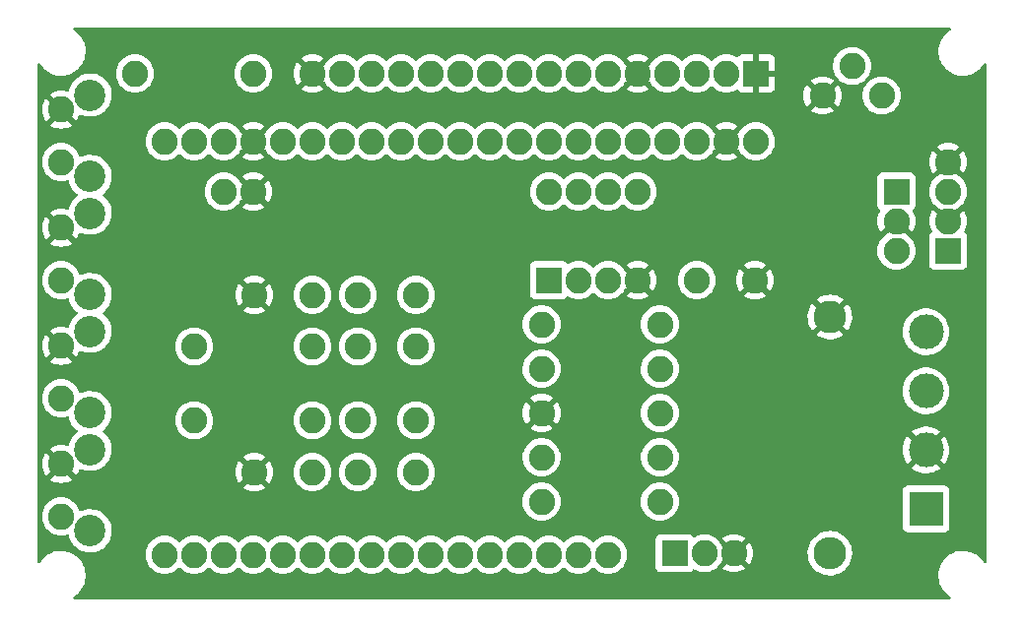
<source format=gtl>
G04 #@! TF.GenerationSoftware,KiCad,Pcbnew,6.0.7+dfsg-1build1*
G04 #@! TF.CreationDate,2023-01-09T21:05:34+01:00*
G04 #@! TF.ProjectId,MagicQuartz-Mega,4d616769-6351-4756-9172-747a2d4d6567,rev?*
G04 #@! TF.SameCoordinates,Original*
G04 #@! TF.FileFunction,Copper,L1,Top*
G04 #@! TF.FilePolarity,Positive*
%FSLAX46Y46*%
G04 Gerber Fmt 4.6, Leading zero omitted, Abs format (unit mm)*
G04 Created by KiCad (PCBNEW 6.0.7+dfsg-1build1) date 2023-01-09 21:05:34*
%MOMM*%
%LPD*%
G01*
G04 APERTURE LIST*
G04 #@! TA.AperFunction,ComponentPad*
%ADD10C,2.250000*%
G04 #@! TD*
G04 #@! TA.AperFunction,ComponentPad*
%ADD11R,2.250000X2.250000*%
G04 #@! TD*
G04 #@! TA.AperFunction,ComponentPad*
%ADD12C,2.700000*%
G04 #@! TD*
G04 #@! TA.AperFunction,ComponentPad*
%ADD13C,2.800000*%
G04 #@! TD*
G04 #@! TA.AperFunction,ComponentPad*
%ADD14O,2.800000X2.800000*%
G04 #@! TD*
G04 #@! TA.AperFunction,ComponentPad*
%ADD15R,3.000000X3.000000*%
G04 #@! TD*
G04 #@! TA.AperFunction,ComponentPad*
%ADD16C,3.000000*%
G04 #@! TD*
G04 APERTURE END LIST*
D10*
X81280000Y-109220000D03*
X71120000Y-109220000D03*
D11*
X124460000Y-109220000D03*
D10*
X121920000Y-109220000D03*
X119380000Y-109220000D03*
X116840000Y-109220000D03*
X114300000Y-109220000D03*
X111760000Y-109220000D03*
X109220000Y-109220000D03*
X106680000Y-109220000D03*
X104140000Y-109220000D03*
X101600000Y-109220000D03*
X99060000Y-109220000D03*
X96520000Y-109220000D03*
X93980000Y-109220000D03*
X91440000Y-109220000D03*
X88900000Y-109220000D03*
X86360000Y-109220000D03*
D12*
X67260000Y-118090000D03*
X67260000Y-111080000D03*
D10*
X64770000Y-116840000D03*
X64770000Y-112340000D03*
D12*
X67260000Y-141560000D03*
X67260000Y-148570000D03*
D10*
X64770000Y-147320000D03*
X64770000Y-142820000D03*
X86360000Y-132715000D03*
X76200000Y-132715000D03*
X95250000Y-139065000D03*
X90250000Y-139065000D03*
X95250000Y-128270000D03*
X90250000Y-128270000D03*
X86360000Y-128270000D03*
X81360000Y-128270000D03*
X95250000Y-132715000D03*
X90250000Y-132715000D03*
X119380000Y-127000000D03*
X124380000Y-127000000D03*
X106045000Y-138430000D03*
X116205000Y-138430000D03*
X116205000Y-134620000D03*
X106045000Y-134620000D03*
D11*
X136525000Y-119380000D03*
D10*
X136525000Y-121920000D03*
X136525000Y-124460000D03*
D13*
X130810000Y-130175000D03*
D14*
X130810000Y-150495000D03*
D10*
X106045000Y-130810000D03*
X116205000Y-130810000D03*
D12*
X67260000Y-138410000D03*
X67260000Y-131400000D03*
D10*
X64770000Y-137160000D03*
X64770000Y-132660000D03*
D15*
X139065000Y-146685000D03*
D16*
X139065000Y-141605000D03*
X139065000Y-136525000D03*
X139065000Y-131445000D03*
D11*
X140970000Y-124460000D03*
D10*
X140970000Y-121920000D03*
X140970000Y-119380000D03*
X140970000Y-116840000D03*
X78740000Y-119380000D03*
X81280000Y-119380000D03*
D11*
X117475000Y-150495000D03*
D10*
X120015000Y-150495000D03*
X122555000Y-150495000D03*
X106045000Y-146050000D03*
X116205000Y-146050000D03*
X106045000Y-142240000D03*
X116205000Y-142240000D03*
X116840000Y-115062000D03*
X119380000Y-115062000D03*
X111760000Y-150622000D03*
X109220000Y-150622000D03*
X106680000Y-150622000D03*
X104140000Y-150622000D03*
X101600000Y-150622000D03*
X99060000Y-150622000D03*
X96520000Y-150622000D03*
X93980000Y-150622000D03*
X109220000Y-115062000D03*
X106680000Y-115062000D03*
X104140000Y-115062000D03*
X101600000Y-115062000D03*
X99060000Y-115062000D03*
X96520000Y-115062000D03*
X93980000Y-115062000D03*
X91440000Y-115062000D03*
X88900000Y-115062000D03*
X86360000Y-115062000D03*
X83820000Y-115062000D03*
X81280000Y-115062000D03*
X78740000Y-115062000D03*
X76200000Y-115062000D03*
X73660000Y-115062000D03*
X91440000Y-150622000D03*
X88900000Y-150622000D03*
X86360000Y-150622000D03*
X83820000Y-150622000D03*
X81280000Y-150622000D03*
X78740000Y-150622000D03*
X76200000Y-150622000D03*
X73660000Y-150622000D03*
X121920000Y-115062000D03*
X114300000Y-115062000D03*
X111760000Y-115062000D03*
X124460000Y-115062000D03*
D12*
X67260000Y-121240000D03*
X67260000Y-128250000D03*
D10*
X64770000Y-127000000D03*
X64770000Y-122500000D03*
X135255000Y-111125000D03*
X132715000Y-108585000D03*
X130175000Y-111125000D03*
D11*
X106680000Y-127000000D03*
D10*
X109220000Y-127000000D03*
X111760000Y-127000000D03*
X114300000Y-127000000D03*
X114300000Y-119380000D03*
X111760000Y-119380000D03*
X109220000Y-119380000D03*
X106680000Y-119380000D03*
X86360000Y-139065000D03*
X76200000Y-139065000D03*
X86360000Y-143510000D03*
X81360000Y-143510000D03*
X95250000Y-143510000D03*
X90250000Y-143510000D03*
G04 #@! TA.AperFunction,Conductor*
G36*
X141133264Y-105303502D02*
G01*
X141179757Y-105357158D01*
X141189861Y-105427432D01*
X141160367Y-105492012D01*
X141137594Y-105512587D01*
X140909977Y-105672559D01*
X140699378Y-105868260D01*
X140517287Y-106090732D01*
X140367073Y-106335858D01*
X140251517Y-106599102D01*
X140172756Y-106875594D01*
X140132249Y-107160216D01*
X140132227Y-107164505D01*
X140132226Y-107164512D01*
X140130835Y-107430131D01*
X140130743Y-107447703D01*
X140168268Y-107732734D01*
X140244129Y-108010036D01*
X140245813Y-108013984D01*
X140352698Y-108264570D01*
X140356923Y-108274476D01*
X140389360Y-108328674D01*
X140481206Y-108482137D01*
X140504561Y-108521161D01*
X140684313Y-108745528D01*
X140892851Y-108943423D01*
X141126317Y-109111186D01*
X141130112Y-109113195D01*
X141130113Y-109113196D01*
X141151869Y-109124715D01*
X141380392Y-109245712D01*
X141650373Y-109344511D01*
X141931264Y-109405755D01*
X141959841Y-109408004D01*
X142154282Y-109423307D01*
X142154291Y-109423307D01*
X142156739Y-109423500D01*
X142312271Y-109423500D01*
X142314407Y-109423354D01*
X142314418Y-109423354D01*
X142522548Y-109409165D01*
X142522554Y-109409164D01*
X142526825Y-109408873D01*
X142531020Y-109408004D01*
X142531022Y-109408004D01*
X142721693Y-109368518D01*
X142808342Y-109350574D01*
X143079343Y-109254607D01*
X143334812Y-109122750D01*
X143338313Y-109120289D01*
X143338317Y-109120287D01*
X143452417Y-109040096D01*
X143570023Y-108957441D01*
X143689798Y-108846139D01*
X143777479Y-108764661D01*
X143777481Y-108764658D01*
X143780622Y-108761740D01*
X143962713Y-108539268D01*
X144038067Y-108416302D01*
X144090715Y-108368671D01*
X144160757Y-108357064D01*
X144225954Y-108385167D01*
X144265608Y-108444058D01*
X144271500Y-108482137D01*
X144271500Y-151232636D01*
X144251498Y-151300757D01*
X144197842Y-151347250D01*
X144127568Y-151357354D01*
X144062988Y-151327860D01*
X144037384Y-151297342D01*
X143977643Y-151197521D01*
X143977640Y-151197517D01*
X143975439Y-151193839D01*
X143795687Y-150969472D01*
X143587149Y-150771577D01*
X143353683Y-150603814D01*
X143331843Y-150592250D01*
X143308654Y-150579972D01*
X143099608Y-150469288D01*
X142912366Y-150400767D01*
X142833658Y-150371964D01*
X142833656Y-150371963D01*
X142829627Y-150370489D01*
X142548736Y-150309245D01*
X142517685Y-150306801D01*
X142325718Y-150291693D01*
X142325709Y-150291693D01*
X142323261Y-150291500D01*
X142167729Y-150291500D01*
X142165593Y-150291646D01*
X142165582Y-150291646D01*
X141957452Y-150305835D01*
X141957446Y-150305836D01*
X141953175Y-150306127D01*
X141948980Y-150306996D01*
X141948978Y-150306996D01*
X141832806Y-150331054D01*
X141671658Y-150364426D01*
X141400657Y-150460393D01*
X141145188Y-150592250D01*
X141141687Y-150594711D01*
X141141683Y-150594713D01*
X141108088Y-150618324D01*
X140909977Y-150757559D01*
X140699378Y-150953260D01*
X140517287Y-151175732D01*
X140367073Y-151420858D01*
X140251517Y-151684102D01*
X140250342Y-151688229D01*
X140250341Y-151688230D01*
X140236245Y-151737715D01*
X140172756Y-151960594D01*
X140151027Y-152113271D01*
X140132938Y-152240378D01*
X140132249Y-152245216D01*
X140132227Y-152249505D01*
X140132226Y-152249512D01*
X140131405Y-152406251D01*
X140130743Y-152532703D01*
X140168268Y-152817734D01*
X140244129Y-153095036D01*
X140356923Y-153359476D01*
X140368693Y-153379142D01*
X140481206Y-153567137D01*
X140504561Y-153606161D01*
X140684313Y-153830528D01*
X140892851Y-154028423D01*
X141126317Y-154196186D01*
X141130119Y-154198199D01*
X141130464Y-154198413D01*
X141177819Y-154251309D01*
X141189059Y-154321411D01*
X141160615Y-154386460D01*
X141101518Y-154425806D01*
X141064068Y-154431500D01*
X65944857Y-154431500D01*
X65876736Y-154411498D01*
X65830243Y-154357842D01*
X65820139Y-154287568D01*
X65849633Y-154222988D01*
X65872406Y-154202413D01*
X65939265Y-154155423D01*
X66100023Y-154042441D01*
X66310622Y-153846740D01*
X66492713Y-153624268D01*
X66642927Y-153379142D01*
X66758483Y-153115898D01*
X66837244Y-152839406D01*
X66877751Y-152554784D01*
X66877845Y-152536951D01*
X66879235Y-152271583D01*
X66879235Y-152271576D01*
X66879257Y-152267297D01*
X66841732Y-151982266D01*
X66765871Y-151704964D01*
X66745346Y-151656844D01*
X66654763Y-151444476D01*
X66654761Y-151444472D01*
X66653077Y-151440524D01*
X66551584Y-151270942D01*
X66507643Y-151197521D01*
X66507640Y-151197517D01*
X66505439Y-151193839D01*
X66325687Y-150969472D01*
X66117149Y-150771577D01*
X65908991Y-150622000D01*
X72021449Y-150622000D01*
X72041622Y-150878326D01*
X72042776Y-150883133D01*
X72042777Y-150883139D01*
X72071155Y-151001340D01*
X72101645Y-151128340D01*
X72103538Y-151132911D01*
X72103539Y-151132913D01*
X72196747Y-151357936D01*
X72200040Y-151365887D01*
X72334384Y-151585116D01*
X72501369Y-151780631D01*
X72696884Y-151947616D01*
X72916113Y-152081960D01*
X72920683Y-152083853D01*
X72920687Y-152083855D01*
X73149087Y-152178461D01*
X73153660Y-152180355D01*
X73234779Y-152199830D01*
X73398861Y-152239223D01*
X73398867Y-152239224D01*
X73403674Y-152240378D01*
X73660000Y-152260551D01*
X73916326Y-152240378D01*
X73921133Y-152239224D01*
X73921139Y-152239223D01*
X74085221Y-152199830D01*
X74166340Y-152180355D01*
X74170913Y-152178461D01*
X74399313Y-152083855D01*
X74399317Y-152083853D01*
X74403887Y-152081960D01*
X74623116Y-151947616D01*
X74818631Y-151780631D01*
X74834191Y-151762413D01*
X74893640Y-151723605D01*
X74964634Y-151723099D01*
X75025809Y-151762413D01*
X75041369Y-151780631D01*
X75236884Y-151947616D01*
X75456113Y-152081960D01*
X75460683Y-152083853D01*
X75460687Y-152083855D01*
X75689087Y-152178461D01*
X75693660Y-152180355D01*
X75774779Y-152199830D01*
X75938861Y-152239223D01*
X75938867Y-152239224D01*
X75943674Y-152240378D01*
X76200000Y-152260551D01*
X76456326Y-152240378D01*
X76461133Y-152239224D01*
X76461139Y-152239223D01*
X76625221Y-152199830D01*
X76706340Y-152180355D01*
X76710913Y-152178461D01*
X76939313Y-152083855D01*
X76939317Y-152083853D01*
X76943887Y-152081960D01*
X77163116Y-151947616D01*
X77358631Y-151780631D01*
X77374191Y-151762413D01*
X77433640Y-151723605D01*
X77504634Y-151723099D01*
X77565809Y-151762413D01*
X77581369Y-151780631D01*
X77776884Y-151947616D01*
X77996113Y-152081960D01*
X78000683Y-152083853D01*
X78000687Y-152083855D01*
X78229087Y-152178461D01*
X78233660Y-152180355D01*
X78314779Y-152199830D01*
X78478861Y-152239223D01*
X78478867Y-152239224D01*
X78483674Y-152240378D01*
X78740000Y-152260551D01*
X78996326Y-152240378D01*
X79001133Y-152239224D01*
X79001139Y-152239223D01*
X79165221Y-152199830D01*
X79246340Y-152180355D01*
X79250913Y-152178461D01*
X79479313Y-152083855D01*
X79479317Y-152083853D01*
X79483887Y-152081960D01*
X79703116Y-151947616D01*
X79898631Y-151780631D01*
X79914191Y-151762413D01*
X79973640Y-151723605D01*
X80044634Y-151723099D01*
X80105809Y-151762413D01*
X80121369Y-151780631D01*
X80316884Y-151947616D01*
X80536113Y-152081960D01*
X80540683Y-152083853D01*
X80540687Y-152083855D01*
X80769087Y-152178461D01*
X80773660Y-152180355D01*
X80854779Y-152199830D01*
X81018861Y-152239223D01*
X81018867Y-152239224D01*
X81023674Y-152240378D01*
X81280000Y-152260551D01*
X81536326Y-152240378D01*
X81541133Y-152239224D01*
X81541139Y-152239223D01*
X81705221Y-152199830D01*
X81786340Y-152180355D01*
X81790913Y-152178461D01*
X82019313Y-152083855D01*
X82019317Y-152083853D01*
X82023887Y-152081960D01*
X82243116Y-151947616D01*
X82438631Y-151780631D01*
X82454191Y-151762413D01*
X82513640Y-151723605D01*
X82584634Y-151723099D01*
X82645809Y-151762413D01*
X82661369Y-151780631D01*
X82856884Y-151947616D01*
X83076113Y-152081960D01*
X83080683Y-152083853D01*
X83080687Y-152083855D01*
X83309087Y-152178461D01*
X83313660Y-152180355D01*
X83394779Y-152199830D01*
X83558861Y-152239223D01*
X83558867Y-152239224D01*
X83563674Y-152240378D01*
X83820000Y-152260551D01*
X84076326Y-152240378D01*
X84081133Y-152239224D01*
X84081139Y-152239223D01*
X84245221Y-152199830D01*
X84326340Y-152180355D01*
X84330913Y-152178461D01*
X84559313Y-152083855D01*
X84559317Y-152083853D01*
X84563887Y-152081960D01*
X84783116Y-151947616D01*
X84978631Y-151780631D01*
X84994191Y-151762413D01*
X85053640Y-151723605D01*
X85124634Y-151723099D01*
X85185809Y-151762413D01*
X85201369Y-151780631D01*
X85396884Y-151947616D01*
X85616113Y-152081960D01*
X85620683Y-152083853D01*
X85620687Y-152083855D01*
X85849087Y-152178461D01*
X85853660Y-152180355D01*
X85934779Y-152199830D01*
X86098861Y-152239223D01*
X86098867Y-152239224D01*
X86103674Y-152240378D01*
X86360000Y-152260551D01*
X86616326Y-152240378D01*
X86621133Y-152239224D01*
X86621139Y-152239223D01*
X86785221Y-152199830D01*
X86866340Y-152180355D01*
X86870913Y-152178461D01*
X87099313Y-152083855D01*
X87099317Y-152083853D01*
X87103887Y-152081960D01*
X87323116Y-151947616D01*
X87518631Y-151780631D01*
X87534191Y-151762413D01*
X87593640Y-151723605D01*
X87664634Y-151723099D01*
X87725809Y-151762413D01*
X87741369Y-151780631D01*
X87936884Y-151947616D01*
X88156113Y-152081960D01*
X88160683Y-152083853D01*
X88160687Y-152083855D01*
X88389087Y-152178461D01*
X88393660Y-152180355D01*
X88474779Y-152199830D01*
X88638861Y-152239223D01*
X88638867Y-152239224D01*
X88643674Y-152240378D01*
X88900000Y-152260551D01*
X89156326Y-152240378D01*
X89161133Y-152239224D01*
X89161139Y-152239223D01*
X89325221Y-152199830D01*
X89406340Y-152180355D01*
X89410913Y-152178461D01*
X89639313Y-152083855D01*
X89639317Y-152083853D01*
X89643887Y-152081960D01*
X89863116Y-151947616D01*
X90058631Y-151780631D01*
X90074191Y-151762413D01*
X90133640Y-151723605D01*
X90204634Y-151723099D01*
X90265809Y-151762413D01*
X90281369Y-151780631D01*
X90476884Y-151947616D01*
X90696113Y-152081960D01*
X90700683Y-152083853D01*
X90700687Y-152083855D01*
X90929087Y-152178461D01*
X90933660Y-152180355D01*
X91014779Y-152199830D01*
X91178861Y-152239223D01*
X91178867Y-152239224D01*
X91183674Y-152240378D01*
X91440000Y-152260551D01*
X91696326Y-152240378D01*
X91701133Y-152239224D01*
X91701139Y-152239223D01*
X91865221Y-152199830D01*
X91946340Y-152180355D01*
X91950913Y-152178461D01*
X92179313Y-152083855D01*
X92179317Y-152083853D01*
X92183887Y-152081960D01*
X92403116Y-151947616D01*
X92598631Y-151780631D01*
X92614191Y-151762413D01*
X92673640Y-151723605D01*
X92744634Y-151723099D01*
X92805809Y-151762413D01*
X92821369Y-151780631D01*
X93016884Y-151947616D01*
X93236113Y-152081960D01*
X93240683Y-152083853D01*
X93240687Y-152083855D01*
X93469087Y-152178461D01*
X93473660Y-152180355D01*
X93554779Y-152199830D01*
X93718861Y-152239223D01*
X93718867Y-152239224D01*
X93723674Y-152240378D01*
X93980000Y-152260551D01*
X94236326Y-152240378D01*
X94241133Y-152239224D01*
X94241139Y-152239223D01*
X94405221Y-152199830D01*
X94486340Y-152180355D01*
X94490913Y-152178461D01*
X94719313Y-152083855D01*
X94719317Y-152083853D01*
X94723887Y-152081960D01*
X94943116Y-151947616D01*
X95138631Y-151780631D01*
X95154191Y-151762413D01*
X95213640Y-151723605D01*
X95284634Y-151723099D01*
X95345809Y-151762413D01*
X95361369Y-151780631D01*
X95556884Y-151947616D01*
X95776113Y-152081960D01*
X95780683Y-152083853D01*
X95780687Y-152083855D01*
X96009087Y-152178461D01*
X96013660Y-152180355D01*
X96094779Y-152199830D01*
X96258861Y-152239223D01*
X96258867Y-152239224D01*
X96263674Y-152240378D01*
X96520000Y-152260551D01*
X96776326Y-152240378D01*
X96781133Y-152239224D01*
X96781139Y-152239223D01*
X96945221Y-152199830D01*
X97026340Y-152180355D01*
X97030913Y-152178461D01*
X97259313Y-152083855D01*
X97259317Y-152083853D01*
X97263887Y-152081960D01*
X97483116Y-151947616D01*
X97678631Y-151780631D01*
X97694191Y-151762413D01*
X97753640Y-151723605D01*
X97824634Y-151723099D01*
X97885809Y-151762413D01*
X97901369Y-151780631D01*
X98096884Y-151947616D01*
X98316113Y-152081960D01*
X98320683Y-152083853D01*
X98320687Y-152083855D01*
X98549087Y-152178461D01*
X98553660Y-152180355D01*
X98634779Y-152199830D01*
X98798861Y-152239223D01*
X98798867Y-152239224D01*
X98803674Y-152240378D01*
X99060000Y-152260551D01*
X99316326Y-152240378D01*
X99321133Y-152239224D01*
X99321139Y-152239223D01*
X99485221Y-152199830D01*
X99566340Y-152180355D01*
X99570913Y-152178461D01*
X99799313Y-152083855D01*
X99799317Y-152083853D01*
X99803887Y-152081960D01*
X100023116Y-151947616D01*
X100218631Y-151780631D01*
X100234191Y-151762413D01*
X100293640Y-151723605D01*
X100364634Y-151723099D01*
X100425809Y-151762413D01*
X100441369Y-151780631D01*
X100636884Y-151947616D01*
X100856113Y-152081960D01*
X100860683Y-152083853D01*
X100860687Y-152083855D01*
X101089087Y-152178461D01*
X101093660Y-152180355D01*
X101174779Y-152199830D01*
X101338861Y-152239223D01*
X101338867Y-152239224D01*
X101343674Y-152240378D01*
X101600000Y-152260551D01*
X101856326Y-152240378D01*
X101861133Y-152239224D01*
X101861139Y-152239223D01*
X102025221Y-152199830D01*
X102106340Y-152180355D01*
X102110913Y-152178461D01*
X102339313Y-152083855D01*
X102339317Y-152083853D01*
X102343887Y-152081960D01*
X102563116Y-151947616D01*
X102758631Y-151780631D01*
X102774191Y-151762413D01*
X102833640Y-151723605D01*
X102904634Y-151723099D01*
X102965809Y-151762413D01*
X102981369Y-151780631D01*
X103176884Y-151947616D01*
X103396113Y-152081960D01*
X103400683Y-152083853D01*
X103400687Y-152083855D01*
X103629087Y-152178461D01*
X103633660Y-152180355D01*
X103714779Y-152199830D01*
X103878861Y-152239223D01*
X103878867Y-152239224D01*
X103883674Y-152240378D01*
X104140000Y-152260551D01*
X104396326Y-152240378D01*
X104401133Y-152239224D01*
X104401139Y-152239223D01*
X104565221Y-152199830D01*
X104646340Y-152180355D01*
X104650913Y-152178461D01*
X104879313Y-152083855D01*
X104879317Y-152083853D01*
X104883887Y-152081960D01*
X105103116Y-151947616D01*
X105298631Y-151780631D01*
X105314191Y-151762413D01*
X105373640Y-151723605D01*
X105444634Y-151723099D01*
X105505809Y-151762413D01*
X105521369Y-151780631D01*
X105716884Y-151947616D01*
X105936113Y-152081960D01*
X105940683Y-152083853D01*
X105940687Y-152083855D01*
X106169087Y-152178461D01*
X106173660Y-152180355D01*
X106254779Y-152199830D01*
X106418861Y-152239223D01*
X106418867Y-152239224D01*
X106423674Y-152240378D01*
X106680000Y-152260551D01*
X106936326Y-152240378D01*
X106941133Y-152239224D01*
X106941139Y-152239223D01*
X107105221Y-152199830D01*
X107186340Y-152180355D01*
X107190913Y-152178461D01*
X107419313Y-152083855D01*
X107419317Y-152083853D01*
X107423887Y-152081960D01*
X107643116Y-151947616D01*
X107838631Y-151780631D01*
X107854191Y-151762413D01*
X107913640Y-151723605D01*
X107984634Y-151723099D01*
X108045809Y-151762413D01*
X108061369Y-151780631D01*
X108256884Y-151947616D01*
X108476113Y-152081960D01*
X108480683Y-152083853D01*
X108480687Y-152083855D01*
X108709087Y-152178461D01*
X108713660Y-152180355D01*
X108794779Y-152199830D01*
X108958861Y-152239223D01*
X108958867Y-152239224D01*
X108963674Y-152240378D01*
X109220000Y-152260551D01*
X109476326Y-152240378D01*
X109481133Y-152239224D01*
X109481139Y-152239223D01*
X109645221Y-152199830D01*
X109726340Y-152180355D01*
X109730913Y-152178461D01*
X109959313Y-152083855D01*
X109959317Y-152083853D01*
X109963887Y-152081960D01*
X110183116Y-151947616D01*
X110378631Y-151780631D01*
X110394191Y-151762413D01*
X110453640Y-151723605D01*
X110524634Y-151723099D01*
X110585809Y-151762413D01*
X110601369Y-151780631D01*
X110796884Y-151947616D01*
X111016113Y-152081960D01*
X111020683Y-152083853D01*
X111020687Y-152083855D01*
X111249087Y-152178461D01*
X111253660Y-152180355D01*
X111334779Y-152199830D01*
X111498861Y-152239223D01*
X111498867Y-152239224D01*
X111503674Y-152240378D01*
X111760000Y-152260551D01*
X112016326Y-152240378D01*
X112021133Y-152239224D01*
X112021139Y-152239223D01*
X112185221Y-152199830D01*
X112266340Y-152180355D01*
X112270913Y-152178461D01*
X112499313Y-152083855D01*
X112499317Y-152083853D01*
X112503887Y-152081960D01*
X112723116Y-151947616D01*
X112918631Y-151780631D01*
X113014712Y-151668134D01*
X115841500Y-151668134D01*
X115848255Y-151730316D01*
X115899385Y-151866705D01*
X115986739Y-151983261D01*
X116103295Y-152070615D01*
X116239684Y-152121745D01*
X116301866Y-152128500D01*
X118648134Y-152128500D01*
X118710316Y-152121745D01*
X118846705Y-152070615D01*
X118963261Y-151983261D01*
X119005867Y-151926411D01*
X119062724Y-151883899D01*
X119133542Y-151878873D01*
X119172526Y-151894546D01*
X119271113Y-151954960D01*
X119275683Y-151956853D01*
X119275687Y-151956855D01*
X119504087Y-152051461D01*
X119508660Y-152053355D01*
X119558119Y-152065229D01*
X119753861Y-152112223D01*
X119753867Y-152112224D01*
X119758674Y-152113378D01*
X120015000Y-152133551D01*
X120271326Y-152113378D01*
X120276133Y-152112224D01*
X120276139Y-152112223D01*
X120471881Y-152065229D01*
X120521340Y-152053355D01*
X120525913Y-152051461D01*
X120754313Y-151956855D01*
X120754317Y-151956853D01*
X120758887Y-151954960D01*
X120978116Y-151820616D01*
X120979457Y-151819471D01*
X121595884Y-151819471D01*
X121599570Y-151824740D01*
X121807121Y-151951927D01*
X121815915Y-151956408D01*
X122044242Y-152050984D01*
X122053627Y-152054033D01*
X122293940Y-152111728D01*
X122303687Y-152113271D01*
X122550070Y-152132662D01*
X122559930Y-152132662D01*
X122806313Y-152113271D01*
X122816060Y-152111728D01*
X123056373Y-152054033D01*
X123065758Y-152050984D01*
X123294085Y-151956408D01*
X123302879Y-151951927D01*
X123508928Y-151825660D01*
X123514190Y-151817599D01*
X123508183Y-151807393D01*
X122567812Y-150867022D01*
X122553868Y-150859408D01*
X122552035Y-150859539D01*
X122545420Y-150863790D01*
X121603276Y-151805934D01*
X121595884Y-151819471D01*
X120979457Y-151819471D01*
X121173631Y-151653631D01*
X121340616Y-151458116D01*
X121474960Y-151238887D01*
X121476853Y-151234317D01*
X121476857Y-151234309D01*
X121481673Y-151222681D01*
X121508987Y-151181803D01*
X122182978Y-150507812D01*
X122189356Y-150496132D01*
X122919408Y-150496132D01*
X122919539Y-150497965D01*
X122923790Y-150504580D01*
X123865934Y-151446724D01*
X123879471Y-151454116D01*
X123884740Y-151450430D01*
X124011927Y-151242879D01*
X124016408Y-151234085D01*
X124110984Y-151005758D01*
X124114033Y-150996373D01*
X124171728Y-150756060D01*
X124173271Y-150746313D01*
X124192662Y-150499930D01*
X124192662Y-150490070D01*
X124188320Y-150434899D01*
X128897569Y-150434899D01*
X128908180Y-150704963D01*
X128956737Y-150970837D01*
X129042272Y-151227217D01*
X129101789Y-151346329D01*
X129153806Y-151450430D01*
X129163078Y-151468987D01*
X129165607Y-151472646D01*
X129311753Y-151684102D01*
X129316744Y-151691324D01*
X129395826Y-151776874D01*
X129440924Y-151825660D01*
X129500205Y-151889790D01*
X129709799Y-152060427D01*
X129713617Y-152062726D01*
X129713619Y-152062727D01*
X129830613Y-152133163D01*
X129941346Y-152199830D01*
X129945441Y-152201564D01*
X129945443Y-152201565D01*
X130186124Y-152303480D01*
X130186131Y-152303482D01*
X130190225Y-152305216D01*
X130286358Y-152330705D01*
X130447172Y-152373345D01*
X130447177Y-152373346D01*
X130451469Y-152374484D01*
X130455878Y-152375006D01*
X130455884Y-152375007D01*
X130605210Y-152392680D01*
X130719868Y-152406251D01*
X130990064Y-152399883D01*
X130994459Y-152399151D01*
X130994464Y-152399151D01*
X131252267Y-152356241D01*
X131252271Y-152356240D01*
X131256669Y-152355508D01*
X131424959Y-152302285D01*
X131510114Y-152275354D01*
X131510116Y-152275353D01*
X131514360Y-152274011D01*
X131518371Y-152272085D01*
X131518376Y-152272083D01*
X131753979Y-152158948D01*
X131753980Y-152158947D01*
X131757998Y-152157018D01*
X131913141Y-152053355D01*
X131979013Y-152009341D01*
X131979017Y-152009338D01*
X131982721Y-152006863D01*
X131986038Y-152003892D01*
X131986042Y-152003889D01*
X132180729Y-151829512D01*
X132184045Y-151826542D01*
X132357953Y-151619654D01*
X132461192Y-151454116D01*
X132498614Y-151394111D01*
X132498615Y-151394109D01*
X132500975Y-151390325D01*
X132610258Y-151143133D01*
X132683620Y-150883008D01*
X132701307Y-150751326D01*
X132719172Y-150618324D01*
X132719173Y-150618316D01*
X132719599Y-150615142D01*
X132720241Y-150594713D01*
X132723274Y-150498222D01*
X132723274Y-150498217D01*
X132723375Y-150495000D01*
X132718366Y-150424246D01*
X132704602Y-150229852D01*
X132704287Y-150225403D01*
X132647402Y-149961185D01*
X132635252Y-149928249D01*
X132555397Y-149711796D01*
X132553856Y-149707619D01*
X132524510Y-149653231D01*
X132427629Y-149473678D01*
X132427629Y-149473677D01*
X132425516Y-149469762D01*
X132264942Y-149252362D01*
X132197711Y-149184066D01*
X132137887Y-149123295D01*
X132075338Y-149059756D01*
X131942219Y-148958163D01*
X131864028Y-148898489D01*
X131864024Y-148898487D01*
X131860487Y-148895787D01*
X131624675Y-148763727D01*
X131372609Y-148666210D01*
X131368284Y-148665207D01*
X131368279Y-148665206D01*
X131262748Y-148640746D01*
X131109318Y-148605182D01*
X130840054Y-148581861D01*
X130835619Y-148582105D01*
X130835615Y-148582105D01*
X130574634Y-148596468D01*
X130574627Y-148596469D01*
X130570191Y-148596713D01*
X130438622Y-148622883D01*
X130309484Y-148648570D01*
X130309479Y-148648571D01*
X130305112Y-148649440D01*
X130300909Y-148650916D01*
X130054315Y-148737513D01*
X130054312Y-148737514D01*
X130050107Y-148738991D01*
X130046154Y-148741044D01*
X130046148Y-148741047D01*
X129910846Y-148811332D01*
X129810264Y-148863580D01*
X129806649Y-148866163D01*
X129806643Y-148866167D01*
X129593990Y-149018131D01*
X129593986Y-149018134D01*
X129590369Y-149020719D01*
X129512027Y-149095454D01*
X129401227Y-149201152D01*
X129394808Y-149207275D01*
X129227485Y-149419524D01*
X129225253Y-149423366D01*
X129225250Y-149423371D01*
X129093974Y-149649377D01*
X129093971Y-149649384D01*
X129091736Y-149653231D01*
X128990272Y-149903735D01*
X128989201Y-149908048D01*
X128989199Y-149908053D01*
X128933920Y-150130592D01*
X128925116Y-150166035D01*
X128924662Y-150170463D01*
X128924662Y-150170465D01*
X128901120Y-150400244D01*
X128897569Y-150434899D01*
X124188320Y-150434899D01*
X124173271Y-150243687D01*
X124171728Y-150233940D01*
X124114033Y-149993627D01*
X124110984Y-149984242D01*
X124016408Y-149755915D01*
X124011927Y-149747121D01*
X123885660Y-149541072D01*
X123877599Y-149535810D01*
X123867393Y-149541817D01*
X122927022Y-150482188D01*
X122919408Y-150496132D01*
X122189356Y-150496132D01*
X122190592Y-150493868D01*
X122190461Y-150492035D01*
X122186210Y-150485420D01*
X121508987Y-149808197D01*
X121481673Y-149767319D01*
X121476857Y-149755691D01*
X121476853Y-149755683D01*
X121474960Y-149751113D01*
X121340616Y-149531884D01*
X121173631Y-149336369D01*
X120981648Y-149172401D01*
X121595810Y-149172401D01*
X121601817Y-149182607D01*
X122542188Y-150122978D01*
X122556132Y-150130592D01*
X122557965Y-150130461D01*
X122564580Y-150126210D01*
X123506724Y-149184066D01*
X123514116Y-149170529D01*
X123510430Y-149165260D01*
X123302879Y-149038073D01*
X123294085Y-149033592D01*
X123065758Y-148939016D01*
X123056373Y-148935967D01*
X122816060Y-148878272D01*
X122806313Y-148876729D01*
X122559930Y-148857338D01*
X122550070Y-148857338D01*
X122303687Y-148876729D01*
X122293940Y-148878272D01*
X122053627Y-148935967D01*
X122044242Y-148939016D01*
X121815915Y-149033592D01*
X121807121Y-149038073D01*
X121601072Y-149164340D01*
X121595810Y-149172401D01*
X120981648Y-149172401D01*
X120978116Y-149169384D01*
X120758887Y-149035040D01*
X120754317Y-149033147D01*
X120754313Y-149033145D01*
X120525913Y-148938539D01*
X120525911Y-148938538D01*
X120521340Y-148936645D01*
X120434498Y-148915796D01*
X120276139Y-148877777D01*
X120276133Y-148877776D01*
X120271326Y-148876622D01*
X120015000Y-148856449D01*
X119758674Y-148876622D01*
X119753867Y-148877776D01*
X119753861Y-148877777D01*
X119595502Y-148915796D01*
X119508660Y-148936645D01*
X119504089Y-148938538D01*
X119504087Y-148938539D01*
X119275687Y-149033145D01*
X119275683Y-149033147D01*
X119271113Y-149035040D01*
X119266893Y-149037626D01*
X119172526Y-149095454D01*
X119103992Y-149113992D01*
X119036315Y-149092535D01*
X119005869Y-149063591D01*
X118963261Y-149006739D01*
X118846705Y-148919385D01*
X118710316Y-148868255D01*
X118648134Y-148861500D01*
X116301866Y-148861500D01*
X116239684Y-148868255D01*
X116103295Y-148919385D01*
X115986739Y-149006739D01*
X115899385Y-149123295D01*
X115848255Y-149259684D01*
X115841500Y-149321866D01*
X115841500Y-151668134D01*
X113014712Y-151668134D01*
X113085616Y-151585116D01*
X113219960Y-151365887D01*
X113223254Y-151357936D01*
X113316461Y-151132913D01*
X113316462Y-151132911D01*
X113318355Y-151128340D01*
X113348845Y-151001340D01*
X113377223Y-150883139D01*
X113377224Y-150883133D01*
X113378378Y-150878326D01*
X113398551Y-150622000D01*
X113378378Y-150365674D01*
X113370758Y-150333932D01*
X113335242Y-150185999D01*
X113318355Y-150115660D01*
X113288976Y-150044732D01*
X113221855Y-149882687D01*
X113221853Y-149882683D01*
X113219960Y-149878113D01*
X113085616Y-149658884D01*
X112918631Y-149463369D01*
X112723116Y-149296384D01*
X112503887Y-149162040D01*
X112499317Y-149160147D01*
X112499313Y-149160145D01*
X112270913Y-149065539D01*
X112270911Y-149065538D01*
X112266340Y-149063645D01*
X112157830Y-149037594D01*
X112021139Y-149004777D01*
X112021133Y-149004776D01*
X112016326Y-149003622D01*
X111760000Y-148983449D01*
X111503674Y-149003622D01*
X111498867Y-149004776D01*
X111498861Y-149004777D01*
X111362170Y-149037594D01*
X111253660Y-149063645D01*
X111249089Y-149065538D01*
X111249087Y-149065539D01*
X111020687Y-149160145D01*
X111020683Y-149160147D01*
X111016113Y-149162040D01*
X110796884Y-149296384D01*
X110601369Y-149463369D01*
X110585809Y-149481587D01*
X110526360Y-149520395D01*
X110455366Y-149520901D01*
X110394191Y-149481587D01*
X110378631Y-149463369D01*
X110183116Y-149296384D01*
X109963887Y-149162040D01*
X109959317Y-149160147D01*
X109959313Y-149160145D01*
X109730913Y-149065539D01*
X109730911Y-149065538D01*
X109726340Y-149063645D01*
X109617830Y-149037594D01*
X109481139Y-149004777D01*
X109481133Y-149004776D01*
X109476326Y-149003622D01*
X109220000Y-148983449D01*
X108963674Y-149003622D01*
X108958867Y-149004776D01*
X108958861Y-149004777D01*
X108822170Y-149037594D01*
X108713660Y-149063645D01*
X108709089Y-149065538D01*
X108709087Y-149065539D01*
X108480687Y-149160145D01*
X108480683Y-149160147D01*
X108476113Y-149162040D01*
X108256884Y-149296384D01*
X108061369Y-149463369D01*
X108045809Y-149481587D01*
X107986360Y-149520395D01*
X107915366Y-149520901D01*
X107854191Y-149481587D01*
X107838631Y-149463369D01*
X107643116Y-149296384D01*
X107423887Y-149162040D01*
X107419317Y-149160147D01*
X107419313Y-149160145D01*
X107190913Y-149065539D01*
X107190911Y-149065538D01*
X107186340Y-149063645D01*
X107077830Y-149037594D01*
X106941139Y-149004777D01*
X106941133Y-149004776D01*
X106936326Y-149003622D01*
X106680000Y-148983449D01*
X106423674Y-149003622D01*
X106418867Y-149004776D01*
X106418861Y-149004777D01*
X106282170Y-149037594D01*
X106173660Y-149063645D01*
X106169089Y-149065538D01*
X106169087Y-149065539D01*
X105940687Y-149160145D01*
X105940683Y-149160147D01*
X105936113Y-149162040D01*
X105716884Y-149296384D01*
X105521369Y-149463369D01*
X105505809Y-149481587D01*
X105446360Y-149520395D01*
X105375366Y-149520901D01*
X105314191Y-149481587D01*
X105298631Y-149463369D01*
X105103116Y-149296384D01*
X104883887Y-149162040D01*
X104879317Y-149160147D01*
X104879313Y-149160145D01*
X104650913Y-149065539D01*
X104650911Y-149065538D01*
X104646340Y-149063645D01*
X104537830Y-149037594D01*
X104401139Y-149004777D01*
X104401133Y-149004776D01*
X104396326Y-149003622D01*
X104140000Y-148983449D01*
X103883674Y-149003622D01*
X103878867Y-149004776D01*
X103878861Y-149004777D01*
X103742170Y-149037594D01*
X103633660Y-149063645D01*
X103629089Y-149065538D01*
X103629087Y-149065539D01*
X103400687Y-149160145D01*
X103400683Y-149160147D01*
X103396113Y-149162040D01*
X103176884Y-149296384D01*
X102981369Y-149463369D01*
X102965809Y-149481587D01*
X102906360Y-149520395D01*
X102835366Y-149520901D01*
X102774191Y-149481587D01*
X102758631Y-149463369D01*
X102563116Y-149296384D01*
X102343887Y-149162040D01*
X102339317Y-149160147D01*
X102339313Y-149160145D01*
X102110913Y-149065539D01*
X102110911Y-149065538D01*
X102106340Y-149063645D01*
X101997830Y-149037594D01*
X101861139Y-149004777D01*
X101861133Y-149004776D01*
X101856326Y-149003622D01*
X101600000Y-148983449D01*
X101343674Y-149003622D01*
X101338867Y-149004776D01*
X101338861Y-149004777D01*
X101202170Y-149037594D01*
X101093660Y-149063645D01*
X101089089Y-149065538D01*
X101089087Y-149065539D01*
X100860687Y-149160145D01*
X100860683Y-149160147D01*
X100856113Y-149162040D01*
X100636884Y-149296384D01*
X100441369Y-149463369D01*
X100425809Y-149481587D01*
X100366360Y-149520395D01*
X100295366Y-149520901D01*
X100234191Y-149481587D01*
X100218631Y-149463369D01*
X100023116Y-149296384D01*
X99803887Y-149162040D01*
X99799317Y-149160147D01*
X99799313Y-149160145D01*
X99570913Y-149065539D01*
X99570911Y-149065538D01*
X99566340Y-149063645D01*
X99457830Y-149037594D01*
X99321139Y-149004777D01*
X99321133Y-149004776D01*
X99316326Y-149003622D01*
X99060000Y-148983449D01*
X98803674Y-149003622D01*
X98798867Y-149004776D01*
X98798861Y-149004777D01*
X98662170Y-149037594D01*
X98553660Y-149063645D01*
X98549089Y-149065538D01*
X98549087Y-149065539D01*
X98320687Y-149160145D01*
X98320683Y-149160147D01*
X98316113Y-149162040D01*
X98096884Y-149296384D01*
X97901369Y-149463369D01*
X97885809Y-149481587D01*
X97826360Y-149520395D01*
X97755366Y-149520901D01*
X97694191Y-149481587D01*
X97678631Y-149463369D01*
X97483116Y-149296384D01*
X97263887Y-149162040D01*
X97259317Y-149160147D01*
X97259313Y-149160145D01*
X97030913Y-149065539D01*
X97030911Y-149065538D01*
X97026340Y-149063645D01*
X96917830Y-149037594D01*
X96781139Y-149004777D01*
X96781133Y-149004776D01*
X96776326Y-149003622D01*
X96520000Y-148983449D01*
X96263674Y-149003622D01*
X96258867Y-149004776D01*
X96258861Y-149004777D01*
X96122170Y-149037594D01*
X96013660Y-149063645D01*
X96009089Y-149065538D01*
X96009087Y-149065539D01*
X95780687Y-149160145D01*
X95780683Y-149160147D01*
X95776113Y-149162040D01*
X95556884Y-149296384D01*
X95361369Y-149463369D01*
X95345809Y-149481587D01*
X95286360Y-149520395D01*
X95215366Y-149520901D01*
X95154191Y-149481587D01*
X95138631Y-149463369D01*
X94943116Y-149296384D01*
X94723887Y-149162040D01*
X94719317Y-149160147D01*
X94719313Y-149160145D01*
X94490913Y-149065539D01*
X94490911Y-149065538D01*
X94486340Y-149063645D01*
X94377830Y-149037594D01*
X94241139Y-149004777D01*
X94241133Y-149004776D01*
X94236326Y-149003622D01*
X93980000Y-148983449D01*
X93723674Y-149003622D01*
X93718867Y-149004776D01*
X93718861Y-149004777D01*
X93582170Y-149037594D01*
X93473660Y-149063645D01*
X93469089Y-149065538D01*
X93469087Y-149065539D01*
X93240687Y-149160145D01*
X93240683Y-149160147D01*
X93236113Y-149162040D01*
X93016884Y-149296384D01*
X92821369Y-149463369D01*
X92805809Y-149481587D01*
X92746360Y-149520395D01*
X92675366Y-149520901D01*
X92614191Y-149481587D01*
X92598631Y-149463369D01*
X92403116Y-149296384D01*
X92183887Y-149162040D01*
X92179317Y-149160147D01*
X92179313Y-149160145D01*
X91950913Y-149065539D01*
X91950911Y-149065538D01*
X91946340Y-149063645D01*
X91837830Y-149037594D01*
X91701139Y-149004777D01*
X91701133Y-149004776D01*
X91696326Y-149003622D01*
X91440000Y-148983449D01*
X91183674Y-149003622D01*
X91178867Y-149004776D01*
X91178861Y-149004777D01*
X91042170Y-149037594D01*
X90933660Y-149063645D01*
X90929089Y-149065538D01*
X90929087Y-149065539D01*
X90700687Y-149160145D01*
X90700683Y-149160147D01*
X90696113Y-149162040D01*
X90476884Y-149296384D01*
X90281369Y-149463369D01*
X90265809Y-149481587D01*
X90206360Y-149520395D01*
X90135366Y-149520901D01*
X90074191Y-149481587D01*
X90058631Y-149463369D01*
X89863116Y-149296384D01*
X89643887Y-149162040D01*
X89639317Y-149160147D01*
X89639313Y-149160145D01*
X89410913Y-149065539D01*
X89410911Y-149065538D01*
X89406340Y-149063645D01*
X89297830Y-149037594D01*
X89161139Y-149004777D01*
X89161133Y-149004776D01*
X89156326Y-149003622D01*
X88900000Y-148983449D01*
X88643674Y-149003622D01*
X88638867Y-149004776D01*
X88638861Y-149004777D01*
X88502170Y-149037594D01*
X88393660Y-149063645D01*
X88389089Y-149065538D01*
X88389087Y-149065539D01*
X88160687Y-149160145D01*
X88160683Y-149160147D01*
X88156113Y-149162040D01*
X87936884Y-149296384D01*
X87741369Y-149463369D01*
X87725809Y-149481587D01*
X87666360Y-149520395D01*
X87595366Y-149520901D01*
X87534191Y-149481587D01*
X87518631Y-149463369D01*
X87323116Y-149296384D01*
X87103887Y-149162040D01*
X87099317Y-149160147D01*
X87099313Y-149160145D01*
X86870913Y-149065539D01*
X86870911Y-149065538D01*
X86866340Y-149063645D01*
X86757830Y-149037594D01*
X86621139Y-149004777D01*
X86621133Y-149004776D01*
X86616326Y-149003622D01*
X86360000Y-148983449D01*
X86103674Y-149003622D01*
X86098867Y-149004776D01*
X86098861Y-149004777D01*
X85962170Y-149037594D01*
X85853660Y-149063645D01*
X85849089Y-149065538D01*
X85849087Y-149065539D01*
X85620687Y-149160145D01*
X85620683Y-149160147D01*
X85616113Y-149162040D01*
X85396884Y-149296384D01*
X85201369Y-149463369D01*
X85185809Y-149481587D01*
X85126360Y-149520395D01*
X85055366Y-149520901D01*
X84994191Y-149481587D01*
X84978631Y-149463369D01*
X84783116Y-149296384D01*
X84563887Y-149162040D01*
X84559317Y-149160147D01*
X84559313Y-149160145D01*
X84330913Y-149065539D01*
X84330911Y-149065538D01*
X84326340Y-149063645D01*
X84217830Y-149037594D01*
X84081139Y-149004777D01*
X84081133Y-149004776D01*
X84076326Y-149003622D01*
X83820000Y-148983449D01*
X83563674Y-149003622D01*
X83558867Y-149004776D01*
X83558861Y-149004777D01*
X83422170Y-149037594D01*
X83313660Y-149063645D01*
X83309089Y-149065538D01*
X83309087Y-149065539D01*
X83080687Y-149160145D01*
X83080683Y-149160147D01*
X83076113Y-149162040D01*
X82856884Y-149296384D01*
X82661369Y-149463369D01*
X82645809Y-149481587D01*
X82586360Y-149520395D01*
X82515366Y-149520901D01*
X82454191Y-149481587D01*
X82438631Y-149463369D01*
X82243116Y-149296384D01*
X82023887Y-149162040D01*
X82019317Y-149160147D01*
X82019313Y-149160145D01*
X81790913Y-149065539D01*
X81790911Y-149065538D01*
X81786340Y-149063645D01*
X81677830Y-149037594D01*
X81541139Y-149004777D01*
X81541133Y-149004776D01*
X81536326Y-149003622D01*
X81280000Y-148983449D01*
X81023674Y-149003622D01*
X81018867Y-149004776D01*
X81018861Y-149004777D01*
X80882170Y-149037594D01*
X80773660Y-149063645D01*
X80769089Y-149065538D01*
X80769087Y-149065539D01*
X80540687Y-149160145D01*
X80540683Y-149160147D01*
X80536113Y-149162040D01*
X80316884Y-149296384D01*
X80121369Y-149463369D01*
X80105809Y-149481587D01*
X80046360Y-149520395D01*
X79975366Y-149520901D01*
X79914191Y-149481587D01*
X79898631Y-149463369D01*
X79703116Y-149296384D01*
X79483887Y-149162040D01*
X79479317Y-149160147D01*
X79479313Y-149160145D01*
X79250913Y-149065539D01*
X79250911Y-149065538D01*
X79246340Y-149063645D01*
X79137830Y-149037594D01*
X79001139Y-149004777D01*
X79001133Y-149004776D01*
X78996326Y-149003622D01*
X78740000Y-148983449D01*
X78483674Y-149003622D01*
X78478867Y-149004776D01*
X78478861Y-149004777D01*
X78342170Y-149037594D01*
X78233660Y-149063645D01*
X78229089Y-149065538D01*
X78229087Y-149065539D01*
X78000687Y-149160145D01*
X78000683Y-149160147D01*
X77996113Y-149162040D01*
X77776884Y-149296384D01*
X77581369Y-149463369D01*
X77565809Y-149481587D01*
X77506360Y-149520395D01*
X77435366Y-149520901D01*
X77374191Y-149481587D01*
X77358631Y-149463369D01*
X77163116Y-149296384D01*
X76943887Y-149162040D01*
X76939317Y-149160147D01*
X76939313Y-149160145D01*
X76710913Y-149065539D01*
X76710911Y-149065538D01*
X76706340Y-149063645D01*
X76597830Y-149037594D01*
X76461139Y-149004777D01*
X76461133Y-149004776D01*
X76456326Y-149003622D01*
X76200000Y-148983449D01*
X75943674Y-149003622D01*
X75938867Y-149004776D01*
X75938861Y-149004777D01*
X75802170Y-149037594D01*
X75693660Y-149063645D01*
X75689089Y-149065538D01*
X75689087Y-149065539D01*
X75460687Y-149160145D01*
X75460683Y-149160147D01*
X75456113Y-149162040D01*
X75236884Y-149296384D01*
X75041369Y-149463369D01*
X75025809Y-149481587D01*
X74966360Y-149520395D01*
X74895366Y-149520901D01*
X74834191Y-149481587D01*
X74818631Y-149463369D01*
X74623116Y-149296384D01*
X74403887Y-149162040D01*
X74399317Y-149160147D01*
X74399313Y-149160145D01*
X74170913Y-149065539D01*
X74170911Y-149065538D01*
X74166340Y-149063645D01*
X74057830Y-149037594D01*
X73921139Y-149004777D01*
X73921133Y-149004776D01*
X73916326Y-149003622D01*
X73660000Y-148983449D01*
X73403674Y-149003622D01*
X73398867Y-149004776D01*
X73398861Y-149004777D01*
X73262170Y-149037594D01*
X73153660Y-149063645D01*
X73149089Y-149065538D01*
X73149087Y-149065539D01*
X72920687Y-149160145D01*
X72920683Y-149160147D01*
X72916113Y-149162040D01*
X72696884Y-149296384D01*
X72501369Y-149463369D01*
X72334384Y-149658884D01*
X72200040Y-149878113D01*
X72198147Y-149882683D01*
X72198145Y-149882687D01*
X72131024Y-150044732D01*
X72101645Y-150115660D01*
X72084758Y-150185999D01*
X72049243Y-150333932D01*
X72041622Y-150365674D01*
X72021449Y-150622000D01*
X65908991Y-150622000D01*
X65883683Y-150603814D01*
X65861843Y-150592250D01*
X65838654Y-150579972D01*
X65629608Y-150469288D01*
X65442366Y-150400767D01*
X65363658Y-150371964D01*
X65363656Y-150371963D01*
X65359627Y-150370489D01*
X65078736Y-150309245D01*
X65047685Y-150306801D01*
X64855718Y-150291693D01*
X64855709Y-150291693D01*
X64853261Y-150291500D01*
X64697729Y-150291500D01*
X64695593Y-150291646D01*
X64695582Y-150291646D01*
X64487452Y-150305835D01*
X64487446Y-150305836D01*
X64483175Y-150306127D01*
X64478980Y-150306996D01*
X64478978Y-150306996D01*
X64362806Y-150331054D01*
X64201658Y-150364426D01*
X63930657Y-150460393D01*
X63675188Y-150592250D01*
X63671687Y-150594711D01*
X63671683Y-150594713D01*
X63638088Y-150618324D01*
X63439977Y-150757559D01*
X63229378Y-150953260D01*
X63047287Y-151175732D01*
X63045048Y-151179386D01*
X62971933Y-151298698D01*
X62919285Y-151346329D01*
X62849243Y-151357936D01*
X62784046Y-151329833D01*
X62744392Y-151270942D01*
X62738500Y-151232863D01*
X62738500Y-147320000D01*
X63131449Y-147320000D01*
X63151622Y-147576326D01*
X63152776Y-147581133D01*
X63152777Y-147581139D01*
X63173815Y-147668766D01*
X63211645Y-147826340D01*
X63213538Y-147830911D01*
X63213539Y-147830913D01*
X63304359Y-148050171D01*
X63310040Y-148063887D01*
X63444384Y-148283116D01*
X63611369Y-148478631D01*
X63806884Y-148645616D01*
X64026113Y-148779960D01*
X64030683Y-148781853D01*
X64030687Y-148781855D01*
X64259087Y-148876461D01*
X64263660Y-148878355D01*
X64327210Y-148893612D01*
X64508861Y-148937223D01*
X64508867Y-148937224D01*
X64513674Y-148938378D01*
X64770000Y-148958551D01*
X65026326Y-148938378D01*
X65031133Y-148937224D01*
X65031139Y-148937223D01*
X65271534Y-148879509D01*
X65271536Y-148879508D01*
X65276340Y-148878355D01*
X65280904Y-148876465D01*
X65281469Y-148876281D01*
X65352437Y-148874255D01*
X65413234Y-148910919D01*
X65444352Y-148973479D01*
X65454489Y-149028988D01*
X65454491Y-149028995D01*
X65455290Y-149033371D01*
X65482187Y-149113992D01*
X65514476Y-149210772D01*
X65538584Y-149283034D01*
X65559695Y-149325283D01*
X65633844Y-149473678D01*
X65656225Y-149518470D01*
X65671846Y-149541072D01*
X65750669Y-149655119D01*
X65805865Y-149734982D01*
X65984520Y-149928249D01*
X66188623Y-150094415D01*
X66192431Y-150096708D01*
X66192433Y-150096709D01*
X66410288Y-150227868D01*
X66410292Y-150227870D01*
X66414104Y-150230165D01*
X66550026Y-150287721D01*
X66652359Y-150331054D01*
X66652364Y-150331056D01*
X66656462Y-150332791D01*
X66660760Y-150333930D01*
X66660764Y-150333932D01*
X66762328Y-150360861D01*
X66910862Y-150400244D01*
X67172229Y-150431179D01*
X67435347Y-150424978D01*
X67439745Y-150424246D01*
X67690576Y-150382496D01*
X67690580Y-150382495D01*
X67694966Y-150381765D01*
X67699207Y-150380424D01*
X67699210Y-150380423D01*
X67941661Y-150303746D01*
X67941663Y-150303745D01*
X67945907Y-150302403D01*
X67949918Y-150300477D01*
X67949923Y-150300475D01*
X68179143Y-150190405D01*
X68179144Y-150190404D01*
X68183162Y-150188475D01*
X68298981Y-150111087D01*
X68398289Y-150044732D01*
X68398293Y-150044729D01*
X68401997Y-150042254D01*
X68405314Y-150039283D01*
X68405318Y-150039280D01*
X68594729Y-149869629D01*
X68594730Y-149869628D01*
X68598047Y-149866657D01*
X68767398Y-149665189D01*
X68771331Y-149658884D01*
X68904320Y-149445643D01*
X68906674Y-149441869D01*
X68959727Y-149321866D01*
X69011295Y-149205219D01*
X69013093Y-149201152D01*
X69084534Y-148947843D01*
X69093867Y-148878355D01*
X69119143Y-148690176D01*
X69119144Y-148690168D01*
X69119570Y-148686994D01*
X69120789Y-148648200D01*
X69123146Y-148573222D01*
X69123146Y-148573217D01*
X69123247Y-148570000D01*
X69121200Y-148541081D01*
X69104974Y-148311915D01*
X69104659Y-148307466D01*
X69103637Y-148302715D01*
X69088656Y-148233134D01*
X137056500Y-148233134D01*
X137063255Y-148295316D01*
X137114385Y-148431705D01*
X137201739Y-148548261D01*
X137318295Y-148635615D01*
X137454684Y-148686745D01*
X137516866Y-148693500D01*
X140613134Y-148693500D01*
X140675316Y-148686745D01*
X140811705Y-148635615D01*
X140928261Y-148548261D01*
X141015615Y-148431705D01*
X141066745Y-148295316D01*
X141073500Y-148233134D01*
X141073500Y-145136866D01*
X141066745Y-145074684D01*
X141015615Y-144938295D01*
X140928261Y-144821739D01*
X140811705Y-144734385D01*
X140675316Y-144683255D01*
X140613134Y-144676500D01*
X137516866Y-144676500D01*
X137454684Y-144683255D01*
X137318295Y-144734385D01*
X137201739Y-144821739D01*
X137114385Y-144938295D01*
X137063255Y-145074684D01*
X137056500Y-145136866D01*
X137056500Y-148233134D01*
X69088656Y-148233134D01*
X69050201Y-148054523D01*
X69049264Y-148050171D01*
X68966689Y-147826340D01*
X68959710Y-147807424D01*
X68958169Y-147803247D01*
X68885398Y-147668378D01*
X68835304Y-147575538D01*
X68833191Y-147571622D01*
X68676824Y-147359918D01*
X68642382Y-147324930D01*
X68586166Y-147267825D01*
X68492187Y-147172358D01*
X68488647Y-147169657D01*
X68488641Y-147169651D01*
X68286506Y-147015386D01*
X68286502Y-147015383D01*
X68282965Y-147012684D01*
X68053332Y-146884084D01*
X67807870Y-146789122D01*
X67803545Y-146788119D01*
X67803540Y-146788118D01*
X67662794Y-146755495D01*
X67551476Y-146729693D01*
X67289267Y-146706983D01*
X67284832Y-146707227D01*
X67284828Y-146707227D01*
X67030916Y-146721200D01*
X67030909Y-146721201D01*
X67026473Y-146721445D01*
X66898369Y-146746927D01*
X66772711Y-146771921D01*
X66772706Y-146771922D01*
X66768339Y-146772791D01*
X66764136Y-146774267D01*
X66524223Y-146858518D01*
X66524220Y-146858519D01*
X66520015Y-146859996D01*
X66516058Y-146862052D01*
X66516057Y-146862052D01*
X66500004Y-146870391D01*
X66430333Y-146884043D01*
X66364340Y-146857861D01*
X66325512Y-146806795D01*
X66231855Y-146580687D01*
X66231853Y-146580683D01*
X66229960Y-146576113D01*
X66095616Y-146356884D01*
X65928631Y-146161369D01*
X65798234Y-146050000D01*
X104406449Y-146050000D01*
X104426622Y-146306326D01*
X104486645Y-146556340D01*
X104488538Y-146560911D01*
X104488539Y-146560913D01*
X104576302Y-146772791D01*
X104585040Y-146793887D01*
X104719384Y-147013116D01*
X104886369Y-147208631D01*
X105081884Y-147375616D01*
X105301113Y-147509960D01*
X105305683Y-147511853D01*
X105305687Y-147511855D01*
X105534087Y-147606461D01*
X105538660Y-147608355D01*
X105625502Y-147629204D01*
X105783861Y-147667223D01*
X105783867Y-147667224D01*
X105788674Y-147668378D01*
X106045000Y-147688551D01*
X106301326Y-147668378D01*
X106306133Y-147667224D01*
X106306139Y-147667223D01*
X106464498Y-147629204D01*
X106551340Y-147608355D01*
X106555913Y-147606461D01*
X106784313Y-147511855D01*
X106784317Y-147511853D01*
X106788887Y-147509960D01*
X107008116Y-147375616D01*
X107203631Y-147208631D01*
X107370616Y-147013116D01*
X107504960Y-146793887D01*
X107513699Y-146772791D01*
X107601461Y-146560913D01*
X107601462Y-146560911D01*
X107603355Y-146556340D01*
X107663378Y-146306326D01*
X107683551Y-146050000D01*
X114566449Y-146050000D01*
X114586622Y-146306326D01*
X114646645Y-146556340D01*
X114648538Y-146560911D01*
X114648539Y-146560913D01*
X114736302Y-146772791D01*
X114745040Y-146793887D01*
X114879384Y-147013116D01*
X115046369Y-147208631D01*
X115241884Y-147375616D01*
X115461113Y-147509960D01*
X115465683Y-147511853D01*
X115465687Y-147511855D01*
X115694087Y-147606461D01*
X115698660Y-147608355D01*
X115785502Y-147629204D01*
X115943861Y-147667223D01*
X115943867Y-147667224D01*
X115948674Y-147668378D01*
X116205000Y-147688551D01*
X116461326Y-147668378D01*
X116466133Y-147667224D01*
X116466139Y-147667223D01*
X116624498Y-147629204D01*
X116711340Y-147608355D01*
X116715913Y-147606461D01*
X116944313Y-147511855D01*
X116944317Y-147511853D01*
X116948887Y-147509960D01*
X117168116Y-147375616D01*
X117363631Y-147208631D01*
X117530616Y-147013116D01*
X117664960Y-146793887D01*
X117673699Y-146772791D01*
X117761461Y-146560913D01*
X117761462Y-146560911D01*
X117763355Y-146556340D01*
X117823378Y-146306326D01*
X117843551Y-146050000D01*
X117823378Y-145793674D01*
X117816144Y-145763539D01*
X117764510Y-145548472D01*
X117763355Y-145543660D01*
X117664960Y-145306113D01*
X117530616Y-145086884D01*
X117363631Y-144891369D01*
X117168116Y-144724384D01*
X116948887Y-144590040D01*
X116944317Y-144588147D01*
X116944313Y-144588145D01*
X116715913Y-144493539D01*
X116715911Y-144493538D01*
X116711340Y-144491645D01*
X116602147Y-144465430D01*
X116466139Y-144432777D01*
X116466133Y-144432776D01*
X116461326Y-144431622D01*
X116205000Y-144411449D01*
X115948674Y-144431622D01*
X115943867Y-144432776D01*
X115943861Y-144432777D01*
X115807853Y-144465430D01*
X115698660Y-144491645D01*
X115694089Y-144493538D01*
X115694087Y-144493539D01*
X115465687Y-144588145D01*
X115465683Y-144588147D01*
X115461113Y-144590040D01*
X115241884Y-144724384D01*
X115046369Y-144891369D01*
X114879384Y-145086884D01*
X114745040Y-145306113D01*
X114646645Y-145543660D01*
X114645490Y-145548472D01*
X114593857Y-145763539D01*
X114586622Y-145793674D01*
X114566449Y-146050000D01*
X107683551Y-146050000D01*
X107663378Y-145793674D01*
X107656144Y-145763539D01*
X107604510Y-145548472D01*
X107603355Y-145543660D01*
X107504960Y-145306113D01*
X107370616Y-145086884D01*
X107203631Y-144891369D01*
X107008116Y-144724384D01*
X106788887Y-144590040D01*
X106784317Y-144588147D01*
X106784313Y-144588145D01*
X106555913Y-144493539D01*
X106555911Y-144493538D01*
X106551340Y-144491645D01*
X106442147Y-144465430D01*
X106306139Y-144432777D01*
X106306133Y-144432776D01*
X106301326Y-144431622D01*
X106045000Y-144411449D01*
X105788674Y-144431622D01*
X105783867Y-144432776D01*
X105783861Y-144432777D01*
X105647853Y-144465430D01*
X105538660Y-144491645D01*
X105534089Y-144493538D01*
X105534087Y-144493539D01*
X105305687Y-144588145D01*
X105305683Y-144588147D01*
X105301113Y-144590040D01*
X105081884Y-144724384D01*
X104886369Y-144891369D01*
X104719384Y-145086884D01*
X104585040Y-145306113D01*
X104486645Y-145543660D01*
X104485490Y-145548472D01*
X104433857Y-145763539D01*
X104426622Y-145793674D01*
X104406449Y-146050000D01*
X65798234Y-146050000D01*
X65733116Y-145994384D01*
X65513887Y-145860040D01*
X65509317Y-145858147D01*
X65509313Y-145858145D01*
X65280913Y-145763539D01*
X65280911Y-145763538D01*
X65276340Y-145761645D01*
X65189498Y-145740796D01*
X65031139Y-145702777D01*
X65031133Y-145702776D01*
X65026326Y-145701622D01*
X64770000Y-145681449D01*
X64513674Y-145701622D01*
X64508867Y-145702776D01*
X64508861Y-145702777D01*
X64350502Y-145740796D01*
X64263660Y-145761645D01*
X64259089Y-145763538D01*
X64259087Y-145763539D01*
X64030687Y-145858145D01*
X64030683Y-145858147D01*
X64026113Y-145860040D01*
X63806884Y-145994384D01*
X63611369Y-146161369D01*
X63444384Y-146356884D01*
X63310040Y-146576113D01*
X63308147Y-146580683D01*
X63308145Y-146580687D01*
X63213539Y-146809087D01*
X63211645Y-146813660D01*
X63210490Y-146818472D01*
X63163864Y-147012684D01*
X63151622Y-147063674D01*
X63131449Y-147320000D01*
X62738500Y-147320000D01*
X62738500Y-144834471D01*
X80400884Y-144834471D01*
X80404570Y-144839740D01*
X80612121Y-144966927D01*
X80620915Y-144971408D01*
X80849242Y-145065984D01*
X80858627Y-145069033D01*
X81098940Y-145126728D01*
X81108687Y-145128271D01*
X81355070Y-145147662D01*
X81364930Y-145147662D01*
X81611313Y-145128271D01*
X81621060Y-145126728D01*
X81861373Y-145069033D01*
X81870758Y-145065984D01*
X82099085Y-144971408D01*
X82107879Y-144966927D01*
X82313928Y-144840660D01*
X82319190Y-144832599D01*
X82313183Y-144822393D01*
X81372812Y-143882022D01*
X81358868Y-143874408D01*
X81357035Y-143874539D01*
X81350420Y-143878790D01*
X80408276Y-144820934D01*
X80400884Y-144834471D01*
X62738500Y-144834471D01*
X62738500Y-144144471D01*
X63810884Y-144144471D01*
X63814570Y-144149740D01*
X64022121Y-144276927D01*
X64030915Y-144281408D01*
X64259242Y-144375984D01*
X64268627Y-144379033D01*
X64508940Y-144436728D01*
X64518687Y-144438271D01*
X64765070Y-144457662D01*
X64774930Y-144457662D01*
X65021313Y-144438271D01*
X65031060Y-144436728D01*
X65271373Y-144379033D01*
X65280758Y-144375984D01*
X65509085Y-144281408D01*
X65517879Y-144276927D01*
X65723928Y-144150660D01*
X65729190Y-144142599D01*
X65723183Y-144132393D01*
X64782812Y-143192022D01*
X64768868Y-143184408D01*
X64767035Y-143184539D01*
X64760420Y-143188790D01*
X63818276Y-144130934D01*
X63810884Y-144144471D01*
X62738500Y-144144471D01*
X62738500Y-142824930D01*
X63132338Y-142824930D01*
X63151729Y-143071313D01*
X63153272Y-143081060D01*
X63210967Y-143321373D01*
X63214016Y-143330758D01*
X63308592Y-143559085D01*
X63313073Y-143567879D01*
X63439340Y-143773928D01*
X63447401Y-143779190D01*
X63457607Y-143773183D01*
X64397978Y-142832812D01*
X64405592Y-142818868D01*
X64405461Y-142817035D01*
X64401210Y-142810420D01*
X63459066Y-141868276D01*
X63445529Y-141860884D01*
X63440260Y-141864570D01*
X63313073Y-142072121D01*
X63308592Y-142080915D01*
X63214016Y-142309242D01*
X63210967Y-142318627D01*
X63153272Y-142558940D01*
X63151729Y-142568687D01*
X63132338Y-142815070D01*
X63132338Y-142824930D01*
X62738500Y-142824930D01*
X62738500Y-137160000D01*
X63131449Y-137160000D01*
X63151622Y-137416326D01*
X63152776Y-137421133D01*
X63152777Y-137421139D01*
X63173760Y-137508539D01*
X63211645Y-137666340D01*
X63213538Y-137670911D01*
X63213539Y-137670913D01*
X63304359Y-137890171D01*
X63310040Y-137903887D01*
X63444384Y-138123116D01*
X63611369Y-138318631D01*
X63806884Y-138485616D01*
X64026113Y-138619960D01*
X64030683Y-138621853D01*
X64030687Y-138621855D01*
X64259087Y-138716461D01*
X64263660Y-138718355D01*
X64350502Y-138739204D01*
X64508861Y-138777223D01*
X64508867Y-138777224D01*
X64513674Y-138778378D01*
X64770000Y-138798551D01*
X65026326Y-138778378D01*
X65031133Y-138777224D01*
X65031139Y-138777223D01*
X65271534Y-138719509D01*
X65271536Y-138719508D01*
X65276340Y-138718355D01*
X65280904Y-138716465D01*
X65281469Y-138716281D01*
X65352437Y-138714255D01*
X65413234Y-138750919D01*
X65444352Y-138813478D01*
X65447112Y-138828590D01*
X65454489Y-138868988D01*
X65454491Y-138868995D01*
X65455290Y-138873371D01*
X65538584Y-139123034D01*
X65597652Y-139241247D01*
X65617950Y-139281869D01*
X65656225Y-139358470D01*
X65805865Y-139574982D01*
X65984520Y-139768249D01*
X66130465Y-139887067D01*
X66170662Y-139945584D01*
X66172842Y-140016547D01*
X66136310Y-140077424D01*
X66124171Y-140087292D01*
X66072322Y-140124344D01*
X66069095Y-140127422D01*
X66069093Y-140127424D01*
X65964874Y-140226844D01*
X65881885Y-140306011D01*
X65718945Y-140512700D01*
X65667395Y-140601449D01*
X65588987Y-140736438D01*
X65588984Y-140736444D01*
X65586753Y-140740285D01*
X65585083Y-140744408D01*
X65516236Y-140914384D01*
X65487947Y-140984225D01*
X65486876Y-140988537D01*
X65486873Y-140988546D01*
X65440766Y-141174164D01*
X65404932Y-141235454D01*
X65341650Y-141267641D01*
X65279545Y-141263622D01*
X65271373Y-141260967D01*
X65031060Y-141203272D01*
X65021313Y-141201729D01*
X64774930Y-141182338D01*
X64765070Y-141182338D01*
X64518687Y-141201729D01*
X64508940Y-141203272D01*
X64268627Y-141260967D01*
X64259242Y-141264016D01*
X64030915Y-141358592D01*
X64022121Y-141363073D01*
X63816072Y-141489340D01*
X63810810Y-141497401D01*
X63816817Y-141507607D01*
X66080934Y-143771724D01*
X66094471Y-143779116D01*
X66099740Y-143775430D01*
X66226927Y-143567879D01*
X66231408Y-143559085D01*
X66249698Y-143514930D01*
X79722338Y-143514930D01*
X79741729Y-143761313D01*
X79743272Y-143771060D01*
X79800967Y-144011373D01*
X79804016Y-144020758D01*
X79898592Y-144249085D01*
X79903073Y-144257879D01*
X80029340Y-144463928D01*
X80037401Y-144469190D01*
X80047607Y-144463183D01*
X80987978Y-143522812D01*
X80994356Y-143511132D01*
X81724408Y-143511132D01*
X81724539Y-143512965D01*
X81728790Y-143519580D01*
X82670934Y-144461724D01*
X82684471Y-144469116D01*
X82689740Y-144465430D01*
X82816927Y-144257879D01*
X82821408Y-144249085D01*
X82915984Y-144020758D01*
X82919033Y-144011373D01*
X82976728Y-143771060D01*
X82978271Y-143761313D01*
X82997662Y-143514930D01*
X82997662Y-143510000D01*
X84721449Y-143510000D01*
X84741622Y-143766326D01*
X84742776Y-143771133D01*
X84742777Y-143771139D01*
X84768472Y-143878163D01*
X84801645Y-144016340D01*
X84803538Y-144020911D01*
X84803539Y-144020913D01*
X84849716Y-144132393D01*
X84900040Y-144253887D01*
X85034384Y-144473116D01*
X85201369Y-144668631D01*
X85396884Y-144835616D01*
X85616113Y-144969960D01*
X85620683Y-144971853D01*
X85620687Y-144971855D01*
X85849087Y-145066461D01*
X85853660Y-145068355D01*
X85912745Y-145082540D01*
X86098861Y-145127223D01*
X86098867Y-145127224D01*
X86103674Y-145128378D01*
X86360000Y-145148551D01*
X86616326Y-145128378D01*
X86621133Y-145127224D01*
X86621139Y-145127223D01*
X86807255Y-145082540D01*
X86866340Y-145068355D01*
X86870913Y-145066461D01*
X87099313Y-144971855D01*
X87099317Y-144971853D01*
X87103887Y-144969960D01*
X87323116Y-144835616D01*
X87518631Y-144668631D01*
X87685616Y-144473116D01*
X87819960Y-144253887D01*
X87870285Y-144132393D01*
X87916461Y-144020913D01*
X87916462Y-144020911D01*
X87918355Y-144016340D01*
X87951528Y-143878163D01*
X87977223Y-143771139D01*
X87977224Y-143771133D01*
X87978378Y-143766326D01*
X87998551Y-143510000D01*
X88611449Y-143510000D01*
X88631622Y-143766326D01*
X88632776Y-143771133D01*
X88632777Y-143771139D01*
X88658472Y-143878163D01*
X88691645Y-144016340D01*
X88693538Y-144020911D01*
X88693539Y-144020913D01*
X88739716Y-144132393D01*
X88790040Y-144253887D01*
X88924384Y-144473116D01*
X89091369Y-144668631D01*
X89286884Y-144835616D01*
X89506113Y-144969960D01*
X89510683Y-144971853D01*
X89510687Y-144971855D01*
X89739087Y-145066461D01*
X89743660Y-145068355D01*
X89802745Y-145082540D01*
X89988861Y-145127223D01*
X89988867Y-145127224D01*
X89993674Y-145128378D01*
X90250000Y-145148551D01*
X90506326Y-145128378D01*
X90511133Y-145127224D01*
X90511139Y-145127223D01*
X90697255Y-145082540D01*
X90756340Y-145068355D01*
X90760913Y-145066461D01*
X90989313Y-144971855D01*
X90989317Y-144971853D01*
X90993887Y-144969960D01*
X91213116Y-144835616D01*
X91408631Y-144668631D01*
X91575616Y-144473116D01*
X91709960Y-144253887D01*
X91760285Y-144132393D01*
X91806461Y-144020913D01*
X91806462Y-144020911D01*
X91808355Y-144016340D01*
X91841528Y-143878163D01*
X91867223Y-143771139D01*
X91867224Y-143771133D01*
X91868378Y-143766326D01*
X91888551Y-143510000D01*
X93611449Y-143510000D01*
X93631622Y-143766326D01*
X93632776Y-143771133D01*
X93632777Y-143771139D01*
X93658472Y-143878163D01*
X93691645Y-144016340D01*
X93693538Y-144020911D01*
X93693539Y-144020913D01*
X93739716Y-144132393D01*
X93790040Y-144253887D01*
X93924384Y-144473116D01*
X94091369Y-144668631D01*
X94286884Y-144835616D01*
X94506113Y-144969960D01*
X94510683Y-144971853D01*
X94510687Y-144971855D01*
X94739087Y-145066461D01*
X94743660Y-145068355D01*
X94802745Y-145082540D01*
X94988861Y-145127223D01*
X94988867Y-145127224D01*
X94993674Y-145128378D01*
X95250000Y-145148551D01*
X95506326Y-145128378D01*
X95511133Y-145127224D01*
X95511139Y-145127223D01*
X95697255Y-145082540D01*
X95756340Y-145068355D01*
X95760913Y-145066461D01*
X95989313Y-144971855D01*
X95989317Y-144971853D01*
X95993887Y-144969960D01*
X96213116Y-144835616D01*
X96408631Y-144668631D01*
X96575616Y-144473116D01*
X96709960Y-144253887D01*
X96760285Y-144132393D01*
X96806461Y-144020913D01*
X96806462Y-144020911D01*
X96808355Y-144016340D01*
X96841528Y-143878163D01*
X96867223Y-143771139D01*
X96867224Y-143771133D01*
X96868378Y-143766326D01*
X96888551Y-143510000D01*
X96868378Y-143253674D01*
X96860334Y-143220165D01*
X96809510Y-143008472D01*
X96808355Y-143003660D01*
X96748696Y-142859629D01*
X96711855Y-142770687D01*
X96711853Y-142770683D01*
X96709960Y-142766113D01*
X96575616Y-142546884D01*
X96408631Y-142351369D01*
X96278234Y-142240000D01*
X104406449Y-142240000D01*
X104426622Y-142496326D01*
X104427776Y-142501133D01*
X104427777Y-142501139D01*
X104441495Y-142558276D01*
X104486645Y-142746340D01*
X104488538Y-142750911D01*
X104488539Y-142750913D01*
X104533571Y-142859629D01*
X104585040Y-142983887D01*
X104719384Y-143203116D01*
X104886369Y-143398631D01*
X105081884Y-143565616D01*
X105301113Y-143699960D01*
X105305683Y-143701853D01*
X105305687Y-143701855D01*
X105534087Y-143796461D01*
X105538660Y-143798355D01*
X105625502Y-143819204D01*
X105783861Y-143857223D01*
X105783867Y-143857224D01*
X105788674Y-143858378D01*
X106045000Y-143878551D01*
X106301326Y-143858378D01*
X106306133Y-143857224D01*
X106306139Y-143857223D01*
X106464498Y-143819204D01*
X106551340Y-143798355D01*
X106555913Y-143796461D01*
X106784313Y-143701855D01*
X106784317Y-143701853D01*
X106788887Y-143699960D01*
X107008116Y-143565616D01*
X107203631Y-143398631D01*
X107370616Y-143203116D01*
X107504960Y-142983887D01*
X107556430Y-142859629D01*
X107601461Y-142750913D01*
X107601462Y-142750911D01*
X107603355Y-142746340D01*
X107648505Y-142558276D01*
X107662223Y-142501139D01*
X107662224Y-142501133D01*
X107663378Y-142496326D01*
X107683551Y-142240000D01*
X114566449Y-142240000D01*
X114586622Y-142496326D01*
X114587776Y-142501133D01*
X114587777Y-142501139D01*
X114601495Y-142558276D01*
X114646645Y-142746340D01*
X114648538Y-142750911D01*
X114648539Y-142750913D01*
X114693571Y-142859629D01*
X114745040Y-142983887D01*
X114879384Y-143203116D01*
X115046369Y-143398631D01*
X115241884Y-143565616D01*
X115461113Y-143699960D01*
X115465683Y-143701853D01*
X115465687Y-143701855D01*
X115694087Y-143796461D01*
X115698660Y-143798355D01*
X115785502Y-143819204D01*
X115943861Y-143857223D01*
X115943867Y-143857224D01*
X115948674Y-143858378D01*
X116205000Y-143878551D01*
X116461326Y-143858378D01*
X116466133Y-143857224D01*
X116466139Y-143857223D01*
X116624498Y-143819204D01*
X116711340Y-143798355D01*
X116715913Y-143796461D01*
X116944313Y-143701855D01*
X116944317Y-143701853D01*
X116948887Y-143699960D01*
X117168116Y-143565616D01*
X117363631Y-143398631D01*
X117530616Y-143203116D01*
X117535802Y-143194654D01*
X137840618Y-143194654D01*
X137847673Y-143204627D01*
X137878679Y-143230551D01*
X137885598Y-143235579D01*
X138110272Y-143376515D01*
X138117807Y-143380556D01*
X138359520Y-143489694D01*
X138367551Y-143492680D01*
X138621832Y-143568002D01*
X138630184Y-143569869D01*
X138892340Y-143609984D01*
X138900874Y-143610700D01*
X139166045Y-143614867D01*
X139174596Y-143614418D01*
X139437883Y-143582557D01*
X139446284Y-143580955D01*
X139702824Y-143513653D01*
X139710926Y-143510926D01*
X139955949Y-143409434D01*
X139963617Y-143405628D01*
X140192598Y-143271822D01*
X140199679Y-143267009D01*
X140279655Y-143204301D01*
X140288125Y-143192442D01*
X140281608Y-143180818D01*
X139077812Y-141977022D01*
X139063868Y-141969408D01*
X139062035Y-141969539D01*
X139055420Y-141973790D01*
X137847910Y-143181300D01*
X137840618Y-143194654D01*
X117535802Y-143194654D01*
X117664960Y-142983887D01*
X117716430Y-142859629D01*
X117761461Y-142750913D01*
X117761462Y-142750911D01*
X117763355Y-142746340D01*
X117808505Y-142558276D01*
X117822223Y-142501139D01*
X117822224Y-142501133D01*
X117823378Y-142496326D01*
X117843551Y-142240000D01*
X117823378Y-141983674D01*
X117821006Y-141973790D01*
X117764510Y-141738472D01*
X117763355Y-141733660D01*
X117726497Y-141644677D01*
X117703105Y-141588204D01*
X137052665Y-141588204D01*
X137067932Y-141852969D01*
X137069005Y-141861470D01*
X137120065Y-142121722D01*
X137122276Y-142129974D01*
X137208184Y-142380894D01*
X137211499Y-142388779D01*
X137330664Y-142625713D01*
X137335020Y-142633079D01*
X137464347Y-142821250D01*
X137474601Y-142829594D01*
X137488342Y-142822448D01*
X138692978Y-141617812D01*
X138699356Y-141606132D01*
X139429408Y-141606132D01*
X139429539Y-141607965D01*
X139433790Y-141614580D01*
X140640730Y-142821520D01*
X140652939Y-142828187D01*
X140664439Y-142819497D01*
X140761831Y-142686913D01*
X140766418Y-142679685D01*
X140892962Y-142446621D01*
X140896530Y-142438827D01*
X140990271Y-142190750D01*
X140992748Y-142182544D01*
X141051954Y-141924038D01*
X141053294Y-141915577D01*
X141077031Y-141649616D01*
X141077277Y-141644677D01*
X141077666Y-141607485D01*
X141077523Y-141602519D01*
X141059362Y-141336123D01*
X141058201Y-141327649D01*
X141004419Y-141067944D01*
X141002120Y-141059709D01*
X140913588Y-140809705D01*
X140910191Y-140801854D01*
X140788550Y-140566178D01*
X140784122Y-140558866D01*
X140665031Y-140389417D01*
X140654509Y-140381037D01*
X140641121Y-140388089D01*
X139437022Y-141592188D01*
X139429408Y-141606132D01*
X138699356Y-141606132D01*
X138700592Y-141603868D01*
X138700461Y-141602035D01*
X138696210Y-141595420D01*
X137488814Y-140388024D01*
X137476804Y-140381466D01*
X137465064Y-140390434D01*
X137356935Y-140540911D01*
X137352418Y-140548196D01*
X137228325Y-140782567D01*
X137224839Y-140790395D01*
X137133700Y-141039446D01*
X137131311Y-141047670D01*
X137074812Y-141306795D01*
X137073563Y-141315250D01*
X137052754Y-141579653D01*
X137052665Y-141588204D01*
X117703105Y-141588204D01*
X117666855Y-141500687D01*
X117666853Y-141500683D01*
X117664960Y-141496113D01*
X117660810Y-141489340D01*
X117554127Y-141315250D01*
X117530616Y-141276884D01*
X117363631Y-141081369D01*
X117168116Y-140914384D01*
X116948887Y-140780040D01*
X116944317Y-140778147D01*
X116944313Y-140778145D01*
X116715913Y-140683539D01*
X116715911Y-140683538D01*
X116711340Y-140681645D01*
X116624498Y-140660796D01*
X116466139Y-140622777D01*
X116466133Y-140622776D01*
X116461326Y-140621622D01*
X116205000Y-140601449D01*
X115948674Y-140621622D01*
X115943867Y-140622776D01*
X115943861Y-140622777D01*
X115785502Y-140660796D01*
X115698660Y-140681645D01*
X115694089Y-140683538D01*
X115694087Y-140683539D01*
X115465687Y-140778145D01*
X115465683Y-140778147D01*
X115461113Y-140780040D01*
X115241884Y-140914384D01*
X115046369Y-141081369D01*
X114879384Y-141276884D01*
X114855873Y-141315250D01*
X114749191Y-141489340D01*
X114745040Y-141496113D01*
X114743147Y-141500683D01*
X114743145Y-141500687D01*
X114683503Y-141644677D01*
X114646645Y-141733660D01*
X114645490Y-141738472D01*
X114588995Y-141973790D01*
X114586622Y-141983674D01*
X114566449Y-142240000D01*
X107683551Y-142240000D01*
X107663378Y-141983674D01*
X107661006Y-141973790D01*
X107604510Y-141738472D01*
X107603355Y-141733660D01*
X107566497Y-141644677D01*
X107506855Y-141500687D01*
X107506853Y-141500683D01*
X107504960Y-141496113D01*
X107500810Y-141489340D01*
X107394127Y-141315250D01*
X107370616Y-141276884D01*
X107203631Y-141081369D01*
X107008116Y-140914384D01*
X106788887Y-140780040D01*
X106784317Y-140778147D01*
X106784313Y-140778145D01*
X106555913Y-140683539D01*
X106555911Y-140683538D01*
X106551340Y-140681645D01*
X106464498Y-140660796D01*
X106306139Y-140622777D01*
X106306133Y-140622776D01*
X106301326Y-140621622D01*
X106045000Y-140601449D01*
X105788674Y-140621622D01*
X105783867Y-140622776D01*
X105783861Y-140622777D01*
X105625502Y-140660796D01*
X105538660Y-140681645D01*
X105534089Y-140683538D01*
X105534087Y-140683539D01*
X105305687Y-140778145D01*
X105305683Y-140778147D01*
X105301113Y-140780040D01*
X105081884Y-140914384D01*
X104886369Y-141081369D01*
X104719384Y-141276884D01*
X104695873Y-141315250D01*
X104589191Y-141489340D01*
X104585040Y-141496113D01*
X104583147Y-141500683D01*
X104583145Y-141500687D01*
X104523503Y-141644677D01*
X104486645Y-141733660D01*
X104485490Y-141738472D01*
X104428995Y-141973790D01*
X104426622Y-141983674D01*
X104406449Y-142240000D01*
X96278234Y-142240000D01*
X96213116Y-142184384D01*
X95993887Y-142050040D01*
X95989317Y-142048147D01*
X95989313Y-142048145D01*
X95760913Y-141953539D01*
X95760911Y-141953538D01*
X95756340Y-141951645D01*
X95669498Y-141930796D01*
X95511139Y-141892777D01*
X95511133Y-141892776D01*
X95506326Y-141891622D01*
X95250000Y-141871449D01*
X94993674Y-141891622D01*
X94988867Y-141892776D01*
X94988861Y-141892777D01*
X94830502Y-141930796D01*
X94743660Y-141951645D01*
X94739089Y-141953538D01*
X94739087Y-141953539D01*
X94510687Y-142048145D01*
X94510683Y-142048147D01*
X94506113Y-142050040D01*
X94286884Y-142184384D01*
X94091369Y-142351369D01*
X93924384Y-142546884D01*
X93790040Y-142766113D01*
X93788147Y-142770683D01*
X93788145Y-142770687D01*
X93751304Y-142859629D01*
X93691645Y-143003660D01*
X93690490Y-143008472D01*
X93639667Y-143220165D01*
X93631622Y-143253674D01*
X93611449Y-143510000D01*
X91888551Y-143510000D01*
X91868378Y-143253674D01*
X91860334Y-143220165D01*
X91809510Y-143008472D01*
X91808355Y-143003660D01*
X91748696Y-142859629D01*
X91711855Y-142770687D01*
X91711853Y-142770683D01*
X91709960Y-142766113D01*
X91575616Y-142546884D01*
X91408631Y-142351369D01*
X91213116Y-142184384D01*
X90993887Y-142050040D01*
X90989317Y-142048147D01*
X90989313Y-142048145D01*
X90760913Y-141953539D01*
X90760911Y-141953538D01*
X90756340Y-141951645D01*
X90669498Y-141930796D01*
X90511139Y-141892777D01*
X90511133Y-141892776D01*
X90506326Y-141891622D01*
X90250000Y-141871449D01*
X89993674Y-141891622D01*
X89988867Y-141892776D01*
X89988861Y-141892777D01*
X89830502Y-141930796D01*
X89743660Y-141951645D01*
X89739089Y-141953538D01*
X89739087Y-141953539D01*
X89510687Y-142048145D01*
X89510683Y-142048147D01*
X89506113Y-142050040D01*
X89286884Y-142184384D01*
X89091369Y-142351369D01*
X88924384Y-142546884D01*
X88790040Y-142766113D01*
X88788147Y-142770683D01*
X88788145Y-142770687D01*
X88751304Y-142859629D01*
X88691645Y-143003660D01*
X88690490Y-143008472D01*
X88639667Y-143220165D01*
X88631622Y-143253674D01*
X88611449Y-143510000D01*
X87998551Y-143510000D01*
X87978378Y-143253674D01*
X87970334Y-143220165D01*
X87919510Y-143008472D01*
X87918355Y-143003660D01*
X87858696Y-142859629D01*
X87821855Y-142770687D01*
X87821853Y-142770683D01*
X87819960Y-142766113D01*
X87685616Y-142546884D01*
X87518631Y-142351369D01*
X87323116Y-142184384D01*
X87103887Y-142050040D01*
X87099317Y-142048147D01*
X87099313Y-142048145D01*
X86870913Y-141953539D01*
X86870911Y-141953538D01*
X86866340Y-141951645D01*
X86779498Y-141930796D01*
X86621139Y-141892777D01*
X86621133Y-141892776D01*
X86616326Y-141891622D01*
X86360000Y-141871449D01*
X86103674Y-141891622D01*
X86098867Y-141892776D01*
X86098861Y-141892777D01*
X85940502Y-141930796D01*
X85853660Y-141951645D01*
X85849089Y-141953538D01*
X85849087Y-141953539D01*
X85620687Y-142048145D01*
X85620683Y-142048147D01*
X85616113Y-142050040D01*
X85396884Y-142184384D01*
X85201369Y-142351369D01*
X85034384Y-142546884D01*
X84900040Y-142766113D01*
X84898147Y-142770683D01*
X84898145Y-142770687D01*
X84861304Y-142859629D01*
X84801645Y-143003660D01*
X84800490Y-143008472D01*
X84749667Y-143220165D01*
X84741622Y-143253674D01*
X84721449Y-143510000D01*
X82997662Y-143510000D01*
X82997662Y-143505070D01*
X82978271Y-143258687D01*
X82976728Y-143248940D01*
X82919033Y-143008627D01*
X82915984Y-142999242D01*
X82821408Y-142770915D01*
X82816927Y-142762121D01*
X82690660Y-142556072D01*
X82682599Y-142550810D01*
X82672393Y-142556817D01*
X81732022Y-143497188D01*
X81724408Y-143511132D01*
X80994356Y-143511132D01*
X80995592Y-143508868D01*
X80995461Y-143507035D01*
X80991210Y-143500420D01*
X80049066Y-142558276D01*
X80035529Y-142550884D01*
X80030260Y-142554570D01*
X79903073Y-142762121D01*
X79898592Y-142770915D01*
X79804016Y-142999242D01*
X79800967Y-143008627D01*
X79743272Y-143248940D01*
X79741729Y-143258687D01*
X79722338Y-143505070D01*
X79722338Y-143514930D01*
X66249698Y-143514930D01*
X66327878Y-143326185D01*
X66329015Y-143326656D01*
X66365861Y-143272784D01*
X66431261Y-143245156D01*
X66494740Y-143254310D01*
X66652359Y-143321054D01*
X66652364Y-143321056D01*
X66656462Y-143322791D01*
X66660760Y-143323930D01*
X66660764Y-143323932D01*
X66783662Y-143356517D01*
X66910862Y-143390244D01*
X67172229Y-143421179D01*
X67435347Y-143414978D01*
X67514255Y-143401844D01*
X67690576Y-143372496D01*
X67690580Y-143372495D01*
X67694966Y-143371765D01*
X67699207Y-143370424D01*
X67699210Y-143370423D01*
X67941661Y-143293746D01*
X67941663Y-143293745D01*
X67945907Y-143292403D01*
X67949918Y-143290477D01*
X67949923Y-143290475D01*
X68179143Y-143180405D01*
X68179144Y-143180404D01*
X68183162Y-143178475D01*
X68343541Y-143071313D01*
X68398289Y-143034732D01*
X68398293Y-143034729D01*
X68401997Y-143032254D01*
X68405314Y-143029283D01*
X68405318Y-143029280D01*
X68594729Y-142859629D01*
X68594730Y-142859628D01*
X68598047Y-142856657D01*
X68767398Y-142655189D01*
X68781188Y-142633079D01*
X68869552Y-142491392D01*
X68906674Y-142431869D01*
X68940600Y-142355131D01*
X69011295Y-142195219D01*
X69013093Y-142191152D01*
X69014151Y-142187401D01*
X80400810Y-142187401D01*
X80406817Y-142197607D01*
X81347188Y-143137978D01*
X81361132Y-143145592D01*
X81362965Y-143145461D01*
X81369580Y-143141210D01*
X82311724Y-142199066D01*
X82319116Y-142185529D01*
X82315430Y-142180260D01*
X82107879Y-142053073D01*
X82099085Y-142048592D01*
X81870758Y-141954016D01*
X81861373Y-141950967D01*
X81621060Y-141893272D01*
X81611313Y-141891729D01*
X81364930Y-141872338D01*
X81355070Y-141872338D01*
X81108687Y-141891729D01*
X81098940Y-141893272D01*
X80858627Y-141950967D01*
X80849242Y-141954016D01*
X80620915Y-142048592D01*
X80612121Y-142053073D01*
X80406072Y-142179340D01*
X80400810Y-142187401D01*
X69014151Y-142187401D01*
X69084534Y-141937843D01*
X69119570Y-141676994D01*
X69119671Y-141673783D01*
X69123146Y-141563222D01*
X69123146Y-141563217D01*
X69123247Y-141560000D01*
X69119538Y-141507607D01*
X69104974Y-141301915D01*
X69104659Y-141297466D01*
X69099418Y-141273119D01*
X69050201Y-141044523D01*
X69049264Y-141040171D01*
X69028625Y-140984225D01*
X68959710Y-140797424D01*
X68958169Y-140793247D01*
X68854890Y-140601837D01*
X68835304Y-140565538D01*
X68833191Y-140561622D01*
X68676824Y-140349918D01*
X68492187Y-140162358D01*
X68394557Y-140087849D01*
X68352541Y-140030622D01*
X68348133Y-139959762D01*
X68382735Y-139897768D01*
X68395022Y-139887777D01*
X68394774Y-139887458D01*
X68398290Y-139884731D01*
X68401997Y-139882254D01*
X68405314Y-139879283D01*
X68405318Y-139879280D01*
X68594729Y-139709629D01*
X68594730Y-139709628D01*
X68598047Y-139706657D01*
X68767398Y-139505189D01*
X68834946Y-139396881D01*
X68861383Y-139354490D01*
X68906674Y-139281869D01*
X68952547Y-139178107D01*
X69002550Y-139065000D01*
X74561449Y-139065000D01*
X74581622Y-139321326D01*
X74582776Y-139326133D01*
X74582777Y-139326139D01*
X74598857Y-139393116D01*
X74641645Y-139571340D01*
X74643538Y-139575911D01*
X74643539Y-139575913D01*
X74720064Y-139760660D01*
X74740040Y-139808887D01*
X74874384Y-140028116D01*
X75041369Y-140223631D01*
X75236884Y-140390616D01*
X75456113Y-140524960D01*
X75460683Y-140526853D01*
X75460687Y-140526855D01*
X75688539Y-140621234D01*
X75693660Y-140623355D01*
X75780502Y-140644204D01*
X75938861Y-140682223D01*
X75938867Y-140682224D01*
X75943674Y-140683378D01*
X76200000Y-140703551D01*
X76456326Y-140683378D01*
X76461133Y-140682224D01*
X76461139Y-140682223D01*
X76619498Y-140644204D01*
X76706340Y-140623355D01*
X76711461Y-140621234D01*
X76939313Y-140526855D01*
X76939317Y-140526853D01*
X76943887Y-140524960D01*
X77163116Y-140390616D01*
X77358631Y-140223631D01*
X77525616Y-140028116D01*
X77659960Y-139808887D01*
X77679937Y-139760660D01*
X77756461Y-139575913D01*
X77756462Y-139575911D01*
X77758355Y-139571340D01*
X77801143Y-139393116D01*
X77817223Y-139326139D01*
X77817224Y-139326133D01*
X77818378Y-139321326D01*
X77838551Y-139065000D01*
X84721449Y-139065000D01*
X84741622Y-139321326D01*
X84742776Y-139326133D01*
X84742777Y-139326139D01*
X84758857Y-139393116D01*
X84801645Y-139571340D01*
X84803538Y-139575911D01*
X84803539Y-139575913D01*
X84880064Y-139760660D01*
X84900040Y-139808887D01*
X85034384Y-140028116D01*
X85201369Y-140223631D01*
X85396884Y-140390616D01*
X85616113Y-140524960D01*
X85620683Y-140526853D01*
X85620687Y-140526855D01*
X85848539Y-140621234D01*
X85853660Y-140623355D01*
X85940502Y-140644204D01*
X86098861Y-140682223D01*
X86098867Y-140682224D01*
X86103674Y-140683378D01*
X86360000Y-140703551D01*
X86616326Y-140683378D01*
X86621133Y-140682224D01*
X86621139Y-140682223D01*
X86779498Y-140644204D01*
X86866340Y-140623355D01*
X86871461Y-140621234D01*
X87099313Y-140526855D01*
X87099317Y-140526853D01*
X87103887Y-140524960D01*
X87323116Y-140390616D01*
X87518631Y-140223631D01*
X87685616Y-140028116D01*
X87819960Y-139808887D01*
X87839937Y-139760660D01*
X87916461Y-139575913D01*
X87916462Y-139575911D01*
X87918355Y-139571340D01*
X87961143Y-139393116D01*
X87977223Y-139326139D01*
X87977224Y-139326133D01*
X87978378Y-139321326D01*
X87998551Y-139065000D01*
X88611449Y-139065000D01*
X88631622Y-139321326D01*
X88632776Y-139326133D01*
X88632777Y-139326139D01*
X88648857Y-139393116D01*
X88691645Y-139571340D01*
X88693538Y-139575911D01*
X88693539Y-139575913D01*
X88770064Y-139760660D01*
X88790040Y-139808887D01*
X88924384Y-140028116D01*
X89091369Y-140223631D01*
X89286884Y-140390616D01*
X89506113Y-140524960D01*
X89510683Y-140526853D01*
X89510687Y-140526855D01*
X89738539Y-140621234D01*
X89743660Y-140623355D01*
X89830502Y-140644204D01*
X89988861Y-140682223D01*
X89988867Y-140682224D01*
X89993674Y-140683378D01*
X90250000Y-140703551D01*
X90506326Y-140683378D01*
X90511133Y-140682224D01*
X90511139Y-140682223D01*
X90669498Y-140644204D01*
X90756340Y-140623355D01*
X90761461Y-140621234D01*
X90989313Y-140526855D01*
X90989317Y-140526853D01*
X90993887Y-140524960D01*
X91213116Y-140390616D01*
X91408631Y-140223631D01*
X91575616Y-140028116D01*
X91709960Y-139808887D01*
X91729937Y-139760660D01*
X91806461Y-139575913D01*
X91806462Y-139575911D01*
X91808355Y-139571340D01*
X91851143Y-139393116D01*
X91867223Y-139326139D01*
X91867224Y-139326133D01*
X91868378Y-139321326D01*
X91888551Y-139065000D01*
X93611449Y-139065000D01*
X93631622Y-139321326D01*
X93632776Y-139326133D01*
X93632777Y-139326139D01*
X93648857Y-139393116D01*
X93691645Y-139571340D01*
X93693538Y-139575911D01*
X93693539Y-139575913D01*
X93770064Y-139760660D01*
X93790040Y-139808887D01*
X93924384Y-140028116D01*
X94091369Y-140223631D01*
X94286884Y-140390616D01*
X94506113Y-140524960D01*
X94510683Y-140526853D01*
X94510687Y-140526855D01*
X94738539Y-140621234D01*
X94743660Y-140623355D01*
X94830502Y-140644204D01*
X94988861Y-140682223D01*
X94988867Y-140682224D01*
X94993674Y-140683378D01*
X95250000Y-140703551D01*
X95506326Y-140683378D01*
X95511133Y-140682224D01*
X95511139Y-140682223D01*
X95669498Y-140644204D01*
X95756340Y-140623355D01*
X95761461Y-140621234D01*
X95989313Y-140526855D01*
X95989317Y-140526853D01*
X95993887Y-140524960D01*
X96213116Y-140390616D01*
X96408631Y-140223631D01*
X96575616Y-140028116D01*
X96709960Y-139808887D01*
X96729937Y-139760660D01*
X96732501Y-139754471D01*
X105085884Y-139754471D01*
X105089570Y-139759740D01*
X105297121Y-139886927D01*
X105305915Y-139891408D01*
X105534242Y-139985984D01*
X105543627Y-139989033D01*
X105783940Y-140046728D01*
X105793687Y-140048271D01*
X106040070Y-140067662D01*
X106049930Y-140067662D01*
X106296313Y-140048271D01*
X106306060Y-140046728D01*
X106546373Y-139989033D01*
X106555758Y-139985984D01*
X106784085Y-139891408D01*
X106792879Y-139886927D01*
X106998928Y-139760660D01*
X107004190Y-139752599D01*
X106998183Y-139742393D01*
X106057812Y-138802022D01*
X106043868Y-138794408D01*
X106042035Y-138794539D01*
X106035420Y-138798790D01*
X105093276Y-139740934D01*
X105085884Y-139754471D01*
X96732501Y-139754471D01*
X96806461Y-139575913D01*
X96806462Y-139575911D01*
X96808355Y-139571340D01*
X96851143Y-139393116D01*
X96867223Y-139326139D01*
X96867224Y-139326133D01*
X96868378Y-139321326D01*
X96888551Y-139065000D01*
X96868378Y-138808674D01*
X96866006Y-138798790D01*
X96809510Y-138563472D01*
X96808355Y-138558660D01*
X96806461Y-138554087D01*
X96757105Y-138434930D01*
X104407338Y-138434930D01*
X104426729Y-138681313D01*
X104428272Y-138691060D01*
X104485967Y-138931373D01*
X104489016Y-138940758D01*
X104583592Y-139169085D01*
X104588073Y-139177879D01*
X104714340Y-139383928D01*
X104722401Y-139389190D01*
X104732607Y-139383183D01*
X105672978Y-138442812D01*
X105679356Y-138431132D01*
X106409408Y-138431132D01*
X106409539Y-138432965D01*
X106413790Y-138439580D01*
X107355934Y-139381724D01*
X107369471Y-139389116D01*
X107374740Y-139385430D01*
X107501927Y-139177879D01*
X107506408Y-139169085D01*
X107600984Y-138940758D01*
X107604033Y-138931373D01*
X107661728Y-138691060D01*
X107663271Y-138681313D01*
X107682662Y-138434930D01*
X107682662Y-138430000D01*
X114566449Y-138430000D01*
X114586622Y-138686326D01*
X114587776Y-138691133D01*
X114587777Y-138691139D01*
X114615995Y-138808674D01*
X114646645Y-138936340D01*
X114648538Y-138940911D01*
X114648539Y-138940913D01*
X114701980Y-139069930D01*
X114745040Y-139173887D01*
X114879384Y-139393116D01*
X115046369Y-139588631D01*
X115241884Y-139755616D01*
X115461113Y-139889960D01*
X115465683Y-139891853D01*
X115465687Y-139891855D01*
X115694087Y-139986461D01*
X115698660Y-139988355D01*
X115785502Y-140009204D01*
X115943861Y-140047223D01*
X115943867Y-140047224D01*
X115948674Y-140048378D01*
X116205000Y-140068551D01*
X116461326Y-140048378D01*
X116466133Y-140047224D01*
X116466139Y-140047223D01*
X116589943Y-140017500D01*
X137841584Y-140017500D01*
X137847980Y-140028770D01*
X139052188Y-141232978D01*
X139066132Y-141240592D01*
X139067965Y-141240461D01*
X139074580Y-141236210D01*
X140281604Y-140029186D01*
X140288795Y-140016017D01*
X140281473Y-140005780D01*
X140234233Y-139967115D01*
X140227261Y-139962160D01*
X140001122Y-139823582D01*
X139993552Y-139819624D01*
X139750704Y-139713022D01*
X139742644Y-139710120D01*
X139487592Y-139637467D01*
X139479214Y-139635685D01*
X139216656Y-139598318D01*
X139208111Y-139597691D01*
X138942908Y-139596302D01*
X138934374Y-139596839D01*
X138671433Y-139631456D01*
X138663035Y-139633149D01*
X138407238Y-139703127D01*
X138399143Y-139705946D01*
X138155199Y-139809997D01*
X138147577Y-139813881D01*
X137920013Y-139950075D01*
X137912981Y-139954962D01*
X137850053Y-140005377D01*
X137841584Y-140017500D01*
X116589943Y-140017500D01*
X116624498Y-140009204D01*
X116711340Y-139988355D01*
X116715913Y-139986461D01*
X116944313Y-139891855D01*
X116944317Y-139891853D01*
X116948887Y-139889960D01*
X117168116Y-139755616D01*
X117363631Y-139588631D01*
X117530616Y-139393116D01*
X117664960Y-139173887D01*
X117708021Y-139069930D01*
X117761461Y-138940913D01*
X117761462Y-138940911D01*
X117763355Y-138936340D01*
X117794005Y-138808674D01*
X117822223Y-138691139D01*
X117822224Y-138691133D01*
X117823378Y-138686326D01*
X117843551Y-138430000D01*
X117823378Y-138173674D01*
X117818585Y-138153707D01*
X117764510Y-137928472D01*
X117763355Y-137923660D01*
X117751286Y-137894523D01*
X117666855Y-137690687D01*
X117666853Y-137690683D01*
X117664960Y-137686113D01*
X117530616Y-137466884D01*
X117363631Y-137271369D01*
X117168116Y-137104384D01*
X116948887Y-136970040D01*
X116944317Y-136968147D01*
X116944313Y-136968145D01*
X116715913Y-136873539D01*
X116715911Y-136873538D01*
X116711340Y-136871645D01*
X116579250Y-136839933D01*
X116466139Y-136812777D01*
X116466133Y-136812776D01*
X116461326Y-136811622D01*
X116205000Y-136791449D01*
X115948674Y-136811622D01*
X115943867Y-136812776D01*
X115943861Y-136812777D01*
X115830750Y-136839933D01*
X115698660Y-136871645D01*
X115694089Y-136873538D01*
X115694087Y-136873539D01*
X115465687Y-136968145D01*
X115465683Y-136968147D01*
X115461113Y-136970040D01*
X115241884Y-137104384D01*
X115046369Y-137271369D01*
X114879384Y-137466884D01*
X114745040Y-137686113D01*
X114743147Y-137690683D01*
X114743145Y-137690687D01*
X114658714Y-137894523D01*
X114646645Y-137923660D01*
X114645490Y-137928472D01*
X114591416Y-138153707D01*
X114586622Y-138173674D01*
X114566449Y-138430000D01*
X107682662Y-138430000D01*
X107682662Y-138425070D01*
X107663271Y-138178687D01*
X107661728Y-138168940D01*
X107604033Y-137928627D01*
X107600984Y-137919242D01*
X107506408Y-137690915D01*
X107501927Y-137682121D01*
X107375660Y-137476072D01*
X107367599Y-137470810D01*
X107357393Y-137476817D01*
X106417022Y-138417188D01*
X106409408Y-138431132D01*
X105679356Y-138431132D01*
X105680592Y-138428868D01*
X105680461Y-138427035D01*
X105676210Y-138420420D01*
X104734066Y-137478276D01*
X104720529Y-137470884D01*
X104715260Y-137474570D01*
X104588073Y-137682121D01*
X104583592Y-137690915D01*
X104489016Y-137919242D01*
X104485967Y-137928627D01*
X104428272Y-138168940D01*
X104426729Y-138178687D01*
X104407338Y-138425070D01*
X104407338Y-138434930D01*
X96757105Y-138434930D01*
X96711855Y-138325687D01*
X96711853Y-138325683D01*
X96709960Y-138321113D01*
X96575616Y-138101884D01*
X96408631Y-137906369D01*
X96213116Y-137739384D01*
X95993887Y-137605040D01*
X95989317Y-137603147D01*
X95989313Y-137603145D01*
X95760913Y-137508539D01*
X95760911Y-137508538D01*
X95756340Y-137506645D01*
X95638175Y-137478276D01*
X95511139Y-137447777D01*
X95511133Y-137447776D01*
X95506326Y-137446622D01*
X95250000Y-137426449D01*
X94993674Y-137446622D01*
X94988867Y-137447776D01*
X94988861Y-137447777D01*
X94861825Y-137478276D01*
X94743660Y-137506645D01*
X94739089Y-137508538D01*
X94739087Y-137508539D01*
X94510687Y-137603145D01*
X94510683Y-137603147D01*
X94506113Y-137605040D01*
X94286884Y-137739384D01*
X94091369Y-137906369D01*
X93924384Y-138101884D01*
X93790040Y-138321113D01*
X93788147Y-138325683D01*
X93788145Y-138325687D01*
X93693539Y-138554087D01*
X93691645Y-138558660D01*
X93690490Y-138563472D01*
X93633995Y-138798790D01*
X93631622Y-138808674D01*
X93611449Y-139065000D01*
X91888551Y-139065000D01*
X91868378Y-138808674D01*
X91866006Y-138798790D01*
X91809510Y-138563472D01*
X91808355Y-138558660D01*
X91806461Y-138554087D01*
X91711855Y-138325687D01*
X91711853Y-138325683D01*
X91709960Y-138321113D01*
X91575616Y-138101884D01*
X91408631Y-137906369D01*
X91213116Y-137739384D01*
X90993887Y-137605040D01*
X90989317Y-137603147D01*
X90989313Y-137603145D01*
X90760913Y-137508539D01*
X90760911Y-137508538D01*
X90756340Y-137506645D01*
X90638175Y-137478276D01*
X90511139Y-137447777D01*
X90511133Y-137447776D01*
X90506326Y-137446622D01*
X90250000Y-137426449D01*
X89993674Y-137446622D01*
X89988867Y-137447776D01*
X89988861Y-137447777D01*
X89861825Y-137478276D01*
X89743660Y-137506645D01*
X89739089Y-137508538D01*
X89739087Y-137508539D01*
X89510687Y-137603145D01*
X89510683Y-137603147D01*
X89506113Y-137605040D01*
X89286884Y-137739384D01*
X89091369Y-137906369D01*
X88924384Y-138101884D01*
X88790040Y-138321113D01*
X88788147Y-138325683D01*
X88788145Y-138325687D01*
X88693539Y-138554087D01*
X88691645Y-138558660D01*
X88690490Y-138563472D01*
X88633995Y-138798790D01*
X88631622Y-138808674D01*
X88611449Y-139065000D01*
X87998551Y-139065000D01*
X87978378Y-138808674D01*
X87976006Y-138798790D01*
X87919510Y-138563472D01*
X87918355Y-138558660D01*
X87916461Y-138554087D01*
X87821855Y-138325687D01*
X87821853Y-138325683D01*
X87819960Y-138321113D01*
X87685616Y-138101884D01*
X87518631Y-137906369D01*
X87323116Y-137739384D01*
X87103887Y-137605040D01*
X87099317Y-137603147D01*
X87099313Y-137603145D01*
X86870913Y-137508539D01*
X86870911Y-137508538D01*
X86866340Y-137506645D01*
X86748175Y-137478276D01*
X86621139Y-137447777D01*
X86621133Y-137447776D01*
X86616326Y-137446622D01*
X86360000Y-137426449D01*
X86103674Y-137446622D01*
X86098867Y-137447776D01*
X86098861Y-137447777D01*
X85971825Y-137478276D01*
X85853660Y-137506645D01*
X85849089Y-137508538D01*
X85849087Y-137508539D01*
X85620687Y-137603145D01*
X85620683Y-137603147D01*
X85616113Y-137605040D01*
X85396884Y-137739384D01*
X85201369Y-137906369D01*
X85034384Y-138101884D01*
X84900040Y-138321113D01*
X84898147Y-138325683D01*
X84898145Y-138325687D01*
X84803539Y-138554087D01*
X84801645Y-138558660D01*
X84800490Y-138563472D01*
X84743995Y-138798790D01*
X84741622Y-138808674D01*
X84721449Y-139065000D01*
X77838551Y-139065000D01*
X77818378Y-138808674D01*
X77816006Y-138798790D01*
X77759510Y-138563472D01*
X77758355Y-138558660D01*
X77756461Y-138554087D01*
X77661855Y-138325687D01*
X77661853Y-138325683D01*
X77659960Y-138321113D01*
X77525616Y-138101884D01*
X77358631Y-137906369D01*
X77163116Y-137739384D01*
X76943887Y-137605040D01*
X76939317Y-137603147D01*
X76939313Y-137603145D01*
X76710913Y-137508539D01*
X76710911Y-137508538D01*
X76706340Y-137506645D01*
X76588175Y-137478276D01*
X76461139Y-137447777D01*
X76461133Y-137447776D01*
X76456326Y-137446622D01*
X76200000Y-137426449D01*
X75943674Y-137446622D01*
X75938867Y-137447776D01*
X75938861Y-137447777D01*
X75811825Y-137478276D01*
X75693660Y-137506645D01*
X75689089Y-137508538D01*
X75689087Y-137508539D01*
X75460687Y-137603145D01*
X75460683Y-137603147D01*
X75456113Y-137605040D01*
X75236884Y-137739384D01*
X75041369Y-137906369D01*
X74874384Y-138101884D01*
X74740040Y-138321113D01*
X74738147Y-138325683D01*
X74738145Y-138325687D01*
X74643539Y-138554087D01*
X74641645Y-138558660D01*
X74640490Y-138563472D01*
X74583995Y-138798790D01*
X74581622Y-138808674D01*
X74561449Y-139065000D01*
X69002550Y-139065000D01*
X69011295Y-139045219D01*
X69013093Y-139041152D01*
X69084534Y-138787843D01*
X69097523Y-138691139D01*
X69119143Y-138530176D01*
X69119144Y-138530168D01*
X69119570Y-138526994D01*
X69120373Y-138501445D01*
X69123146Y-138413222D01*
X69123146Y-138413217D01*
X69123247Y-138410000D01*
X69104659Y-138147466D01*
X69095754Y-138106101D01*
X69050201Y-137894523D01*
X69049264Y-137890171D01*
X69025012Y-137824431D01*
X68959710Y-137647424D01*
X68958169Y-137643247D01*
X68833191Y-137411622D01*
X68676824Y-137199918D01*
X68642382Y-137164930D01*
X68585749Y-137107401D01*
X105085810Y-137107401D01*
X105091817Y-137117607D01*
X106032188Y-138057978D01*
X106046132Y-138065592D01*
X106047965Y-138065461D01*
X106054580Y-138061210D01*
X106996724Y-137119066D01*
X107004116Y-137105529D01*
X107000430Y-137100260D01*
X106792879Y-136973073D01*
X106784085Y-136968592D01*
X106555758Y-136874016D01*
X106546373Y-136870967D01*
X106306060Y-136813272D01*
X106296313Y-136811729D01*
X106049930Y-136792338D01*
X106040070Y-136792338D01*
X105793687Y-136811729D01*
X105783940Y-136813272D01*
X105543627Y-136870967D01*
X105534242Y-136874016D01*
X105305915Y-136968592D01*
X105297121Y-136973073D01*
X105091072Y-137099340D01*
X105085810Y-137107401D01*
X68585749Y-137107401D01*
X68577813Y-137099340D01*
X68492187Y-137012358D01*
X68488647Y-137009657D01*
X68488641Y-137009651D01*
X68286506Y-136855386D01*
X68286502Y-136855383D01*
X68282965Y-136852684D01*
X68053332Y-136724084D01*
X67807870Y-136629122D01*
X67803545Y-136628119D01*
X67803540Y-136628118D01*
X67662794Y-136595495D01*
X67551476Y-136569693D01*
X67289267Y-136546983D01*
X67284832Y-136547227D01*
X67284828Y-136547227D01*
X67030916Y-136561200D01*
X67030909Y-136561201D01*
X67026473Y-136561445D01*
X66898369Y-136586927D01*
X66772711Y-136611921D01*
X66772706Y-136611922D01*
X66768339Y-136612791D01*
X66764136Y-136614267D01*
X66524223Y-136698518D01*
X66524220Y-136698519D01*
X66520015Y-136699996D01*
X66516058Y-136702052D01*
X66516057Y-136702052D01*
X66500004Y-136710391D01*
X66430333Y-136724043D01*
X66364340Y-136697861D01*
X66325512Y-136646795D01*
X66266330Y-136503918D01*
X137051917Y-136503918D01*
X137067682Y-136777320D01*
X137068507Y-136781525D01*
X137068508Y-136781533D01*
X137098917Y-136936526D01*
X137120405Y-137046053D01*
X137121792Y-137050103D01*
X137121793Y-137050108D01*
X137196448Y-137268156D01*
X137209112Y-137305144D01*
X137211039Y-137308975D01*
X137280073Y-137446234D01*
X137332160Y-137549799D01*
X137334586Y-137553328D01*
X137334589Y-137553334D01*
X137428990Y-137690687D01*
X137487274Y-137775490D01*
X137490161Y-137778663D01*
X137490162Y-137778664D01*
X137626476Y-137928472D01*
X137671582Y-137978043D01*
X137881675Y-138153707D01*
X137885316Y-138155991D01*
X138110024Y-138296951D01*
X138110028Y-138296953D01*
X138113664Y-138299234D01*
X138181544Y-138329883D01*
X138359345Y-138410164D01*
X138359349Y-138410166D01*
X138363257Y-138411930D01*
X138367377Y-138413150D01*
X138367376Y-138413150D01*
X138621723Y-138488491D01*
X138621727Y-138488492D01*
X138625836Y-138489709D01*
X138630070Y-138490357D01*
X138630075Y-138490358D01*
X138892298Y-138530483D01*
X138892300Y-138530483D01*
X138896540Y-138531132D01*
X139035912Y-138533322D01*
X139166071Y-138535367D01*
X139166077Y-138535367D01*
X139170362Y-138535434D01*
X139442235Y-138502534D01*
X139707127Y-138433041D01*
X139711087Y-138431401D01*
X139711092Y-138431399D01*
X139833631Y-138380641D01*
X139960136Y-138328241D01*
X140196582Y-138190073D01*
X140412089Y-138021094D01*
X140453809Y-137978043D01*
X140599686Y-137827509D01*
X140602669Y-137824431D01*
X140605202Y-137820983D01*
X140605206Y-137820978D01*
X140762257Y-137607178D01*
X140764795Y-137603723D01*
X140792154Y-137553334D01*
X140893418Y-137366830D01*
X140893419Y-137366828D01*
X140895468Y-137363054D01*
X140972196Y-137160000D01*
X140990751Y-137110895D01*
X140990752Y-137110891D01*
X140992269Y-137106877D01*
X141024043Y-136968145D01*
X141052449Y-136844117D01*
X141052450Y-136844113D01*
X141053407Y-136839933D01*
X141055787Y-136813272D01*
X141077531Y-136569627D01*
X141077531Y-136569625D01*
X141077751Y-136567161D01*
X141077814Y-136561200D01*
X141078167Y-136527484D01*
X141078167Y-136527483D01*
X141078193Y-136525000D01*
X141070770Y-136416113D01*
X141059859Y-136256055D01*
X141059858Y-136256049D01*
X141059567Y-136251778D01*
X141043970Y-136176461D01*
X141004901Y-135987809D01*
X141004032Y-135983612D01*
X140912617Y-135725465D01*
X140787013Y-135482112D01*
X140777040Y-135467921D01*
X140632008Y-135261562D01*
X140629545Y-135258057D01*
X140443125Y-135057445D01*
X140439810Y-135054731D01*
X140439806Y-135054728D01*
X140234523Y-134886706D01*
X140231205Y-134883990D01*
X139997704Y-134740901D01*
X139993768Y-134739173D01*
X139750873Y-134632549D01*
X139750869Y-134632548D01*
X139746945Y-134630825D01*
X139483566Y-134555800D01*
X139479324Y-134555196D01*
X139479318Y-134555195D01*
X139278834Y-134526662D01*
X139212443Y-134517213D01*
X139068589Y-134516460D01*
X138942877Y-134515802D01*
X138942871Y-134515802D01*
X138938591Y-134515780D01*
X138934347Y-134516339D01*
X138934343Y-134516339D01*
X138815302Y-134532011D01*
X138667078Y-134551525D01*
X138662938Y-134552658D01*
X138662936Y-134552658D01*
X138590008Y-134572609D01*
X138402928Y-134623788D01*
X138398980Y-134625472D01*
X138154982Y-134729546D01*
X138154978Y-134729548D01*
X138151030Y-134731232D01*
X138131125Y-134743145D01*
X137919725Y-134869664D01*
X137919721Y-134869667D01*
X137916043Y-134871868D01*
X137702318Y-135043094D01*
X137513808Y-135241742D01*
X137354002Y-135464136D01*
X137225857Y-135706161D01*
X137224385Y-135710184D01*
X137224383Y-135710188D01*
X137139405Y-135942400D01*
X137131743Y-135963337D01*
X137073404Y-136230907D01*
X137051917Y-136503918D01*
X66266330Y-136503918D01*
X66231855Y-136420687D01*
X66231853Y-136420683D01*
X66229960Y-136416113D01*
X66095616Y-136196884D01*
X65928631Y-136001369D01*
X65733116Y-135834384D01*
X65513887Y-135700040D01*
X65509317Y-135698147D01*
X65509313Y-135698145D01*
X65280913Y-135603539D01*
X65280911Y-135603538D01*
X65276340Y-135601645D01*
X65181596Y-135578899D01*
X65031139Y-135542777D01*
X65031133Y-135542776D01*
X65026326Y-135541622D01*
X64770000Y-135521449D01*
X64513674Y-135541622D01*
X64508867Y-135542776D01*
X64508861Y-135542777D01*
X64358404Y-135578899D01*
X64263660Y-135601645D01*
X64259089Y-135603538D01*
X64259087Y-135603539D01*
X64030687Y-135698145D01*
X64030683Y-135698147D01*
X64026113Y-135700040D01*
X63806884Y-135834384D01*
X63611369Y-136001369D01*
X63444384Y-136196884D01*
X63310040Y-136416113D01*
X63308147Y-136420683D01*
X63308145Y-136420687D01*
X63213539Y-136649087D01*
X63211645Y-136653660D01*
X63210490Y-136658472D01*
X63158857Y-136873539D01*
X63151622Y-136903674D01*
X63131449Y-137160000D01*
X62738500Y-137160000D01*
X62738500Y-134620000D01*
X104406449Y-134620000D01*
X104426622Y-134876326D01*
X104427776Y-134881133D01*
X104427777Y-134881139D01*
X104429114Y-134886706D01*
X104486645Y-135126340D01*
X104488538Y-135130911D01*
X104488539Y-135130913D01*
X104542656Y-135261562D01*
X104585040Y-135363887D01*
X104719384Y-135583116D01*
X104886369Y-135778631D01*
X105081884Y-135945616D01*
X105301113Y-136079960D01*
X105305683Y-136081853D01*
X105305687Y-136081855D01*
X105534087Y-136176461D01*
X105538660Y-136178355D01*
X105600157Y-136193119D01*
X105783861Y-136237223D01*
X105783867Y-136237224D01*
X105788674Y-136238378D01*
X106045000Y-136258551D01*
X106301326Y-136238378D01*
X106306133Y-136237224D01*
X106306139Y-136237223D01*
X106489843Y-136193119D01*
X106551340Y-136178355D01*
X106555913Y-136176461D01*
X106784313Y-136081855D01*
X106784317Y-136081853D01*
X106788887Y-136079960D01*
X107008116Y-135945616D01*
X107203631Y-135778631D01*
X107370616Y-135583116D01*
X107504960Y-135363887D01*
X107547345Y-135261562D01*
X107601461Y-135130913D01*
X107601462Y-135130911D01*
X107603355Y-135126340D01*
X107660886Y-134886706D01*
X107662223Y-134881139D01*
X107662224Y-134881133D01*
X107663378Y-134876326D01*
X107683551Y-134620000D01*
X114566449Y-134620000D01*
X114586622Y-134876326D01*
X114587776Y-134881133D01*
X114587777Y-134881139D01*
X114589114Y-134886706D01*
X114646645Y-135126340D01*
X114648538Y-135130911D01*
X114648539Y-135130913D01*
X114702656Y-135261562D01*
X114745040Y-135363887D01*
X114879384Y-135583116D01*
X115046369Y-135778631D01*
X115241884Y-135945616D01*
X115461113Y-136079960D01*
X115465683Y-136081853D01*
X115465687Y-136081855D01*
X115694087Y-136176461D01*
X115698660Y-136178355D01*
X115760157Y-136193119D01*
X115943861Y-136237223D01*
X115943867Y-136237224D01*
X115948674Y-136238378D01*
X116205000Y-136258551D01*
X116461326Y-136238378D01*
X116466133Y-136237224D01*
X116466139Y-136237223D01*
X116649843Y-136193119D01*
X116711340Y-136178355D01*
X116715913Y-136176461D01*
X116944313Y-136081855D01*
X116944317Y-136081853D01*
X116948887Y-136079960D01*
X117168116Y-135945616D01*
X117363631Y-135778631D01*
X117530616Y-135583116D01*
X117664960Y-135363887D01*
X117707345Y-135261562D01*
X117761461Y-135130913D01*
X117761462Y-135130911D01*
X117763355Y-135126340D01*
X117820886Y-134886706D01*
X117822223Y-134881139D01*
X117822224Y-134881133D01*
X117823378Y-134876326D01*
X117843551Y-134620000D01*
X117823378Y-134363674D01*
X117815828Y-134332223D01*
X117764510Y-134118472D01*
X117763355Y-134113660D01*
X117712026Y-133989740D01*
X117666855Y-133880687D01*
X117666853Y-133880683D01*
X117664960Y-133876113D01*
X117530616Y-133656884D01*
X117363631Y-133461369D01*
X117168116Y-133294384D01*
X116948887Y-133160040D01*
X116944317Y-133158147D01*
X116944313Y-133158145D01*
X116715913Y-133063539D01*
X116715911Y-133063538D01*
X116711340Y-133061645D01*
X116624498Y-133040796D01*
X116466139Y-133002777D01*
X116466133Y-133002776D01*
X116461326Y-133001622D01*
X116205000Y-132981449D01*
X115948674Y-133001622D01*
X115943867Y-133002776D01*
X115943861Y-133002777D01*
X115785502Y-133040796D01*
X115698660Y-133061645D01*
X115694089Y-133063538D01*
X115694087Y-133063539D01*
X115465687Y-133158145D01*
X115465683Y-133158147D01*
X115461113Y-133160040D01*
X115241884Y-133294384D01*
X115046369Y-133461369D01*
X114879384Y-133656884D01*
X114745040Y-133876113D01*
X114743147Y-133880683D01*
X114743145Y-133880687D01*
X114697974Y-133989740D01*
X114646645Y-134113660D01*
X114645490Y-134118472D01*
X114594173Y-134332223D01*
X114586622Y-134363674D01*
X114566449Y-134620000D01*
X107683551Y-134620000D01*
X107663378Y-134363674D01*
X107655828Y-134332223D01*
X107604510Y-134118472D01*
X107603355Y-134113660D01*
X107552026Y-133989740D01*
X107506855Y-133880687D01*
X107506853Y-133880683D01*
X107504960Y-133876113D01*
X107370616Y-133656884D01*
X107203631Y-133461369D01*
X107008116Y-133294384D01*
X106788887Y-133160040D01*
X106784317Y-133158147D01*
X106784313Y-133158145D01*
X106555913Y-133063539D01*
X106555911Y-133063538D01*
X106551340Y-133061645D01*
X106464498Y-133040796D01*
X106306139Y-133002777D01*
X106306133Y-133002776D01*
X106301326Y-133001622D01*
X106045000Y-132981449D01*
X105788674Y-133001622D01*
X105783867Y-133002776D01*
X105783861Y-133002777D01*
X105625502Y-133040796D01*
X105538660Y-133061645D01*
X105534089Y-133063538D01*
X105534087Y-133063539D01*
X105305687Y-133158145D01*
X105305683Y-133158147D01*
X105301113Y-133160040D01*
X105081884Y-133294384D01*
X104886369Y-133461369D01*
X104719384Y-133656884D01*
X104585040Y-133876113D01*
X104583147Y-133880683D01*
X104583145Y-133880687D01*
X104537974Y-133989740D01*
X104486645Y-134113660D01*
X104485490Y-134118472D01*
X104434173Y-134332223D01*
X104426622Y-134363674D01*
X104406449Y-134620000D01*
X62738500Y-134620000D01*
X62738500Y-133984471D01*
X63810884Y-133984471D01*
X63814570Y-133989740D01*
X64022121Y-134116927D01*
X64030915Y-134121408D01*
X64259242Y-134215984D01*
X64268627Y-134219033D01*
X64508940Y-134276728D01*
X64518687Y-134278271D01*
X64765070Y-134297662D01*
X64774930Y-134297662D01*
X65021313Y-134278271D01*
X65031060Y-134276728D01*
X65271373Y-134219033D01*
X65280758Y-134215984D01*
X65509085Y-134121408D01*
X65517879Y-134116927D01*
X65723928Y-133990660D01*
X65729190Y-133982599D01*
X65723183Y-133972393D01*
X64782812Y-133032022D01*
X64768868Y-133024408D01*
X64767035Y-133024539D01*
X64760420Y-133028790D01*
X63818276Y-133970934D01*
X63810884Y-133984471D01*
X62738500Y-133984471D01*
X62738500Y-132664930D01*
X63132338Y-132664930D01*
X63151729Y-132911313D01*
X63153272Y-132921060D01*
X63210967Y-133161373D01*
X63214016Y-133170758D01*
X63308592Y-133399085D01*
X63313073Y-133407879D01*
X63439340Y-133613928D01*
X63447401Y-133619190D01*
X63457607Y-133613183D01*
X64397978Y-132672812D01*
X64405592Y-132658868D01*
X64405461Y-132657035D01*
X64401210Y-132650420D01*
X63459066Y-131708276D01*
X63445529Y-131700884D01*
X63440260Y-131704570D01*
X63313073Y-131912121D01*
X63308592Y-131920915D01*
X63214016Y-132149242D01*
X63210967Y-132158627D01*
X63153272Y-132398940D01*
X63151729Y-132408687D01*
X63132338Y-132655070D01*
X63132338Y-132664930D01*
X62738500Y-132664930D01*
X62738500Y-127000000D01*
X63131449Y-127000000D01*
X63151622Y-127256326D01*
X63152776Y-127261133D01*
X63152777Y-127261139D01*
X63178622Y-127368790D01*
X63211645Y-127506340D01*
X63213538Y-127510911D01*
X63213539Y-127510913D01*
X63308144Y-127739309D01*
X63310040Y-127743887D01*
X63444384Y-127963116D01*
X63611369Y-128158631D01*
X63806884Y-128325616D01*
X64026113Y-128459960D01*
X64030683Y-128461853D01*
X64030687Y-128461855D01*
X64259087Y-128556461D01*
X64263660Y-128558355D01*
X64313119Y-128570229D01*
X64508861Y-128617223D01*
X64508867Y-128617224D01*
X64513674Y-128618378D01*
X64770000Y-128638551D01*
X65026326Y-128618378D01*
X65031133Y-128617224D01*
X65031139Y-128617223D01*
X65271534Y-128559509D01*
X65271536Y-128559508D01*
X65276340Y-128558355D01*
X65280904Y-128556465D01*
X65281469Y-128556281D01*
X65352437Y-128554255D01*
X65413234Y-128590919D01*
X65444352Y-128653479D01*
X65454489Y-128708988D01*
X65454491Y-128708995D01*
X65455290Y-128713371D01*
X65538584Y-128963034D01*
X65568556Y-129023017D01*
X65630232Y-129146449D01*
X65656225Y-129198470D01*
X65658754Y-129202129D01*
X65789983Y-129392002D01*
X65805865Y-129414982D01*
X65984520Y-129608249D01*
X66130465Y-129727067D01*
X66170662Y-129785584D01*
X66172842Y-129856547D01*
X66136310Y-129917424D01*
X66124171Y-129927292D01*
X66072322Y-129964344D01*
X66069095Y-129967422D01*
X66069093Y-129967424D01*
X65970064Y-130061893D01*
X65881885Y-130146011D01*
X65879129Y-130149507D01*
X65766877Y-130291899D01*
X65718945Y-130352700D01*
X65692280Y-130398607D01*
X65588987Y-130576438D01*
X65588984Y-130576444D01*
X65586753Y-130580285D01*
X65585083Y-130584408D01*
X65495706Y-130805070D01*
X65487947Y-130824225D01*
X65486876Y-130828537D01*
X65486873Y-130828546D01*
X65440766Y-131014164D01*
X65404932Y-131075454D01*
X65341650Y-131107641D01*
X65279545Y-131103622D01*
X65271373Y-131100967D01*
X65031060Y-131043272D01*
X65021313Y-131041729D01*
X64774930Y-131022338D01*
X64765070Y-131022338D01*
X64518687Y-131041729D01*
X64508940Y-131043272D01*
X64268627Y-131100967D01*
X64259242Y-131104016D01*
X64030915Y-131198592D01*
X64022121Y-131203073D01*
X63816072Y-131329340D01*
X63810810Y-131337401D01*
X63816817Y-131347607D01*
X66080934Y-133611724D01*
X66094471Y-133619116D01*
X66099740Y-133615430D01*
X66226927Y-133407879D01*
X66231408Y-133399085D01*
X66327878Y-133166185D01*
X66329015Y-133166656D01*
X66365861Y-133112784D01*
X66431261Y-133085156D01*
X66494740Y-133094310D01*
X66652359Y-133161054D01*
X66652364Y-133161056D01*
X66656462Y-133162791D01*
X66660760Y-133163930D01*
X66660764Y-133163932D01*
X66783662Y-133196517D01*
X66910862Y-133230244D01*
X67172229Y-133261179D01*
X67435347Y-133254978D01*
X67439745Y-133254246D01*
X67690576Y-133212496D01*
X67690580Y-133212495D01*
X67694966Y-133211765D01*
X67699207Y-133210424D01*
X67699210Y-133210423D01*
X67941661Y-133133746D01*
X67941663Y-133133745D01*
X67945907Y-133132403D01*
X67949918Y-133130477D01*
X67949923Y-133130475D01*
X68179143Y-133020405D01*
X68179144Y-133020404D01*
X68183162Y-133018475D01*
X68343541Y-132911313D01*
X68398289Y-132874732D01*
X68398293Y-132874729D01*
X68401997Y-132872254D01*
X68405314Y-132869283D01*
X68405318Y-132869280D01*
X68577568Y-132715000D01*
X74561449Y-132715000D01*
X74581622Y-132971326D01*
X74582776Y-132976133D01*
X74582777Y-132976139D01*
X74603760Y-133063539D01*
X74641645Y-133221340D01*
X74643538Y-133225911D01*
X74643539Y-133225913D01*
X74736856Y-133451199D01*
X74740040Y-133458887D01*
X74874384Y-133678116D01*
X75041369Y-133873631D01*
X75236884Y-134040616D01*
X75456113Y-134174960D01*
X75460683Y-134176853D01*
X75460687Y-134176855D01*
X75689087Y-134271461D01*
X75693660Y-134273355D01*
X75780502Y-134294204D01*
X75938861Y-134332223D01*
X75938867Y-134332224D01*
X75943674Y-134333378D01*
X76200000Y-134353551D01*
X76456326Y-134333378D01*
X76461133Y-134332224D01*
X76461139Y-134332223D01*
X76619498Y-134294204D01*
X76706340Y-134273355D01*
X76710913Y-134271461D01*
X76939313Y-134176855D01*
X76939317Y-134176853D01*
X76943887Y-134174960D01*
X77163116Y-134040616D01*
X77358631Y-133873631D01*
X77525616Y-133678116D01*
X77659960Y-133458887D01*
X77663145Y-133451199D01*
X77756461Y-133225913D01*
X77756462Y-133225911D01*
X77758355Y-133221340D01*
X77796240Y-133063539D01*
X77817223Y-132976139D01*
X77817224Y-132976133D01*
X77818378Y-132971326D01*
X77838551Y-132715000D01*
X84721449Y-132715000D01*
X84741622Y-132971326D01*
X84742776Y-132976133D01*
X84742777Y-132976139D01*
X84763760Y-133063539D01*
X84801645Y-133221340D01*
X84803538Y-133225911D01*
X84803539Y-133225913D01*
X84896856Y-133451199D01*
X84900040Y-133458887D01*
X85034384Y-133678116D01*
X85201369Y-133873631D01*
X85396884Y-134040616D01*
X85616113Y-134174960D01*
X85620683Y-134176853D01*
X85620687Y-134176855D01*
X85849087Y-134271461D01*
X85853660Y-134273355D01*
X85940502Y-134294204D01*
X86098861Y-134332223D01*
X86098867Y-134332224D01*
X86103674Y-134333378D01*
X86360000Y-134353551D01*
X86616326Y-134333378D01*
X86621133Y-134332224D01*
X86621139Y-134332223D01*
X86779498Y-134294204D01*
X86866340Y-134273355D01*
X86870913Y-134271461D01*
X87099313Y-134176855D01*
X87099317Y-134176853D01*
X87103887Y-134174960D01*
X87323116Y-134040616D01*
X87518631Y-133873631D01*
X87685616Y-133678116D01*
X87819960Y-133458887D01*
X87823145Y-133451199D01*
X87916461Y-133225913D01*
X87916462Y-133225911D01*
X87918355Y-133221340D01*
X87956240Y-133063539D01*
X87977223Y-132976139D01*
X87977224Y-132976133D01*
X87978378Y-132971326D01*
X87998551Y-132715000D01*
X88611449Y-132715000D01*
X88631622Y-132971326D01*
X88632776Y-132976133D01*
X88632777Y-132976139D01*
X88653760Y-133063539D01*
X88691645Y-133221340D01*
X88693538Y-133225911D01*
X88693539Y-133225913D01*
X88786856Y-133451199D01*
X88790040Y-133458887D01*
X88924384Y-133678116D01*
X89091369Y-133873631D01*
X89286884Y-134040616D01*
X89506113Y-134174960D01*
X89510683Y-134176853D01*
X89510687Y-134176855D01*
X89739087Y-134271461D01*
X89743660Y-134273355D01*
X89830502Y-134294204D01*
X89988861Y-134332223D01*
X89988867Y-134332224D01*
X89993674Y-134333378D01*
X90250000Y-134353551D01*
X90506326Y-134333378D01*
X90511133Y-134332224D01*
X90511139Y-134332223D01*
X90669498Y-134294204D01*
X90756340Y-134273355D01*
X90760913Y-134271461D01*
X90989313Y-134176855D01*
X90989317Y-134176853D01*
X90993887Y-134174960D01*
X91213116Y-134040616D01*
X91408631Y-133873631D01*
X91575616Y-133678116D01*
X91709960Y-133458887D01*
X91713145Y-133451199D01*
X91806461Y-133225913D01*
X91806462Y-133225911D01*
X91808355Y-133221340D01*
X91846240Y-133063539D01*
X91867223Y-132976139D01*
X91867224Y-132976133D01*
X91868378Y-132971326D01*
X91888551Y-132715000D01*
X93611449Y-132715000D01*
X93631622Y-132971326D01*
X93632776Y-132976133D01*
X93632777Y-132976139D01*
X93653760Y-133063539D01*
X93691645Y-133221340D01*
X93693538Y-133225911D01*
X93693539Y-133225913D01*
X93786856Y-133451199D01*
X93790040Y-133458887D01*
X93924384Y-133678116D01*
X94091369Y-133873631D01*
X94286884Y-134040616D01*
X94506113Y-134174960D01*
X94510683Y-134176853D01*
X94510687Y-134176855D01*
X94739087Y-134271461D01*
X94743660Y-134273355D01*
X94830502Y-134294204D01*
X94988861Y-134332223D01*
X94988867Y-134332224D01*
X94993674Y-134333378D01*
X95250000Y-134353551D01*
X95506326Y-134333378D01*
X95511133Y-134332224D01*
X95511139Y-134332223D01*
X95669498Y-134294204D01*
X95756340Y-134273355D01*
X95760913Y-134271461D01*
X95989313Y-134176855D01*
X95989317Y-134176853D01*
X95993887Y-134174960D01*
X96213116Y-134040616D01*
X96408631Y-133873631D01*
X96575616Y-133678116D01*
X96709960Y-133458887D01*
X96713145Y-133451199D01*
X96806461Y-133225913D01*
X96806462Y-133225911D01*
X96808355Y-133221340D01*
X96846240Y-133063539D01*
X96867223Y-132976139D01*
X96867224Y-132976133D01*
X96868378Y-132971326D01*
X96888551Y-132715000D01*
X96868378Y-132458674D01*
X96860828Y-132427223D01*
X96812312Y-132225144D01*
X96808355Y-132208660D01*
X96787631Y-132158627D01*
X96711855Y-131975687D01*
X96711853Y-131975683D01*
X96709960Y-131971113D01*
X96575616Y-131751884D01*
X96408631Y-131556369D01*
X96213116Y-131389384D01*
X95993887Y-131255040D01*
X95989317Y-131253147D01*
X95989313Y-131253145D01*
X95760913Y-131158539D01*
X95760911Y-131158538D01*
X95756340Y-131156645D01*
X95658318Y-131133112D01*
X95511139Y-131097777D01*
X95511133Y-131097776D01*
X95506326Y-131096622D01*
X95250000Y-131076449D01*
X94993674Y-131096622D01*
X94988867Y-131097776D01*
X94988861Y-131097777D01*
X94841682Y-131133112D01*
X94743660Y-131156645D01*
X94739089Y-131158538D01*
X94739087Y-131158539D01*
X94510687Y-131253145D01*
X94510683Y-131253147D01*
X94506113Y-131255040D01*
X94286884Y-131389384D01*
X94091369Y-131556369D01*
X93924384Y-131751884D01*
X93790040Y-131971113D01*
X93788147Y-131975683D01*
X93788145Y-131975687D01*
X93712369Y-132158627D01*
X93691645Y-132208660D01*
X93687688Y-132225144D01*
X93639173Y-132427223D01*
X93631622Y-132458674D01*
X93611449Y-132715000D01*
X91888551Y-132715000D01*
X91868378Y-132458674D01*
X91860828Y-132427223D01*
X91812312Y-132225144D01*
X91808355Y-132208660D01*
X91787631Y-132158627D01*
X91711855Y-131975687D01*
X91711853Y-131975683D01*
X91709960Y-131971113D01*
X91575616Y-131751884D01*
X91408631Y-131556369D01*
X91213116Y-131389384D01*
X90993887Y-131255040D01*
X90989317Y-131253147D01*
X90989313Y-131253145D01*
X90760913Y-131158539D01*
X90760911Y-131158538D01*
X90756340Y-131156645D01*
X90658318Y-131133112D01*
X90511139Y-131097777D01*
X90511133Y-131097776D01*
X90506326Y-131096622D01*
X90250000Y-131076449D01*
X89993674Y-131096622D01*
X89988867Y-131097776D01*
X89988861Y-131097777D01*
X89841682Y-131133112D01*
X89743660Y-131156645D01*
X89739089Y-131158538D01*
X89739087Y-131158539D01*
X89510687Y-131253145D01*
X89510683Y-131253147D01*
X89506113Y-131255040D01*
X89286884Y-131389384D01*
X89091369Y-131556369D01*
X88924384Y-131751884D01*
X88790040Y-131971113D01*
X88788147Y-131975683D01*
X88788145Y-131975687D01*
X88712369Y-132158627D01*
X88691645Y-132208660D01*
X88687688Y-132225144D01*
X88639173Y-132427223D01*
X88631622Y-132458674D01*
X88611449Y-132715000D01*
X87998551Y-132715000D01*
X87978378Y-132458674D01*
X87970828Y-132427223D01*
X87922312Y-132225144D01*
X87918355Y-132208660D01*
X87897631Y-132158627D01*
X87821855Y-131975687D01*
X87821853Y-131975683D01*
X87819960Y-131971113D01*
X87685616Y-131751884D01*
X87518631Y-131556369D01*
X87323116Y-131389384D01*
X87103887Y-131255040D01*
X87099317Y-131253147D01*
X87099313Y-131253145D01*
X86870913Y-131158539D01*
X86870911Y-131158538D01*
X86866340Y-131156645D01*
X86768318Y-131133112D01*
X86621139Y-131097777D01*
X86621133Y-131097776D01*
X86616326Y-131096622D01*
X86360000Y-131076449D01*
X86103674Y-131096622D01*
X86098867Y-131097776D01*
X86098861Y-131097777D01*
X85951682Y-131133112D01*
X85853660Y-131156645D01*
X85849089Y-131158538D01*
X85849087Y-131158539D01*
X85620687Y-131253145D01*
X85620683Y-131253147D01*
X85616113Y-131255040D01*
X85396884Y-131389384D01*
X85201369Y-131556369D01*
X85034384Y-131751884D01*
X84900040Y-131971113D01*
X84898147Y-131975683D01*
X84898145Y-131975687D01*
X84822369Y-132158627D01*
X84801645Y-132208660D01*
X84797688Y-132225144D01*
X84749173Y-132427223D01*
X84741622Y-132458674D01*
X84721449Y-132715000D01*
X77838551Y-132715000D01*
X77818378Y-132458674D01*
X77810828Y-132427223D01*
X77762312Y-132225144D01*
X77758355Y-132208660D01*
X77737631Y-132158627D01*
X77661855Y-131975687D01*
X77661853Y-131975683D01*
X77659960Y-131971113D01*
X77525616Y-131751884D01*
X77358631Y-131556369D01*
X77163116Y-131389384D01*
X76943887Y-131255040D01*
X76939317Y-131253147D01*
X76939313Y-131253145D01*
X76710913Y-131158539D01*
X76710911Y-131158538D01*
X76706340Y-131156645D01*
X76608318Y-131133112D01*
X76461139Y-131097777D01*
X76461133Y-131097776D01*
X76456326Y-131096622D01*
X76200000Y-131076449D01*
X75943674Y-131096622D01*
X75938867Y-131097776D01*
X75938861Y-131097777D01*
X75791682Y-131133112D01*
X75693660Y-131156645D01*
X75689089Y-131158538D01*
X75689087Y-131158539D01*
X75460687Y-131253145D01*
X75460683Y-131253147D01*
X75456113Y-131255040D01*
X75236884Y-131389384D01*
X75041369Y-131556369D01*
X74874384Y-131751884D01*
X74740040Y-131971113D01*
X74738147Y-131975683D01*
X74738145Y-131975687D01*
X74662369Y-132158627D01*
X74641645Y-132208660D01*
X74637688Y-132225144D01*
X74589173Y-132427223D01*
X74581622Y-132458674D01*
X74561449Y-132715000D01*
X68577568Y-132715000D01*
X68594729Y-132699629D01*
X68594730Y-132699628D01*
X68598047Y-132696657D01*
X68767398Y-132495189D01*
X68796485Y-132448551D01*
X68904320Y-132275643D01*
X68906674Y-132271869D01*
X68908662Y-132267374D01*
X69011295Y-132035219D01*
X69013093Y-132031152D01*
X69084534Y-131777843D01*
X69094871Y-131700884D01*
X69119143Y-131520176D01*
X69119144Y-131520168D01*
X69119570Y-131516994D01*
X69120508Y-131487161D01*
X69123146Y-131403222D01*
X69123146Y-131403217D01*
X69123247Y-131400000D01*
X69119538Y-131347607D01*
X69104974Y-131141915D01*
X69104659Y-131137466D01*
X69097458Y-131104016D01*
X69050201Y-130884523D01*
X69049264Y-130880171D01*
X69029660Y-130827030D01*
X69023377Y-130810000D01*
X104406449Y-130810000D01*
X104426622Y-131066326D01*
X104427776Y-131071133D01*
X104427777Y-131071139D01*
X104458376Y-131198592D01*
X104486645Y-131316340D01*
X104488538Y-131320911D01*
X104488539Y-131320913D01*
X104558423Y-131489627D01*
X104585040Y-131553887D01*
X104719384Y-131773116D01*
X104886369Y-131968631D01*
X105081884Y-132135616D01*
X105301113Y-132269960D01*
X105305683Y-132271853D01*
X105305687Y-132271855D01*
X105490653Y-132348470D01*
X105538660Y-132368355D01*
X105625502Y-132389204D01*
X105783861Y-132427223D01*
X105783867Y-132427224D01*
X105788674Y-132428378D01*
X106045000Y-132448551D01*
X106301326Y-132428378D01*
X106306133Y-132427224D01*
X106306139Y-132427223D01*
X106464498Y-132389204D01*
X106551340Y-132368355D01*
X106599347Y-132348470D01*
X106784313Y-132271855D01*
X106784317Y-132271853D01*
X106788887Y-132269960D01*
X107008116Y-132135616D01*
X107203631Y-131968631D01*
X107370616Y-131773116D01*
X107504960Y-131553887D01*
X107531578Y-131489627D01*
X107601461Y-131320913D01*
X107601462Y-131320911D01*
X107603355Y-131316340D01*
X107631624Y-131198592D01*
X107662223Y-131071139D01*
X107662224Y-131071133D01*
X107663378Y-131066326D01*
X107683551Y-130810000D01*
X114566449Y-130810000D01*
X114586622Y-131066326D01*
X114587776Y-131071133D01*
X114587777Y-131071139D01*
X114618376Y-131198592D01*
X114646645Y-131316340D01*
X114648538Y-131320911D01*
X114648539Y-131320913D01*
X114718423Y-131489627D01*
X114745040Y-131553887D01*
X114879384Y-131773116D01*
X115046369Y-131968631D01*
X115241884Y-132135616D01*
X115461113Y-132269960D01*
X115465683Y-132271853D01*
X115465687Y-132271855D01*
X115650653Y-132348470D01*
X115698660Y-132368355D01*
X115785502Y-132389204D01*
X115943861Y-132427223D01*
X115943867Y-132427224D01*
X115948674Y-132428378D01*
X116205000Y-132448551D01*
X116461326Y-132428378D01*
X116466133Y-132427224D01*
X116466139Y-132427223D01*
X116624498Y-132389204D01*
X116711340Y-132368355D01*
X116759347Y-132348470D01*
X116944313Y-132271855D01*
X116944317Y-132271853D01*
X116948887Y-132269960D01*
X117168116Y-132135616D01*
X117363631Y-131968631D01*
X117530616Y-131773116D01*
X117579830Y-131692806D01*
X129657361Y-131692806D01*
X129664751Y-131703108D01*
X129706630Y-131737203D01*
X129713909Y-131742318D01*
X129937756Y-131877085D01*
X129945670Y-131881118D01*
X130186286Y-131983006D01*
X130194691Y-131985883D01*
X130447257Y-132052850D01*
X130455989Y-132054516D01*
X130715474Y-132085227D01*
X130724340Y-132085645D01*
X130985561Y-132079490D01*
X130994414Y-132078653D01*
X131252162Y-132035752D01*
X131260796Y-132033679D01*
X131509930Y-131954888D01*
X131518192Y-131951617D01*
X131753731Y-131838513D01*
X131761455Y-131834107D01*
X131955268Y-131704606D01*
X131963556Y-131694688D01*
X131956299Y-131680509D01*
X131699708Y-131423918D01*
X137051917Y-131423918D01*
X137067682Y-131697320D01*
X137068507Y-131701525D01*
X137068508Y-131701533D01*
X137094518Y-131834107D01*
X137120405Y-131966053D01*
X137121792Y-131970103D01*
X137121793Y-131970108D01*
X137207723Y-132221088D01*
X137209112Y-132225144D01*
X137230567Y-132267803D01*
X137311328Y-132428378D01*
X137332160Y-132469799D01*
X137334586Y-132473328D01*
X137334589Y-132473334D01*
X137471688Y-132672812D01*
X137487274Y-132695490D01*
X137490161Y-132698663D01*
X137490162Y-132698664D01*
X137528665Y-132740978D01*
X137671582Y-132898043D01*
X137881675Y-133073707D01*
X137885316Y-133075991D01*
X138110024Y-133216951D01*
X138110028Y-133216953D01*
X138113664Y-133219234D01*
X138205403Y-133260656D01*
X138359345Y-133330164D01*
X138359349Y-133330166D01*
X138363257Y-133331930D01*
X138367377Y-133333150D01*
X138367376Y-133333150D01*
X138621723Y-133408491D01*
X138621727Y-133408492D01*
X138625836Y-133409709D01*
X138630070Y-133410357D01*
X138630075Y-133410358D01*
X138892298Y-133450483D01*
X138892300Y-133450483D01*
X138896540Y-133451132D01*
X139035912Y-133453322D01*
X139166071Y-133455367D01*
X139166077Y-133455367D01*
X139170362Y-133455434D01*
X139442235Y-133422534D01*
X139707127Y-133353041D01*
X139711087Y-133351401D01*
X139711092Y-133351399D01*
X139848737Y-133294384D01*
X139960136Y-133248241D01*
X140196582Y-133110073D01*
X140412089Y-132941094D01*
X140431504Y-132921060D01*
X140599686Y-132747509D01*
X140602669Y-132744431D01*
X140605202Y-132740983D01*
X140605206Y-132740978D01*
X140762257Y-132527178D01*
X140764795Y-132523723D01*
X140780288Y-132495189D01*
X140893418Y-132286830D01*
X140893419Y-132286828D01*
X140895468Y-132283054D01*
X140959713Y-132113034D01*
X140990751Y-132030895D01*
X140990752Y-132030891D01*
X140992269Y-132026877D01*
X141049305Y-131777843D01*
X141052449Y-131764117D01*
X141052450Y-131764113D01*
X141053407Y-131759933D01*
X141054126Y-131751884D01*
X141077531Y-131489627D01*
X141077531Y-131489625D01*
X141077751Y-131487161D01*
X141078193Y-131445000D01*
X141074402Y-131389384D01*
X141059859Y-131176055D01*
X141059858Y-131176049D01*
X141059567Y-131171778D01*
X141045453Y-131103622D01*
X141004901Y-130907809D01*
X141004032Y-130903612D01*
X140912617Y-130645465D01*
X140787013Y-130402112D01*
X140784152Y-130398040D01*
X140708279Y-130290084D01*
X140629545Y-130178057D01*
X140443125Y-129977445D01*
X140439810Y-129974731D01*
X140439806Y-129974728D01*
X140258076Y-129825984D01*
X140231205Y-129803990D01*
X139997704Y-129660901D01*
X139984560Y-129655131D01*
X139750873Y-129552549D01*
X139750869Y-129552548D01*
X139746945Y-129550825D01*
X139483566Y-129475800D01*
X139479324Y-129475196D01*
X139479318Y-129475195D01*
X139278834Y-129446662D01*
X139212443Y-129437213D01*
X139068589Y-129436460D01*
X138942877Y-129435802D01*
X138942871Y-129435802D01*
X138938591Y-129435780D01*
X138934347Y-129436339D01*
X138934343Y-129436339D01*
X138815302Y-129452011D01*
X138667078Y-129471525D01*
X138662938Y-129472658D01*
X138662936Y-129472658D01*
X138629519Y-129481800D01*
X138402928Y-129543788D01*
X138398980Y-129545472D01*
X138154982Y-129649546D01*
X138154978Y-129649548D01*
X138151030Y-129651232D01*
X138131125Y-129663145D01*
X137919725Y-129789664D01*
X137919721Y-129789667D01*
X137916043Y-129791868D01*
X137702318Y-129963094D01*
X137685717Y-129980588D01*
X137525419Y-130149507D01*
X137513808Y-130161742D01*
X137354002Y-130384136D01*
X137225857Y-130626161D01*
X137224385Y-130630184D01*
X137224383Y-130630188D01*
X137151794Y-130828546D01*
X137131743Y-130883337D01*
X137073404Y-131150907D01*
X137051917Y-131423918D01*
X131699708Y-131423918D01*
X130822812Y-130547022D01*
X130808868Y-130539408D01*
X130807035Y-130539539D01*
X130800420Y-130543790D01*
X129664527Y-131679683D01*
X129657361Y-131692806D01*
X117579830Y-131692806D01*
X117664960Y-131553887D01*
X117691578Y-131489627D01*
X117761461Y-131320913D01*
X117761462Y-131320911D01*
X117763355Y-131316340D01*
X117791624Y-131198592D01*
X117822223Y-131071139D01*
X117822224Y-131071133D01*
X117823378Y-131066326D01*
X117843551Y-130810000D01*
X117823378Y-130553674D01*
X117821006Y-130543790D01*
X117764510Y-130308472D01*
X117763355Y-130303660D01*
X117761132Y-130298292D01*
X117687019Y-130119367D01*
X128898245Y-130119367D01*
X128908503Y-130380459D01*
X128909478Y-130389288D01*
X128956422Y-130646332D01*
X128958631Y-130654934D01*
X129041324Y-130902796D01*
X129044728Y-130911014D01*
X129161519Y-131144750D01*
X129166043Y-131152398D01*
X129281352Y-131319235D01*
X129291673Y-131327589D01*
X129305323Y-131320467D01*
X130437978Y-130187812D01*
X130444356Y-130176132D01*
X131174408Y-130176132D01*
X131174539Y-130177965D01*
X131178790Y-130184580D01*
X132315517Y-131321307D01*
X132328917Y-131328624D01*
X132338821Y-131321637D01*
X132354686Y-131302763D01*
X132359905Y-131295580D01*
X132498171Y-131073876D01*
X132502333Y-131066017D01*
X132607988Y-130827030D01*
X132610994Y-130818680D01*
X132681921Y-130567192D01*
X132683722Y-130558499D01*
X132718672Y-130298292D01*
X132719200Y-130291899D01*
X132722773Y-130178222D01*
X132722646Y-130171779D01*
X132704106Y-129909923D01*
X132702853Y-129901119D01*
X132647858Y-129645677D01*
X132645379Y-129637144D01*
X132554941Y-129392002D01*
X132551286Y-129383907D01*
X132427206Y-129153947D01*
X132422447Y-129146449D01*
X132337759Y-129031790D01*
X132326631Y-129023348D01*
X132314038Y-129030172D01*
X131182022Y-130162188D01*
X131174408Y-130176132D01*
X130444356Y-130176132D01*
X130445592Y-130173868D01*
X130445461Y-130172035D01*
X130441210Y-130165420D01*
X129305819Y-129030029D01*
X129292978Y-129023017D01*
X129282289Y-129030813D01*
X129230663Y-129096299D01*
X129225658Y-129103663D01*
X129094420Y-129329605D01*
X129090516Y-129337575D01*
X128992420Y-129579763D01*
X128989676Y-129588207D01*
X128926683Y-129841800D01*
X128925156Y-129850551D01*
X128898524Y-130110483D01*
X128898245Y-130119367D01*
X117687019Y-130119367D01*
X117666855Y-130070687D01*
X117666853Y-130070683D01*
X117664960Y-130066113D01*
X117530616Y-129846884D01*
X117363631Y-129651369D01*
X117168116Y-129484384D01*
X116948887Y-129350040D01*
X116944317Y-129348147D01*
X116944313Y-129348145D01*
X116715913Y-129253539D01*
X116715911Y-129253538D01*
X116711340Y-129251645D01*
X116602147Y-129225430D01*
X116466139Y-129192777D01*
X116466133Y-129192776D01*
X116461326Y-129191622D01*
X116205000Y-129171449D01*
X115948674Y-129191622D01*
X115943867Y-129192776D01*
X115943861Y-129192777D01*
X115807853Y-129225430D01*
X115698660Y-129251645D01*
X115694089Y-129253538D01*
X115694087Y-129253539D01*
X115465687Y-129348145D01*
X115465683Y-129348147D01*
X115461113Y-129350040D01*
X115241884Y-129484384D01*
X115046369Y-129651369D01*
X114879384Y-129846884D01*
X114745040Y-130066113D01*
X114743147Y-130070683D01*
X114743145Y-130070687D01*
X114648868Y-130298292D01*
X114646645Y-130303660D01*
X114645490Y-130308472D01*
X114588995Y-130543790D01*
X114586622Y-130553674D01*
X114566449Y-130810000D01*
X107683551Y-130810000D01*
X107663378Y-130553674D01*
X107661006Y-130543790D01*
X107604510Y-130308472D01*
X107603355Y-130303660D01*
X107601132Y-130298292D01*
X107506855Y-130070687D01*
X107506853Y-130070683D01*
X107504960Y-130066113D01*
X107370616Y-129846884D01*
X107203631Y-129651369D01*
X107008116Y-129484384D01*
X106788887Y-129350040D01*
X106784317Y-129348147D01*
X106784313Y-129348145D01*
X106555913Y-129253539D01*
X106555911Y-129253538D01*
X106551340Y-129251645D01*
X106442147Y-129225430D01*
X106306139Y-129192777D01*
X106306133Y-129192776D01*
X106301326Y-129191622D01*
X106045000Y-129171449D01*
X105788674Y-129191622D01*
X105783867Y-129192776D01*
X105783861Y-129192777D01*
X105647853Y-129225430D01*
X105538660Y-129251645D01*
X105534089Y-129253538D01*
X105534087Y-129253539D01*
X105305687Y-129348145D01*
X105305683Y-129348147D01*
X105301113Y-129350040D01*
X105081884Y-129484384D01*
X104886369Y-129651369D01*
X104719384Y-129846884D01*
X104585040Y-130066113D01*
X104583147Y-130070683D01*
X104583145Y-130070687D01*
X104488868Y-130298292D01*
X104486645Y-130303660D01*
X104485490Y-130308472D01*
X104428995Y-130543790D01*
X104426622Y-130553674D01*
X104406449Y-130810000D01*
X69023377Y-130810000D01*
X68959710Y-130637424D01*
X68958169Y-130633247D01*
X68833191Y-130401622D01*
X68676824Y-130189918D01*
X68671570Y-130184580D01*
X68495318Y-130005539D01*
X68492187Y-130002358D01*
X68394557Y-129927849D01*
X68352541Y-129870622D01*
X68348133Y-129799762D01*
X68382735Y-129737768D01*
X68395022Y-129727777D01*
X68394774Y-129727458D01*
X68398290Y-129724731D01*
X68401997Y-129722254D01*
X68405314Y-129719283D01*
X68405318Y-129719280D01*
X68544664Y-129594471D01*
X80400884Y-129594471D01*
X80404570Y-129599740D01*
X80612121Y-129726927D01*
X80620915Y-129731408D01*
X80849242Y-129825984D01*
X80858627Y-129829033D01*
X81098940Y-129886728D01*
X81108687Y-129888271D01*
X81355070Y-129907662D01*
X81364930Y-129907662D01*
X81611313Y-129888271D01*
X81621060Y-129886728D01*
X81861373Y-129829033D01*
X81870758Y-129825984D01*
X82099085Y-129731408D01*
X82107879Y-129726927D01*
X82313928Y-129600660D01*
X82319190Y-129592599D01*
X82313183Y-129582393D01*
X81372812Y-128642022D01*
X81358868Y-128634408D01*
X81357035Y-128634539D01*
X81350420Y-128638790D01*
X80408276Y-129580934D01*
X80400884Y-129594471D01*
X68544664Y-129594471D01*
X68594729Y-129549629D01*
X68594730Y-129549628D01*
X68598047Y-129546657D01*
X68767398Y-129345189D01*
X68777118Y-129329605D01*
X68904320Y-129125643D01*
X68906674Y-129121869D01*
X68917979Y-129096299D01*
X69011295Y-128885219D01*
X69013093Y-128881152D01*
X69084534Y-128627843D01*
X69097523Y-128531139D01*
X69119143Y-128370176D01*
X69119144Y-128370168D01*
X69119570Y-128366994D01*
X69120741Y-128329740D01*
X69122464Y-128274930D01*
X79722338Y-128274930D01*
X79741729Y-128521313D01*
X79743272Y-128531060D01*
X79800967Y-128771373D01*
X79804016Y-128780758D01*
X79898592Y-129009085D01*
X79903073Y-129017879D01*
X80029340Y-129223928D01*
X80037401Y-129229190D01*
X80047607Y-129223183D01*
X80987978Y-128282812D01*
X80994356Y-128271132D01*
X81724408Y-128271132D01*
X81724539Y-128272965D01*
X81728790Y-128279580D01*
X82670934Y-129221724D01*
X82684471Y-129229116D01*
X82689740Y-129225430D01*
X82816927Y-129017879D01*
X82821408Y-129009085D01*
X82915984Y-128780758D01*
X82919033Y-128771373D01*
X82976728Y-128531060D01*
X82978271Y-128521313D01*
X82997662Y-128274930D01*
X82997662Y-128270000D01*
X84721449Y-128270000D01*
X84741622Y-128526326D01*
X84742776Y-128531133D01*
X84742777Y-128531139D01*
X84768351Y-128637662D01*
X84801645Y-128776340D01*
X84900040Y-129013887D01*
X85034384Y-129233116D01*
X85201369Y-129428631D01*
X85396884Y-129595616D01*
X85616113Y-129729960D01*
X85620683Y-129731853D01*
X85620687Y-129731855D01*
X85849087Y-129826461D01*
X85853660Y-129828355D01*
X85909663Y-129841800D01*
X86098861Y-129887223D01*
X86098867Y-129887224D01*
X86103674Y-129888378D01*
X86360000Y-129908551D01*
X86616326Y-129888378D01*
X86621133Y-129887224D01*
X86621139Y-129887223D01*
X86810337Y-129841800D01*
X86866340Y-129828355D01*
X86870913Y-129826461D01*
X87099313Y-129731855D01*
X87099317Y-129731853D01*
X87103887Y-129729960D01*
X87323116Y-129595616D01*
X87518631Y-129428631D01*
X87685616Y-129233116D01*
X87819960Y-129013887D01*
X87918355Y-128776340D01*
X87951649Y-128637662D01*
X87977223Y-128531139D01*
X87977224Y-128531133D01*
X87978378Y-128526326D01*
X87998551Y-128270000D01*
X88611449Y-128270000D01*
X88631622Y-128526326D01*
X88632776Y-128531133D01*
X88632777Y-128531139D01*
X88658351Y-128637662D01*
X88691645Y-128776340D01*
X88790040Y-129013887D01*
X88924384Y-129233116D01*
X89091369Y-129428631D01*
X89286884Y-129595616D01*
X89506113Y-129729960D01*
X89510683Y-129731853D01*
X89510687Y-129731855D01*
X89739087Y-129826461D01*
X89743660Y-129828355D01*
X89799663Y-129841800D01*
X89988861Y-129887223D01*
X89988867Y-129887224D01*
X89993674Y-129888378D01*
X90250000Y-129908551D01*
X90506326Y-129888378D01*
X90511133Y-129887224D01*
X90511139Y-129887223D01*
X90700337Y-129841800D01*
X90756340Y-129828355D01*
X90760913Y-129826461D01*
X90989313Y-129731855D01*
X90989317Y-129731853D01*
X90993887Y-129729960D01*
X91213116Y-129595616D01*
X91408631Y-129428631D01*
X91575616Y-129233116D01*
X91709960Y-129013887D01*
X91808355Y-128776340D01*
X91841649Y-128637662D01*
X91867223Y-128531139D01*
X91867224Y-128531133D01*
X91868378Y-128526326D01*
X91888551Y-128270000D01*
X93611449Y-128270000D01*
X93631622Y-128526326D01*
X93632776Y-128531133D01*
X93632777Y-128531139D01*
X93658351Y-128637662D01*
X93691645Y-128776340D01*
X93790040Y-129013887D01*
X93924384Y-129233116D01*
X94091369Y-129428631D01*
X94286884Y-129595616D01*
X94506113Y-129729960D01*
X94510683Y-129731853D01*
X94510687Y-129731855D01*
X94739087Y-129826461D01*
X94743660Y-129828355D01*
X94799663Y-129841800D01*
X94988861Y-129887223D01*
X94988867Y-129887224D01*
X94993674Y-129888378D01*
X95250000Y-129908551D01*
X95506326Y-129888378D01*
X95511133Y-129887224D01*
X95511139Y-129887223D01*
X95700337Y-129841800D01*
X95756340Y-129828355D01*
X95760913Y-129826461D01*
X95989313Y-129731855D01*
X95989317Y-129731853D01*
X95993887Y-129729960D01*
X96213116Y-129595616D01*
X96408631Y-129428631D01*
X96575616Y-129233116D01*
X96709960Y-129013887D01*
X96808355Y-128776340D01*
X96836841Y-128657688D01*
X129658045Y-128657688D01*
X129665025Y-128670815D01*
X130797188Y-129802978D01*
X130811132Y-129810592D01*
X130812965Y-129810461D01*
X130819580Y-129806210D01*
X131954804Y-128670986D01*
X131961658Y-128658434D01*
X131953450Y-128647363D01*
X131863762Y-128578916D01*
X131856313Y-128574023D01*
X131628353Y-128446359D01*
X131620303Y-128442571D01*
X131376617Y-128348295D01*
X131368127Y-128345683D01*
X131113578Y-128286683D01*
X131104800Y-128285293D01*
X130844478Y-128262746D01*
X130835607Y-128262606D01*
X130574696Y-128276965D01*
X130565886Y-128278079D01*
X130309607Y-128329055D01*
X130301050Y-128331396D01*
X130054496Y-128417980D01*
X130046362Y-128421500D01*
X129814477Y-128541955D01*
X129806905Y-128546594D01*
X129666447Y-128646967D01*
X129658045Y-128657688D01*
X96836841Y-128657688D01*
X96841649Y-128637662D01*
X96867223Y-128531139D01*
X96867224Y-128531133D01*
X96868378Y-128526326D01*
X96888551Y-128270000D01*
X96880928Y-128173134D01*
X105046500Y-128173134D01*
X105053255Y-128235316D01*
X105104385Y-128371705D01*
X105191739Y-128488261D01*
X105308295Y-128575615D01*
X105444684Y-128626745D01*
X105506866Y-128633500D01*
X107853134Y-128633500D01*
X107915316Y-128626745D01*
X108051705Y-128575615D01*
X108168261Y-128488261D01*
X108210867Y-128431411D01*
X108267724Y-128388899D01*
X108338542Y-128383873D01*
X108377526Y-128399546D01*
X108476113Y-128459960D01*
X108480683Y-128461853D01*
X108480687Y-128461855D01*
X108709087Y-128556461D01*
X108713660Y-128558355D01*
X108763119Y-128570229D01*
X108958861Y-128617223D01*
X108958867Y-128617224D01*
X108963674Y-128618378D01*
X109220000Y-128638551D01*
X109476326Y-128618378D01*
X109481133Y-128617224D01*
X109481139Y-128617223D01*
X109676881Y-128570229D01*
X109726340Y-128558355D01*
X109730913Y-128556461D01*
X109959313Y-128461855D01*
X109959317Y-128461853D01*
X109963887Y-128459960D01*
X110183116Y-128325616D01*
X110378631Y-128158631D01*
X110394191Y-128140413D01*
X110453640Y-128101605D01*
X110524634Y-128101099D01*
X110585809Y-128140413D01*
X110601369Y-128158631D01*
X110796884Y-128325616D01*
X111016113Y-128459960D01*
X111020683Y-128461853D01*
X111020687Y-128461855D01*
X111249087Y-128556461D01*
X111253660Y-128558355D01*
X111303119Y-128570229D01*
X111498861Y-128617223D01*
X111498867Y-128617224D01*
X111503674Y-128618378D01*
X111760000Y-128638551D01*
X112016326Y-128618378D01*
X112021133Y-128617224D01*
X112021139Y-128617223D01*
X112216881Y-128570229D01*
X112266340Y-128558355D01*
X112270913Y-128556461D01*
X112499313Y-128461855D01*
X112499317Y-128461853D01*
X112503887Y-128459960D01*
X112723116Y-128325616D01*
X112724457Y-128324471D01*
X113340884Y-128324471D01*
X113344570Y-128329740D01*
X113552121Y-128456927D01*
X113560915Y-128461408D01*
X113789242Y-128555984D01*
X113798627Y-128559033D01*
X114038940Y-128616728D01*
X114048687Y-128618271D01*
X114295070Y-128637662D01*
X114304930Y-128637662D01*
X114551313Y-128618271D01*
X114561060Y-128616728D01*
X114801373Y-128559033D01*
X114810758Y-128555984D01*
X115039085Y-128461408D01*
X115047879Y-128456927D01*
X115253928Y-128330660D01*
X115259190Y-128322599D01*
X115253183Y-128312393D01*
X114312812Y-127372022D01*
X114298868Y-127364408D01*
X114297035Y-127364539D01*
X114290420Y-127368790D01*
X113348276Y-128310934D01*
X113340884Y-128324471D01*
X112724457Y-128324471D01*
X112918631Y-128158631D01*
X113085616Y-127963116D01*
X113219960Y-127743887D01*
X113221855Y-127739313D01*
X113221857Y-127739309D01*
X113226673Y-127727681D01*
X113253987Y-127686803D01*
X113927978Y-127012812D01*
X113934356Y-127001132D01*
X114664408Y-127001132D01*
X114664539Y-127002965D01*
X114668790Y-127009580D01*
X115610934Y-127951724D01*
X115624471Y-127959116D01*
X115629740Y-127955430D01*
X115756927Y-127747879D01*
X115761408Y-127739085D01*
X115855984Y-127510758D01*
X115859033Y-127501373D01*
X115916728Y-127261060D01*
X115918271Y-127251313D01*
X115937662Y-127004930D01*
X115937662Y-127000000D01*
X117741449Y-127000000D01*
X117761622Y-127256326D01*
X117762776Y-127261133D01*
X117762777Y-127261139D01*
X117788622Y-127368790D01*
X117821645Y-127506340D01*
X117823538Y-127510911D01*
X117823539Y-127510913D01*
X117918144Y-127739309D01*
X117920040Y-127743887D01*
X118054384Y-127963116D01*
X118221369Y-128158631D01*
X118416884Y-128325616D01*
X118636113Y-128459960D01*
X118640683Y-128461853D01*
X118640687Y-128461855D01*
X118869087Y-128556461D01*
X118873660Y-128558355D01*
X118923119Y-128570229D01*
X119118861Y-128617223D01*
X119118867Y-128617224D01*
X119123674Y-128618378D01*
X119380000Y-128638551D01*
X119636326Y-128618378D01*
X119641133Y-128617224D01*
X119641139Y-128617223D01*
X119836881Y-128570229D01*
X119886340Y-128558355D01*
X119890913Y-128556461D01*
X120119313Y-128461855D01*
X120119317Y-128461853D01*
X120123887Y-128459960D01*
X120343116Y-128325616D01*
X120344457Y-128324471D01*
X123420884Y-128324471D01*
X123424570Y-128329740D01*
X123632121Y-128456927D01*
X123640915Y-128461408D01*
X123869242Y-128555984D01*
X123878627Y-128559033D01*
X124118940Y-128616728D01*
X124128687Y-128618271D01*
X124375070Y-128637662D01*
X124384930Y-128637662D01*
X124631313Y-128618271D01*
X124641060Y-128616728D01*
X124881373Y-128559033D01*
X124890758Y-128555984D01*
X125119085Y-128461408D01*
X125127879Y-128456927D01*
X125333928Y-128330660D01*
X125339190Y-128322599D01*
X125333183Y-128312393D01*
X124392812Y-127372022D01*
X124378868Y-127364408D01*
X124377035Y-127364539D01*
X124370420Y-127368790D01*
X123428276Y-128310934D01*
X123420884Y-128324471D01*
X120344457Y-128324471D01*
X120538631Y-128158631D01*
X120705616Y-127963116D01*
X120839960Y-127743887D01*
X120841857Y-127739309D01*
X120936461Y-127510913D01*
X120936462Y-127510911D01*
X120938355Y-127506340D01*
X120971378Y-127368790D01*
X120997223Y-127261139D01*
X120997224Y-127261133D01*
X120998378Y-127256326D01*
X121018163Y-127004930D01*
X122742338Y-127004930D01*
X122761729Y-127251313D01*
X122763272Y-127261060D01*
X122820967Y-127501373D01*
X122824016Y-127510758D01*
X122918592Y-127739085D01*
X122923073Y-127747879D01*
X123049340Y-127953928D01*
X123057401Y-127959190D01*
X123067607Y-127953183D01*
X124007978Y-127012812D01*
X124014356Y-127001132D01*
X124744408Y-127001132D01*
X124744539Y-127002965D01*
X124748790Y-127009580D01*
X125690934Y-127951724D01*
X125704471Y-127959116D01*
X125709740Y-127955430D01*
X125836927Y-127747879D01*
X125841408Y-127739085D01*
X125935984Y-127510758D01*
X125939033Y-127501373D01*
X125996728Y-127261060D01*
X125998271Y-127251313D01*
X126017662Y-127004930D01*
X126017662Y-126995070D01*
X125998271Y-126748687D01*
X125996728Y-126738940D01*
X125939033Y-126498627D01*
X125935984Y-126489242D01*
X125841408Y-126260915D01*
X125836927Y-126252121D01*
X125710660Y-126046072D01*
X125702599Y-126040810D01*
X125692393Y-126046817D01*
X124752022Y-126987188D01*
X124744408Y-127001132D01*
X124014356Y-127001132D01*
X124015592Y-126998868D01*
X124015461Y-126997035D01*
X124011210Y-126990420D01*
X123069066Y-126048276D01*
X123055529Y-126040884D01*
X123050260Y-126044570D01*
X122923073Y-126252121D01*
X122918592Y-126260915D01*
X122824016Y-126489242D01*
X122820967Y-126498627D01*
X122763272Y-126738940D01*
X122761729Y-126748687D01*
X122742338Y-126995070D01*
X122742338Y-127004930D01*
X121018163Y-127004930D01*
X121018551Y-127000000D01*
X120998378Y-126743674D01*
X120991144Y-126713539D01*
X120939510Y-126498472D01*
X120938355Y-126493660D01*
X120936461Y-126489087D01*
X120841855Y-126260687D01*
X120841853Y-126260683D01*
X120839960Y-126256113D01*
X120705616Y-126036884D01*
X120538631Y-125841369D01*
X120346648Y-125677401D01*
X123420810Y-125677401D01*
X123426817Y-125687607D01*
X124367188Y-126627978D01*
X124381132Y-126635592D01*
X124382965Y-126635461D01*
X124389580Y-126631210D01*
X125331724Y-125689066D01*
X125339116Y-125675529D01*
X125335430Y-125670260D01*
X125127879Y-125543073D01*
X125119085Y-125538592D01*
X124890758Y-125444016D01*
X124881373Y-125440967D01*
X124641060Y-125383272D01*
X124631313Y-125381729D01*
X124384930Y-125362338D01*
X124375070Y-125362338D01*
X124128687Y-125381729D01*
X124118940Y-125383272D01*
X123878627Y-125440967D01*
X123869242Y-125444016D01*
X123640915Y-125538592D01*
X123632121Y-125543073D01*
X123426072Y-125669340D01*
X123420810Y-125677401D01*
X120346648Y-125677401D01*
X120343116Y-125674384D01*
X120123887Y-125540040D01*
X120119317Y-125538147D01*
X120119313Y-125538145D01*
X119890913Y-125443539D01*
X119890911Y-125443538D01*
X119886340Y-125441645D01*
X119791596Y-125418899D01*
X119641139Y-125382777D01*
X119641133Y-125382776D01*
X119636326Y-125381622D01*
X119380000Y-125361449D01*
X119123674Y-125381622D01*
X119118867Y-125382776D01*
X119118861Y-125382777D01*
X118968404Y-125418899D01*
X118873660Y-125441645D01*
X118869089Y-125443538D01*
X118869087Y-125443539D01*
X118640687Y-125538145D01*
X118640683Y-125538147D01*
X118636113Y-125540040D01*
X118416884Y-125674384D01*
X118221369Y-125841369D01*
X118054384Y-126036884D01*
X117920040Y-126256113D01*
X117918147Y-126260683D01*
X117918145Y-126260687D01*
X117823539Y-126489087D01*
X117821645Y-126493660D01*
X117820490Y-126498472D01*
X117768857Y-126713539D01*
X117761622Y-126743674D01*
X117741449Y-127000000D01*
X115937662Y-127000000D01*
X115937662Y-126995070D01*
X115918271Y-126748687D01*
X115916728Y-126738940D01*
X115859033Y-126498627D01*
X115855984Y-126489242D01*
X115761408Y-126260915D01*
X115756927Y-126252121D01*
X115630660Y-126046072D01*
X115622599Y-126040810D01*
X115612393Y-126046817D01*
X114672022Y-126987188D01*
X114664408Y-127001132D01*
X113934356Y-127001132D01*
X113935592Y-126998868D01*
X113935461Y-126997035D01*
X113931210Y-126990420D01*
X113253987Y-126313197D01*
X113226673Y-126272319D01*
X113221857Y-126260691D01*
X113221853Y-126260683D01*
X113219960Y-126256113D01*
X113085616Y-126036884D01*
X112918631Y-125841369D01*
X112726648Y-125677401D01*
X113340810Y-125677401D01*
X113346817Y-125687607D01*
X114287188Y-126627978D01*
X114301132Y-126635592D01*
X114302965Y-126635461D01*
X114309580Y-126631210D01*
X115251724Y-125689066D01*
X115259116Y-125675529D01*
X115255430Y-125670260D01*
X115047879Y-125543073D01*
X115039085Y-125538592D01*
X114810758Y-125444016D01*
X114801373Y-125440967D01*
X114561060Y-125383272D01*
X114551313Y-125381729D01*
X114304930Y-125362338D01*
X114295070Y-125362338D01*
X114048687Y-125381729D01*
X114038940Y-125383272D01*
X113798627Y-125440967D01*
X113789242Y-125444016D01*
X113560915Y-125538592D01*
X113552121Y-125543073D01*
X113346072Y-125669340D01*
X113340810Y-125677401D01*
X112726648Y-125677401D01*
X112723116Y-125674384D01*
X112503887Y-125540040D01*
X112499317Y-125538147D01*
X112499313Y-125538145D01*
X112270913Y-125443539D01*
X112270911Y-125443538D01*
X112266340Y-125441645D01*
X112171596Y-125418899D01*
X112021139Y-125382777D01*
X112021133Y-125382776D01*
X112016326Y-125381622D01*
X111760000Y-125361449D01*
X111503674Y-125381622D01*
X111498867Y-125382776D01*
X111498861Y-125382777D01*
X111348404Y-125418899D01*
X111253660Y-125441645D01*
X111249089Y-125443538D01*
X111249087Y-125443539D01*
X111020687Y-125538145D01*
X111020683Y-125538147D01*
X111016113Y-125540040D01*
X110796884Y-125674384D01*
X110601369Y-125841369D01*
X110585809Y-125859587D01*
X110526360Y-125898395D01*
X110455366Y-125898901D01*
X110394191Y-125859587D01*
X110378631Y-125841369D01*
X110183116Y-125674384D01*
X109963887Y-125540040D01*
X109959317Y-125538147D01*
X109959313Y-125538145D01*
X109730913Y-125443539D01*
X109730911Y-125443538D01*
X109726340Y-125441645D01*
X109631596Y-125418899D01*
X109481139Y-125382777D01*
X109481133Y-125382776D01*
X109476326Y-125381622D01*
X109220000Y-125361449D01*
X108963674Y-125381622D01*
X108958867Y-125382776D01*
X108958861Y-125382777D01*
X108808404Y-125418899D01*
X108713660Y-125441645D01*
X108709089Y-125443538D01*
X108709087Y-125443539D01*
X108480687Y-125538145D01*
X108480683Y-125538147D01*
X108476113Y-125540040D01*
X108471893Y-125542626D01*
X108377526Y-125600454D01*
X108308992Y-125618992D01*
X108241315Y-125597535D01*
X108210869Y-125568591D01*
X108168261Y-125511739D01*
X108051705Y-125424385D01*
X107915316Y-125373255D01*
X107853134Y-125366500D01*
X105506866Y-125366500D01*
X105444684Y-125373255D01*
X105308295Y-125424385D01*
X105191739Y-125511739D01*
X105104385Y-125628295D01*
X105053255Y-125764684D01*
X105046500Y-125826866D01*
X105046500Y-128173134D01*
X96880928Y-128173134D01*
X96868378Y-128013674D01*
X96863155Y-127991915D01*
X96809510Y-127768472D01*
X96808355Y-127763660D01*
X96801913Y-127748107D01*
X96711855Y-127530687D01*
X96711853Y-127530683D01*
X96709960Y-127526113D01*
X96575616Y-127306884D01*
X96408631Y-127111369D01*
X96213116Y-126944384D01*
X95993887Y-126810040D01*
X95989317Y-126808147D01*
X95989313Y-126808145D01*
X95760913Y-126713539D01*
X95760911Y-126713538D01*
X95756340Y-126711645D01*
X95668302Y-126690509D01*
X95511139Y-126652777D01*
X95511133Y-126652776D01*
X95506326Y-126651622D01*
X95250000Y-126631449D01*
X94993674Y-126651622D01*
X94988867Y-126652776D01*
X94988861Y-126652777D01*
X94831698Y-126690509D01*
X94743660Y-126711645D01*
X94739089Y-126713538D01*
X94739087Y-126713539D01*
X94510687Y-126808145D01*
X94510683Y-126808147D01*
X94506113Y-126810040D01*
X94286884Y-126944384D01*
X94091369Y-127111369D01*
X93924384Y-127306884D01*
X93790040Y-127526113D01*
X93788147Y-127530683D01*
X93788145Y-127530687D01*
X93698087Y-127748107D01*
X93691645Y-127763660D01*
X93690490Y-127768472D01*
X93636846Y-127991915D01*
X93631622Y-128013674D01*
X93611449Y-128270000D01*
X91888551Y-128270000D01*
X91868378Y-128013674D01*
X91863155Y-127991915D01*
X91809510Y-127768472D01*
X91808355Y-127763660D01*
X91801913Y-127748107D01*
X91711855Y-127530687D01*
X91711853Y-127530683D01*
X91709960Y-127526113D01*
X91575616Y-127306884D01*
X91408631Y-127111369D01*
X91213116Y-126944384D01*
X90993887Y-126810040D01*
X90989317Y-126808147D01*
X90989313Y-126808145D01*
X90760913Y-126713539D01*
X90760911Y-126713538D01*
X90756340Y-126711645D01*
X90668302Y-126690509D01*
X90511139Y-126652777D01*
X90511133Y-126652776D01*
X90506326Y-126651622D01*
X90250000Y-126631449D01*
X89993674Y-126651622D01*
X89988867Y-126652776D01*
X89988861Y-126652777D01*
X89831698Y-126690509D01*
X89743660Y-126711645D01*
X89739089Y-126713538D01*
X89739087Y-126713539D01*
X89510687Y-126808145D01*
X89510683Y-126808147D01*
X89506113Y-126810040D01*
X89286884Y-126944384D01*
X89091369Y-127111369D01*
X88924384Y-127306884D01*
X88790040Y-127526113D01*
X88788147Y-127530683D01*
X88788145Y-127530687D01*
X88698087Y-127748107D01*
X88691645Y-127763660D01*
X88690490Y-127768472D01*
X88636846Y-127991915D01*
X88631622Y-128013674D01*
X88611449Y-128270000D01*
X87998551Y-128270000D01*
X87978378Y-128013674D01*
X87973155Y-127991915D01*
X87919510Y-127768472D01*
X87918355Y-127763660D01*
X87911913Y-127748107D01*
X87821855Y-127530687D01*
X87821853Y-127530683D01*
X87819960Y-127526113D01*
X87685616Y-127306884D01*
X87518631Y-127111369D01*
X87323116Y-126944384D01*
X87103887Y-126810040D01*
X87099317Y-126808147D01*
X87099313Y-126808145D01*
X86870913Y-126713539D01*
X86870911Y-126713538D01*
X86866340Y-126711645D01*
X86778302Y-126690509D01*
X86621139Y-126652777D01*
X86621133Y-126652776D01*
X86616326Y-126651622D01*
X86360000Y-126631449D01*
X86103674Y-126651622D01*
X86098867Y-126652776D01*
X86098861Y-126652777D01*
X85941698Y-126690509D01*
X85853660Y-126711645D01*
X85849089Y-126713538D01*
X85849087Y-126713539D01*
X85620687Y-126808145D01*
X85620683Y-126808147D01*
X85616113Y-126810040D01*
X85396884Y-126944384D01*
X85201369Y-127111369D01*
X85034384Y-127306884D01*
X84900040Y-127526113D01*
X84898147Y-127530683D01*
X84898145Y-127530687D01*
X84808087Y-127748107D01*
X84801645Y-127763660D01*
X84800490Y-127768472D01*
X84746846Y-127991915D01*
X84741622Y-128013674D01*
X84721449Y-128270000D01*
X82997662Y-128270000D01*
X82997662Y-128265070D01*
X82978271Y-128018687D01*
X82976728Y-128008940D01*
X82919033Y-127768627D01*
X82915984Y-127759242D01*
X82821408Y-127530915D01*
X82816927Y-127522121D01*
X82690660Y-127316072D01*
X82682599Y-127310810D01*
X82672393Y-127316817D01*
X81732022Y-128257188D01*
X81724408Y-128271132D01*
X80994356Y-128271132D01*
X80995592Y-128268868D01*
X80995461Y-128267035D01*
X80991210Y-128260420D01*
X80049066Y-127318276D01*
X80035529Y-127310884D01*
X80030260Y-127314570D01*
X79903073Y-127522121D01*
X79898592Y-127530915D01*
X79804016Y-127759242D01*
X79800967Y-127768627D01*
X79743272Y-128008940D01*
X79741729Y-128018687D01*
X79722338Y-128265070D01*
X79722338Y-128274930D01*
X69122464Y-128274930D01*
X69123146Y-128253222D01*
X69123146Y-128253217D01*
X69123247Y-128250000D01*
X69104659Y-127987466D01*
X69098572Y-127959190D01*
X69050201Y-127734523D01*
X69049264Y-127730171D01*
X68966689Y-127506340D01*
X68959710Y-127487424D01*
X68958169Y-127483247D01*
X68838326Y-127261139D01*
X68835304Y-127255538D01*
X68833191Y-127251622D01*
X68676824Y-127039918D01*
X68650141Y-127012812D01*
X68585749Y-126947401D01*
X80400810Y-126947401D01*
X80406817Y-126957607D01*
X81347188Y-127897978D01*
X81361132Y-127905592D01*
X81362965Y-127905461D01*
X81369580Y-127901210D01*
X82311724Y-126959066D01*
X82319116Y-126945529D01*
X82315430Y-126940260D01*
X82107879Y-126813073D01*
X82099085Y-126808592D01*
X81870758Y-126714016D01*
X81861373Y-126710967D01*
X81621060Y-126653272D01*
X81611313Y-126651729D01*
X81364930Y-126632338D01*
X81355070Y-126632338D01*
X81108687Y-126651729D01*
X81098940Y-126653272D01*
X80858627Y-126710967D01*
X80849242Y-126714016D01*
X80620915Y-126808592D01*
X80612121Y-126813073D01*
X80406072Y-126939340D01*
X80400810Y-126947401D01*
X68585749Y-126947401D01*
X68495318Y-126855539D01*
X68492187Y-126852358D01*
X68488647Y-126849657D01*
X68488641Y-126849651D01*
X68286506Y-126695386D01*
X68286502Y-126695383D01*
X68282965Y-126692684D01*
X68053332Y-126564084D01*
X67807870Y-126469122D01*
X67803545Y-126468119D01*
X67803540Y-126468118D01*
X67662794Y-126435495D01*
X67551476Y-126409693D01*
X67289267Y-126386983D01*
X67284832Y-126387227D01*
X67284828Y-126387227D01*
X67030916Y-126401200D01*
X67030909Y-126401201D01*
X67026473Y-126401445D01*
X66898369Y-126426927D01*
X66772711Y-126451921D01*
X66772706Y-126451922D01*
X66768339Y-126452791D01*
X66764136Y-126454267D01*
X66524223Y-126538518D01*
X66524220Y-126538519D01*
X66520015Y-126539996D01*
X66516058Y-126542052D01*
X66516057Y-126542052D01*
X66500004Y-126550391D01*
X66430333Y-126564043D01*
X66364340Y-126537861D01*
X66325512Y-126486795D01*
X66231855Y-126260687D01*
X66231853Y-126260683D01*
X66229960Y-126256113D01*
X66095616Y-126036884D01*
X65928631Y-125841369D01*
X65733116Y-125674384D01*
X65513887Y-125540040D01*
X65509317Y-125538147D01*
X65509313Y-125538145D01*
X65280913Y-125443539D01*
X65280911Y-125443538D01*
X65276340Y-125441645D01*
X65181596Y-125418899D01*
X65031139Y-125382777D01*
X65031133Y-125382776D01*
X65026326Y-125381622D01*
X64770000Y-125361449D01*
X64513674Y-125381622D01*
X64508867Y-125382776D01*
X64508861Y-125382777D01*
X64358404Y-125418899D01*
X64263660Y-125441645D01*
X64259089Y-125443538D01*
X64259087Y-125443539D01*
X64030687Y-125538145D01*
X64030683Y-125538147D01*
X64026113Y-125540040D01*
X63806884Y-125674384D01*
X63611369Y-125841369D01*
X63444384Y-126036884D01*
X63310040Y-126256113D01*
X63308147Y-126260683D01*
X63308145Y-126260687D01*
X63213539Y-126489087D01*
X63211645Y-126493660D01*
X63210490Y-126498472D01*
X63158857Y-126713539D01*
X63151622Y-126743674D01*
X63131449Y-127000000D01*
X62738500Y-127000000D01*
X62738500Y-124460000D01*
X134886449Y-124460000D01*
X134906622Y-124716326D01*
X134966645Y-124966340D01*
X135065040Y-125203887D01*
X135199384Y-125423116D01*
X135366369Y-125618631D01*
X135561884Y-125785616D01*
X135781113Y-125919960D01*
X135785683Y-125921853D01*
X135785687Y-125921855D01*
X136014087Y-126016461D01*
X136018660Y-126018355D01*
X136068119Y-126030229D01*
X136263861Y-126077223D01*
X136263867Y-126077224D01*
X136268674Y-126078378D01*
X136525000Y-126098551D01*
X136781326Y-126078378D01*
X136786133Y-126077224D01*
X136786139Y-126077223D01*
X136981881Y-126030229D01*
X137031340Y-126018355D01*
X137035913Y-126016461D01*
X137264313Y-125921855D01*
X137264317Y-125921853D01*
X137268887Y-125919960D01*
X137488116Y-125785616D01*
X137683631Y-125618631D01*
X137850616Y-125423116D01*
X137984960Y-125203887D01*
X138083355Y-124966340D01*
X138143378Y-124716326D01*
X138163551Y-124460000D01*
X138143378Y-124203674D01*
X138083355Y-123953660D01*
X138032026Y-123829740D01*
X137986855Y-123720687D01*
X137986853Y-123720683D01*
X137984960Y-123716113D01*
X137850616Y-123496884D01*
X137683631Y-123301369D01*
X137488116Y-123134384D01*
X137268887Y-123000040D01*
X137264317Y-122998147D01*
X137264309Y-122998143D01*
X137252681Y-122993327D01*
X137211803Y-122966013D01*
X136537812Y-122292022D01*
X136523868Y-122284408D01*
X136522035Y-122284539D01*
X136515420Y-122288790D01*
X135838197Y-122966013D01*
X135797319Y-122993327D01*
X135785691Y-122998143D01*
X135785683Y-122998147D01*
X135781113Y-123000040D01*
X135561884Y-123134384D01*
X135366369Y-123301369D01*
X135199384Y-123496884D01*
X135065040Y-123716113D01*
X135063147Y-123720683D01*
X135063145Y-123720687D01*
X135017974Y-123829740D01*
X134966645Y-123953660D01*
X134906622Y-124203674D01*
X134886449Y-124460000D01*
X62738500Y-124460000D01*
X62738500Y-123824471D01*
X63810884Y-123824471D01*
X63814570Y-123829740D01*
X64022121Y-123956927D01*
X64030915Y-123961408D01*
X64259242Y-124055984D01*
X64268627Y-124059033D01*
X64508940Y-124116728D01*
X64518687Y-124118271D01*
X64765070Y-124137662D01*
X64774930Y-124137662D01*
X65021313Y-124118271D01*
X65031060Y-124116728D01*
X65271373Y-124059033D01*
X65280758Y-124055984D01*
X65509085Y-123961408D01*
X65517879Y-123956927D01*
X65723928Y-123830660D01*
X65729190Y-123822599D01*
X65723183Y-123812393D01*
X64782812Y-122872022D01*
X64768868Y-122864408D01*
X64767035Y-122864539D01*
X64760420Y-122868790D01*
X63818276Y-123810934D01*
X63810884Y-123824471D01*
X62738500Y-123824471D01*
X62738500Y-122504930D01*
X63132338Y-122504930D01*
X63151729Y-122751313D01*
X63153272Y-122761060D01*
X63210967Y-123001373D01*
X63214016Y-123010758D01*
X63308592Y-123239085D01*
X63313073Y-123247879D01*
X63439340Y-123453928D01*
X63447401Y-123459190D01*
X63457607Y-123453183D01*
X64397978Y-122512812D01*
X64405592Y-122498868D01*
X64405461Y-122497035D01*
X64401210Y-122490420D01*
X63459066Y-121548276D01*
X63445529Y-121540884D01*
X63440260Y-121544570D01*
X63313073Y-121752121D01*
X63308592Y-121760915D01*
X63214016Y-121989242D01*
X63210967Y-121998627D01*
X63153272Y-122238940D01*
X63151729Y-122248687D01*
X63132338Y-122495070D01*
X63132338Y-122504930D01*
X62738500Y-122504930D01*
X62738500Y-116840000D01*
X63131449Y-116840000D01*
X63151622Y-117096326D01*
X63152776Y-117101133D01*
X63152777Y-117101139D01*
X63178622Y-117208790D01*
X63211645Y-117346340D01*
X63213538Y-117350911D01*
X63213539Y-117350913D01*
X63304359Y-117570171D01*
X63310040Y-117583887D01*
X63444384Y-117803116D01*
X63611369Y-117998631D01*
X63806884Y-118165616D01*
X64026113Y-118299960D01*
X64030683Y-118301853D01*
X64030687Y-118301855D01*
X64259087Y-118396461D01*
X64263660Y-118398355D01*
X64325157Y-118413119D01*
X64508861Y-118457223D01*
X64508867Y-118457224D01*
X64513674Y-118458378D01*
X64770000Y-118478551D01*
X65026326Y-118458378D01*
X65031133Y-118457224D01*
X65031139Y-118457223D01*
X65271534Y-118399509D01*
X65271536Y-118399508D01*
X65276340Y-118398355D01*
X65280904Y-118396465D01*
X65281469Y-118396281D01*
X65352437Y-118394255D01*
X65413234Y-118430919D01*
X65444352Y-118493479D01*
X65454489Y-118548988D01*
X65454491Y-118548995D01*
X65455290Y-118553371D01*
X65538584Y-118803034D01*
X65540577Y-118807022D01*
X65617950Y-118961869D01*
X65656225Y-119038470D01*
X65658754Y-119042129D01*
X65718578Y-119128687D01*
X65805865Y-119254982D01*
X65984520Y-119448249D01*
X66130465Y-119567067D01*
X66170662Y-119625584D01*
X66172842Y-119696547D01*
X66136310Y-119757424D01*
X66124171Y-119767292D01*
X66072322Y-119804344D01*
X66069095Y-119807422D01*
X66069093Y-119807424D01*
X65981574Y-119890913D01*
X65881885Y-119986011D01*
X65718945Y-120192700D01*
X65690529Y-120241622D01*
X65588987Y-120416438D01*
X65588984Y-120416444D01*
X65586753Y-120420285D01*
X65585083Y-120424408D01*
X65531568Y-120556531D01*
X65487947Y-120664225D01*
X65486876Y-120668537D01*
X65486873Y-120668546D01*
X65468305Y-120743297D01*
X65443824Y-120841855D01*
X65440766Y-120854164D01*
X65404932Y-120915454D01*
X65341650Y-120947641D01*
X65279545Y-120943622D01*
X65271373Y-120940967D01*
X65031060Y-120883272D01*
X65021313Y-120881729D01*
X64774930Y-120862338D01*
X64765070Y-120862338D01*
X64518687Y-120881729D01*
X64508940Y-120883272D01*
X64268627Y-120940967D01*
X64259242Y-120944016D01*
X64030915Y-121038592D01*
X64022121Y-121043073D01*
X63816072Y-121169340D01*
X63810810Y-121177401D01*
X63816817Y-121187607D01*
X66080934Y-123451724D01*
X66094471Y-123459116D01*
X66099740Y-123455430D01*
X66226927Y-123247879D01*
X66231408Y-123239085D01*
X66327878Y-123006185D01*
X66329015Y-123006656D01*
X66365861Y-122952784D01*
X66431261Y-122925156D01*
X66494740Y-122934310D01*
X66652359Y-123001054D01*
X66652364Y-123001056D01*
X66656462Y-123002791D01*
X66660760Y-123003930D01*
X66660764Y-123003932D01*
X66783662Y-123036518D01*
X66910862Y-123070244D01*
X67172229Y-123101179D01*
X67435347Y-123094978D01*
X67475498Y-123088295D01*
X67690576Y-123052496D01*
X67690580Y-123052495D01*
X67694966Y-123051765D01*
X67699207Y-123050424D01*
X67699210Y-123050423D01*
X67941661Y-122973746D01*
X67941663Y-122973745D01*
X67945907Y-122972403D01*
X67949918Y-122970477D01*
X67949923Y-122970475D01*
X68179143Y-122860405D01*
X68179144Y-122860404D01*
X68183162Y-122858475D01*
X68323933Y-122764415D01*
X68398289Y-122714732D01*
X68398293Y-122714729D01*
X68401997Y-122712254D01*
X68405314Y-122709283D01*
X68405318Y-122709280D01*
X68594729Y-122539629D01*
X68594730Y-122539628D01*
X68598047Y-122536657D01*
X68767398Y-122335189D01*
X68796336Y-122288790D01*
X68904320Y-122115643D01*
X68906674Y-122111869D01*
X68956738Y-121998627D01*
X68989318Y-121924930D01*
X134887338Y-121924930D01*
X134906729Y-122171313D01*
X134908272Y-122181060D01*
X134965967Y-122421373D01*
X134969016Y-122430758D01*
X135063592Y-122659085D01*
X135068073Y-122667879D01*
X135194340Y-122873928D01*
X135202401Y-122879190D01*
X135212607Y-122873183D01*
X136435905Y-121649885D01*
X136498217Y-121615859D01*
X136569032Y-121620924D01*
X136614095Y-121649885D01*
X137835934Y-122871724D01*
X137849471Y-122879116D01*
X137854740Y-122875430D01*
X137981927Y-122667879D01*
X137986408Y-122659085D01*
X138080984Y-122430758D01*
X138084033Y-122421373D01*
X138141728Y-122181060D01*
X138143271Y-122171313D01*
X138162662Y-121924930D01*
X139332338Y-121924930D01*
X139351729Y-122171313D01*
X139353272Y-122181060D01*
X139410967Y-122421373D01*
X139414016Y-122430758D01*
X139508592Y-122659085D01*
X139513073Y-122667879D01*
X139570856Y-122762172D01*
X139589394Y-122830706D01*
X139567938Y-122898382D01*
X139538988Y-122928833D01*
X139489379Y-122966013D01*
X139481739Y-122971739D01*
X139394385Y-123088295D01*
X139343255Y-123224684D01*
X139336500Y-123286866D01*
X139336500Y-125633134D01*
X139343255Y-125695316D01*
X139394385Y-125831705D01*
X139481739Y-125948261D01*
X139598295Y-126035615D01*
X139734684Y-126086745D01*
X139796866Y-126093500D01*
X142143134Y-126093500D01*
X142205316Y-126086745D01*
X142341705Y-126035615D01*
X142458261Y-125948261D01*
X142545615Y-125831705D01*
X142596745Y-125695316D01*
X142603500Y-125633134D01*
X142603500Y-123286866D01*
X142596745Y-123224684D01*
X142545615Y-123088295D01*
X142458261Y-122971739D01*
X142450621Y-122966013D01*
X142401012Y-122928833D01*
X142358497Y-122871974D01*
X142353471Y-122801155D01*
X142369144Y-122762172D01*
X142426927Y-122667879D01*
X142431408Y-122659085D01*
X142525984Y-122430758D01*
X142529033Y-122421373D01*
X142586728Y-122181060D01*
X142588271Y-122171313D01*
X142607662Y-121924930D01*
X142607662Y-121915070D01*
X142588271Y-121668687D01*
X142586728Y-121658940D01*
X142529033Y-121418627D01*
X142525984Y-121409242D01*
X142431408Y-121180915D01*
X142426927Y-121172121D01*
X142300660Y-120966072D01*
X142292599Y-120960810D01*
X142282393Y-120966817D01*
X141059095Y-122190115D01*
X140996783Y-122224141D01*
X140925968Y-122219076D01*
X140880905Y-122190115D01*
X139659066Y-120968276D01*
X139645529Y-120960884D01*
X139640260Y-120964570D01*
X139513073Y-121172121D01*
X139508592Y-121180915D01*
X139414016Y-121409242D01*
X139410967Y-121418627D01*
X139353272Y-121658940D01*
X139351729Y-121668687D01*
X139332338Y-121915070D01*
X139332338Y-121924930D01*
X138162662Y-121924930D01*
X138162662Y-121915070D01*
X138143271Y-121668687D01*
X138141728Y-121658940D01*
X138084033Y-121418627D01*
X138080984Y-121409242D01*
X137986408Y-121180915D01*
X137981927Y-121172121D01*
X137924144Y-121077828D01*
X137905606Y-121009294D01*
X137927062Y-120941618D01*
X137956012Y-120911167D01*
X138006080Y-120873643D01*
X138006081Y-120873642D01*
X138013261Y-120868261D01*
X138100615Y-120751705D01*
X138151745Y-120615316D01*
X138158500Y-120553134D01*
X138158500Y-119380000D01*
X139331449Y-119380000D01*
X139351622Y-119636326D01*
X139352776Y-119641133D01*
X139352777Y-119641139D01*
X139378622Y-119748790D01*
X139411645Y-119886340D01*
X139413538Y-119890911D01*
X139413539Y-119890913D01*
X139508144Y-120119309D01*
X139510040Y-120123887D01*
X139644384Y-120343116D01*
X139811369Y-120538631D01*
X140006884Y-120705616D01*
X140226113Y-120839960D01*
X140230683Y-120841853D01*
X140230691Y-120841857D01*
X140242319Y-120846673D01*
X140283197Y-120873987D01*
X140957188Y-121547978D01*
X140971132Y-121555592D01*
X140972965Y-121555461D01*
X140979580Y-121551210D01*
X141656803Y-120873987D01*
X141697681Y-120846673D01*
X141709309Y-120841857D01*
X141709317Y-120841853D01*
X141713887Y-120839960D01*
X141933116Y-120705616D01*
X142128631Y-120538631D01*
X142295616Y-120343116D01*
X142429960Y-120123887D01*
X142431857Y-120119309D01*
X142526461Y-119890913D01*
X142526462Y-119890911D01*
X142528355Y-119886340D01*
X142561378Y-119748790D01*
X142587223Y-119641139D01*
X142587224Y-119641133D01*
X142588378Y-119636326D01*
X142608551Y-119380000D01*
X142588378Y-119123674D01*
X142567923Y-119038470D01*
X142529510Y-118878472D01*
X142528355Y-118873660D01*
X142466869Y-118725219D01*
X142431855Y-118640687D01*
X142431853Y-118640683D01*
X142429960Y-118636113D01*
X142295616Y-118416884D01*
X142128631Y-118221369D01*
X141933116Y-118054384D01*
X141713887Y-117920040D01*
X141709317Y-117918147D01*
X141709309Y-117918143D01*
X141697681Y-117913327D01*
X141656803Y-117886013D01*
X140982812Y-117212022D01*
X140968868Y-117204408D01*
X140967035Y-117204539D01*
X140960420Y-117208790D01*
X140283197Y-117886013D01*
X140242319Y-117913327D01*
X140230691Y-117918143D01*
X140230683Y-117918147D01*
X140226113Y-117920040D01*
X140006884Y-118054384D01*
X139811369Y-118221369D01*
X139644384Y-118416884D01*
X139510040Y-118636113D01*
X139508147Y-118640683D01*
X139508145Y-118640687D01*
X139473131Y-118725219D01*
X139411645Y-118873660D01*
X139410490Y-118878472D01*
X139372078Y-119038470D01*
X139351622Y-119123674D01*
X139331449Y-119380000D01*
X138158500Y-119380000D01*
X138158500Y-118206866D01*
X138151745Y-118144684D01*
X138100615Y-118008295D01*
X138013261Y-117891739D01*
X137896705Y-117804385D01*
X137760316Y-117753255D01*
X137698134Y-117746500D01*
X135351866Y-117746500D01*
X135289684Y-117753255D01*
X135153295Y-117804385D01*
X135036739Y-117891739D01*
X134949385Y-118008295D01*
X134898255Y-118144684D01*
X134891500Y-118206866D01*
X134891500Y-120553134D01*
X134898255Y-120615316D01*
X134949385Y-120751705D01*
X135036739Y-120868261D01*
X135043919Y-120873642D01*
X135043920Y-120873643D01*
X135093988Y-120911167D01*
X135136503Y-120968026D01*
X135141529Y-121038845D01*
X135125856Y-121077828D01*
X135068073Y-121172121D01*
X135063592Y-121180915D01*
X134969016Y-121409242D01*
X134965967Y-121418627D01*
X134908272Y-121658940D01*
X134906729Y-121668687D01*
X134887338Y-121915070D01*
X134887338Y-121924930D01*
X68989318Y-121924930D01*
X69011295Y-121875219D01*
X69013093Y-121871152D01*
X69084534Y-121617843D01*
X69111292Y-121418627D01*
X69119143Y-121360176D01*
X69119144Y-121360168D01*
X69119570Y-121356994D01*
X69123247Y-121240000D01*
X69119538Y-121187607D01*
X69104974Y-120981915D01*
X69104659Y-120977466D01*
X69102681Y-120968276D01*
X69050201Y-120724523D01*
X69049264Y-120720171D01*
X69045756Y-120710660D01*
X68959710Y-120477424D01*
X68958169Y-120473247D01*
X68833191Y-120241622D01*
X68676824Y-120029918D01*
X68492187Y-119842358D01*
X68394557Y-119767849D01*
X68352541Y-119710622D01*
X68348133Y-119639762D01*
X68382735Y-119577768D01*
X68395022Y-119567777D01*
X68394774Y-119567458D01*
X68398290Y-119564731D01*
X68401997Y-119562254D01*
X68405314Y-119559283D01*
X68405318Y-119559280D01*
X68594729Y-119389629D01*
X68594730Y-119389628D01*
X68598047Y-119386657D01*
X68603643Y-119380000D01*
X77101449Y-119380000D01*
X77121622Y-119636326D01*
X77122776Y-119641133D01*
X77122777Y-119641139D01*
X77148622Y-119748790D01*
X77181645Y-119886340D01*
X77183538Y-119890911D01*
X77183539Y-119890913D01*
X77278144Y-120119309D01*
X77280040Y-120123887D01*
X77414384Y-120343116D01*
X77581369Y-120538631D01*
X77776884Y-120705616D01*
X77996113Y-120839960D01*
X78000683Y-120841853D01*
X78000687Y-120841855D01*
X78229087Y-120936461D01*
X78233660Y-120938355D01*
X78305553Y-120955615D01*
X78478861Y-120997223D01*
X78478867Y-120997224D01*
X78483674Y-120998378D01*
X78740000Y-121018551D01*
X78996326Y-120998378D01*
X79001133Y-120997224D01*
X79001139Y-120997223D01*
X79174447Y-120955615D01*
X79246340Y-120938355D01*
X79250913Y-120936461D01*
X79479313Y-120841855D01*
X79479317Y-120841853D01*
X79483887Y-120839960D01*
X79703116Y-120705616D01*
X79704457Y-120704471D01*
X80320884Y-120704471D01*
X80324570Y-120709740D01*
X80532121Y-120836927D01*
X80540915Y-120841408D01*
X80769242Y-120935984D01*
X80778627Y-120939033D01*
X81018940Y-120996728D01*
X81028687Y-120998271D01*
X81275070Y-121017662D01*
X81284930Y-121017662D01*
X81531313Y-120998271D01*
X81541060Y-120996728D01*
X81781373Y-120939033D01*
X81790758Y-120935984D01*
X82019085Y-120841408D01*
X82027879Y-120836927D01*
X82233928Y-120710660D01*
X82239190Y-120702599D01*
X82233183Y-120692393D01*
X81292812Y-119752022D01*
X81278868Y-119744408D01*
X81277035Y-119744539D01*
X81270420Y-119748790D01*
X80328276Y-120690934D01*
X80320884Y-120704471D01*
X79704457Y-120704471D01*
X79898631Y-120538631D01*
X80065616Y-120343116D01*
X80199960Y-120123887D01*
X80201855Y-120119313D01*
X80201857Y-120119309D01*
X80206673Y-120107681D01*
X80233987Y-120066803D01*
X80907978Y-119392812D01*
X80914356Y-119381132D01*
X81644408Y-119381132D01*
X81644539Y-119382965D01*
X81648790Y-119389580D01*
X82590934Y-120331724D01*
X82604471Y-120339116D01*
X82609740Y-120335430D01*
X82736927Y-120127879D01*
X82741408Y-120119085D01*
X82835984Y-119890758D01*
X82839033Y-119881373D01*
X82896728Y-119641060D01*
X82898271Y-119631313D01*
X82917662Y-119384930D01*
X82917662Y-119380000D01*
X105041449Y-119380000D01*
X105061622Y-119636326D01*
X105062776Y-119641133D01*
X105062777Y-119641139D01*
X105088622Y-119748790D01*
X105121645Y-119886340D01*
X105123538Y-119890911D01*
X105123539Y-119890913D01*
X105218144Y-120119309D01*
X105220040Y-120123887D01*
X105354384Y-120343116D01*
X105521369Y-120538631D01*
X105716884Y-120705616D01*
X105936113Y-120839960D01*
X105940683Y-120841853D01*
X105940687Y-120841855D01*
X106169087Y-120936461D01*
X106173660Y-120938355D01*
X106245553Y-120955615D01*
X106418861Y-120997223D01*
X106418867Y-120997224D01*
X106423674Y-120998378D01*
X106680000Y-121018551D01*
X106936326Y-120998378D01*
X106941133Y-120997224D01*
X106941139Y-120997223D01*
X107114447Y-120955615D01*
X107186340Y-120938355D01*
X107190913Y-120936461D01*
X107419313Y-120841855D01*
X107419317Y-120841853D01*
X107423887Y-120839960D01*
X107643116Y-120705616D01*
X107838631Y-120538631D01*
X107854191Y-120520413D01*
X107913640Y-120481605D01*
X107984634Y-120481099D01*
X108045809Y-120520413D01*
X108061369Y-120538631D01*
X108256884Y-120705616D01*
X108476113Y-120839960D01*
X108480683Y-120841853D01*
X108480687Y-120841855D01*
X108709087Y-120936461D01*
X108713660Y-120938355D01*
X108785553Y-120955615D01*
X108958861Y-120997223D01*
X108958867Y-120997224D01*
X108963674Y-120998378D01*
X109220000Y-121018551D01*
X109476326Y-120998378D01*
X109481133Y-120997224D01*
X109481139Y-120997223D01*
X109654447Y-120955615D01*
X109726340Y-120938355D01*
X109730913Y-120936461D01*
X109959313Y-120841855D01*
X109959317Y-120841853D01*
X109963887Y-120839960D01*
X110183116Y-120705616D01*
X110378631Y-120538631D01*
X110394191Y-120520413D01*
X110453640Y-120481605D01*
X110524634Y-120481099D01*
X110585809Y-120520413D01*
X110601369Y-120538631D01*
X110796884Y-120705616D01*
X111016113Y-120839960D01*
X111020683Y-120841853D01*
X111020687Y-120841855D01*
X111249087Y-120936461D01*
X111253660Y-120938355D01*
X111325553Y-120955615D01*
X111498861Y-120997223D01*
X111498867Y-120997224D01*
X111503674Y-120998378D01*
X111760000Y-121018551D01*
X112016326Y-120998378D01*
X112021133Y-120997224D01*
X112021139Y-120997223D01*
X112194447Y-120955615D01*
X112266340Y-120938355D01*
X112270913Y-120936461D01*
X112499313Y-120841855D01*
X112499317Y-120841853D01*
X112503887Y-120839960D01*
X112723116Y-120705616D01*
X112918631Y-120538631D01*
X112934191Y-120520413D01*
X112993640Y-120481605D01*
X113064634Y-120481099D01*
X113125809Y-120520413D01*
X113141369Y-120538631D01*
X113336884Y-120705616D01*
X113556113Y-120839960D01*
X113560683Y-120841853D01*
X113560687Y-120841855D01*
X113789087Y-120936461D01*
X113793660Y-120938355D01*
X113865553Y-120955615D01*
X114038861Y-120997223D01*
X114038867Y-120997224D01*
X114043674Y-120998378D01*
X114300000Y-121018551D01*
X114556326Y-120998378D01*
X114561133Y-120997224D01*
X114561139Y-120997223D01*
X114734447Y-120955615D01*
X114806340Y-120938355D01*
X114810913Y-120936461D01*
X115039313Y-120841855D01*
X115039317Y-120841853D01*
X115043887Y-120839960D01*
X115263116Y-120705616D01*
X115458631Y-120538631D01*
X115625616Y-120343116D01*
X115759960Y-120123887D01*
X115761857Y-120119309D01*
X115856461Y-119890913D01*
X115856462Y-119890911D01*
X115858355Y-119886340D01*
X115891378Y-119748790D01*
X115917223Y-119641139D01*
X115917224Y-119641133D01*
X115918378Y-119636326D01*
X115938551Y-119380000D01*
X115918378Y-119123674D01*
X115897923Y-119038470D01*
X115859510Y-118878472D01*
X115858355Y-118873660D01*
X115796869Y-118725219D01*
X115761855Y-118640687D01*
X115761853Y-118640683D01*
X115759960Y-118636113D01*
X115625616Y-118416884D01*
X115458631Y-118221369D01*
X115263116Y-118054384D01*
X115043887Y-117920040D01*
X115039317Y-117918147D01*
X115039313Y-117918145D01*
X114810913Y-117823539D01*
X114810911Y-117823538D01*
X114806340Y-117821645D01*
X114697147Y-117795430D01*
X114561139Y-117762777D01*
X114561133Y-117762776D01*
X114556326Y-117761622D01*
X114300000Y-117741449D01*
X114043674Y-117761622D01*
X114038867Y-117762776D01*
X114038861Y-117762777D01*
X113902853Y-117795430D01*
X113793660Y-117821645D01*
X113789089Y-117823538D01*
X113789087Y-117823539D01*
X113560687Y-117918145D01*
X113560683Y-117918147D01*
X113556113Y-117920040D01*
X113336884Y-118054384D01*
X113141369Y-118221369D01*
X113125809Y-118239587D01*
X113066360Y-118278395D01*
X112995366Y-118278901D01*
X112934191Y-118239587D01*
X112918631Y-118221369D01*
X112723116Y-118054384D01*
X112503887Y-117920040D01*
X112499317Y-117918147D01*
X112499313Y-117918145D01*
X112270913Y-117823539D01*
X112270911Y-117823538D01*
X112266340Y-117821645D01*
X112157147Y-117795430D01*
X112021139Y-117762777D01*
X112021133Y-117762776D01*
X112016326Y-117761622D01*
X111760000Y-117741449D01*
X111503674Y-117761622D01*
X111498867Y-117762776D01*
X111498861Y-117762777D01*
X111362853Y-117795430D01*
X111253660Y-117821645D01*
X111249089Y-117823538D01*
X111249087Y-117823539D01*
X111020687Y-117918145D01*
X111020683Y-117918147D01*
X111016113Y-117920040D01*
X110796884Y-118054384D01*
X110601369Y-118221369D01*
X110585809Y-118239587D01*
X110526360Y-118278395D01*
X110455366Y-118278901D01*
X110394191Y-118239587D01*
X110378631Y-118221369D01*
X110183116Y-118054384D01*
X109963887Y-117920040D01*
X109959317Y-117918147D01*
X109959313Y-117918145D01*
X109730913Y-117823539D01*
X109730911Y-117823538D01*
X109726340Y-117821645D01*
X109617147Y-117795430D01*
X109481139Y-117762777D01*
X109481133Y-117762776D01*
X109476326Y-117761622D01*
X109220000Y-117741449D01*
X108963674Y-117761622D01*
X108958867Y-117762776D01*
X108958861Y-117762777D01*
X108822853Y-117795430D01*
X108713660Y-117821645D01*
X108709089Y-117823538D01*
X108709087Y-117823539D01*
X108480687Y-117918145D01*
X108480683Y-117918147D01*
X108476113Y-117920040D01*
X108256884Y-118054384D01*
X108061369Y-118221369D01*
X108045809Y-118239587D01*
X107986360Y-118278395D01*
X107915366Y-118278901D01*
X107854191Y-118239587D01*
X107838631Y-118221369D01*
X107643116Y-118054384D01*
X107423887Y-117920040D01*
X107419317Y-117918147D01*
X107419313Y-117918145D01*
X107190913Y-117823539D01*
X107190911Y-117823538D01*
X107186340Y-117821645D01*
X107077147Y-117795430D01*
X106941139Y-117762777D01*
X106941133Y-117762776D01*
X106936326Y-117761622D01*
X106680000Y-117741449D01*
X106423674Y-117761622D01*
X106418867Y-117762776D01*
X106418861Y-117762777D01*
X106282853Y-117795430D01*
X106173660Y-117821645D01*
X106169089Y-117823538D01*
X106169087Y-117823539D01*
X105940687Y-117918145D01*
X105940683Y-117918147D01*
X105936113Y-117920040D01*
X105716884Y-118054384D01*
X105521369Y-118221369D01*
X105354384Y-118416884D01*
X105220040Y-118636113D01*
X105218147Y-118640683D01*
X105218145Y-118640687D01*
X105183131Y-118725219D01*
X105121645Y-118873660D01*
X105120490Y-118878472D01*
X105082078Y-119038470D01*
X105061622Y-119123674D01*
X105041449Y-119380000D01*
X82917662Y-119380000D01*
X82917662Y-119375070D01*
X82898271Y-119128687D01*
X82896728Y-119118940D01*
X82839033Y-118878627D01*
X82835984Y-118869242D01*
X82741408Y-118640915D01*
X82736927Y-118632121D01*
X82610660Y-118426072D01*
X82602599Y-118420810D01*
X82592393Y-118426817D01*
X81652022Y-119367188D01*
X81644408Y-119381132D01*
X80914356Y-119381132D01*
X80915592Y-119378868D01*
X80915461Y-119377035D01*
X80911210Y-119370420D01*
X80233987Y-118693197D01*
X80206673Y-118652319D01*
X80201857Y-118640691D01*
X80201853Y-118640683D01*
X80199960Y-118636113D01*
X80065616Y-118416884D01*
X79898631Y-118221369D01*
X79706648Y-118057401D01*
X80320810Y-118057401D01*
X80326817Y-118067607D01*
X81267188Y-119007978D01*
X81281132Y-119015592D01*
X81282965Y-119015461D01*
X81289580Y-119011210D01*
X82231724Y-118069066D01*
X82239116Y-118055529D01*
X82235430Y-118050260D01*
X82027879Y-117923073D01*
X82019085Y-117918592D01*
X81790758Y-117824016D01*
X81781373Y-117820967D01*
X81541060Y-117763272D01*
X81531313Y-117761729D01*
X81284930Y-117742338D01*
X81275070Y-117742338D01*
X81028687Y-117761729D01*
X81018940Y-117763272D01*
X80778627Y-117820967D01*
X80769242Y-117824016D01*
X80540915Y-117918592D01*
X80532121Y-117923073D01*
X80326072Y-118049340D01*
X80320810Y-118057401D01*
X79706648Y-118057401D01*
X79703116Y-118054384D01*
X79483887Y-117920040D01*
X79479317Y-117918147D01*
X79479313Y-117918145D01*
X79250913Y-117823539D01*
X79250911Y-117823538D01*
X79246340Y-117821645D01*
X79137147Y-117795430D01*
X79001139Y-117762777D01*
X79001133Y-117762776D01*
X78996326Y-117761622D01*
X78740000Y-117741449D01*
X78483674Y-117761622D01*
X78478867Y-117762776D01*
X78478861Y-117762777D01*
X78342853Y-117795430D01*
X78233660Y-117821645D01*
X78229089Y-117823538D01*
X78229087Y-117823539D01*
X78000687Y-117918145D01*
X78000683Y-117918147D01*
X77996113Y-117920040D01*
X77776884Y-118054384D01*
X77581369Y-118221369D01*
X77414384Y-118416884D01*
X77280040Y-118636113D01*
X77278147Y-118640683D01*
X77278145Y-118640687D01*
X77243131Y-118725219D01*
X77181645Y-118873660D01*
X77180490Y-118878472D01*
X77142078Y-119038470D01*
X77121622Y-119123674D01*
X77101449Y-119380000D01*
X68603643Y-119380000D01*
X68767398Y-119185189D01*
X68802686Y-119128608D01*
X68875902Y-119011210D01*
X68906674Y-118961869D01*
X68945671Y-118873660D01*
X69011295Y-118725219D01*
X69013093Y-118721152D01*
X69084534Y-118467843D01*
X69109980Y-118278395D01*
X69119143Y-118210176D01*
X69119144Y-118210168D01*
X69119570Y-118206994D01*
X69120789Y-118168200D01*
X69123146Y-118093222D01*
X69123146Y-118093217D01*
X69123247Y-118090000D01*
X69104659Y-117827466D01*
X69100850Y-117809771D01*
X69050201Y-117574523D01*
X69049264Y-117570171D01*
X68966689Y-117346340D01*
X68959710Y-117327424D01*
X68958169Y-117323247D01*
X68838326Y-117101139D01*
X68835304Y-117095538D01*
X68833191Y-117091622D01*
X68676824Y-116879918D01*
X68650141Y-116852812D01*
X68642382Y-116844930D01*
X139332338Y-116844930D01*
X139351729Y-117091313D01*
X139353272Y-117101060D01*
X139410967Y-117341373D01*
X139414016Y-117350758D01*
X139508592Y-117579085D01*
X139513073Y-117587879D01*
X139639340Y-117793928D01*
X139647401Y-117799190D01*
X139657607Y-117793183D01*
X140597978Y-116852812D01*
X140604356Y-116841132D01*
X141334408Y-116841132D01*
X141334539Y-116842965D01*
X141338790Y-116849580D01*
X142280934Y-117791724D01*
X142294471Y-117799116D01*
X142299740Y-117795430D01*
X142426927Y-117587879D01*
X142431408Y-117579085D01*
X142525984Y-117350758D01*
X142529033Y-117341373D01*
X142586728Y-117101060D01*
X142588271Y-117091313D01*
X142607662Y-116844930D01*
X142607662Y-116835070D01*
X142588271Y-116588687D01*
X142586728Y-116578940D01*
X142529033Y-116338627D01*
X142525984Y-116329242D01*
X142431408Y-116100915D01*
X142426927Y-116092121D01*
X142300660Y-115886072D01*
X142292599Y-115880810D01*
X142282393Y-115886817D01*
X141342022Y-116827188D01*
X141334408Y-116841132D01*
X140604356Y-116841132D01*
X140605592Y-116838868D01*
X140605461Y-116837035D01*
X140601210Y-116830420D01*
X139659066Y-115888276D01*
X139645529Y-115880884D01*
X139640260Y-115884570D01*
X139513073Y-116092121D01*
X139508592Y-116100915D01*
X139414016Y-116329242D01*
X139410967Y-116338627D01*
X139353272Y-116578940D01*
X139351729Y-116588687D01*
X139332338Y-116835070D01*
X139332338Y-116844930D01*
X68642382Y-116844930D01*
X68495318Y-116695539D01*
X68492187Y-116692358D01*
X68488647Y-116689657D01*
X68488641Y-116689651D01*
X68286506Y-116535386D01*
X68286502Y-116535383D01*
X68282965Y-116532684D01*
X68053332Y-116404084D01*
X67807870Y-116309122D01*
X67803545Y-116308119D01*
X67803540Y-116308118D01*
X67662794Y-116275495D01*
X67551476Y-116249693D01*
X67289267Y-116226983D01*
X67284832Y-116227227D01*
X67284828Y-116227227D01*
X67030916Y-116241200D01*
X67030909Y-116241201D01*
X67026473Y-116241445D01*
X66898369Y-116266927D01*
X66772711Y-116291921D01*
X66772706Y-116291922D01*
X66768339Y-116292791D01*
X66764136Y-116294267D01*
X66524223Y-116378518D01*
X66524220Y-116378519D01*
X66520015Y-116379996D01*
X66516058Y-116382052D01*
X66516057Y-116382052D01*
X66500004Y-116390391D01*
X66430333Y-116404043D01*
X66364340Y-116377861D01*
X66325512Y-116326795D01*
X66231855Y-116100687D01*
X66231853Y-116100683D01*
X66229960Y-116096113D01*
X66095616Y-115876884D01*
X65928631Y-115681369D01*
X65733116Y-115514384D01*
X65513887Y-115380040D01*
X65509317Y-115378147D01*
X65509313Y-115378145D01*
X65280913Y-115283539D01*
X65280911Y-115283538D01*
X65276340Y-115281645D01*
X65189498Y-115260796D01*
X65031139Y-115222777D01*
X65031133Y-115222776D01*
X65026326Y-115221622D01*
X64770000Y-115201449D01*
X64513674Y-115221622D01*
X64508867Y-115222776D01*
X64508861Y-115222777D01*
X64350502Y-115260796D01*
X64263660Y-115281645D01*
X64259089Y-115283538D01*
X64259087Y-115283539D01*
X64030687Y-115378145D01*
X64030683Y-115378147D01*
X64026113Y-115380040D01*
X63806884Y-115514384D01*
X63611369Y-115681369D01*
X63444384Y-115876884D01*
X63310040Y-116096113D01*
X63308147Y-116100683D01*
X63308145Y-116100687D01*
X63213539Y-116329087D01*
X63211645Y-116333660D01*
X63199416Y-116384599D01*
X63163864Y-116532684D01*
X63151622Y-116583674D01*
X63131449Y-116840000D01*
X62738500Y-116840000D01*
X62738500Y-115062000D01*
X72021449Y-115062000D01*
X72041622Y-115318326D01*
X72042776Y-115323133D01*
X72042777Y-115323139D01*
X72068622Y-115430790D01*
X72101645Y-115568340D01*
X72103538Y-115572911D01*
X72103539Y-115572913D01*
X72198144Y-115801309D01*
X72200040Y-115805887D01*
X72334384Y-116025116D01*
X72501369Y-116220631D01*
X72696884Y-116387616D01*
X72916113Y-116521960D01*
X72920683Y-116523853D01*
X72920687Y-116523855D01*
X73149087Y-116618461D01*
X73153660Y-116620355D01*
X73240502Y-116641204D01*
X73398861Y-116679223D01*
X73398867Y-116679224D01*
X73403674Y-116680378D01*
X73660000Y-116700551D01*
X73916326Y-116680378D01*
X73921133Y-116679224D01*
X73921139Y-116679223D01*
X74079498Y-116641204D01*
X74166340Y-116620355D01*
X74170913Y-116618461D01*
X74399313Y-116523855D01*
X74399317Y-116523853D01*
X74403887Y-116521960D01*
X74623116Y-116387616D01*
X74818631Y-116220631D01*
X74834191Y-116202413D01*
X74893640Y-116163605D01*
X74964634Y-116163099D01*
X75025809Y-116202413D01*
X75041369Y-116220631D01*
X75236884Y-116387616D01*
X75456113Y-116521960D01*
X75460683Y-116523853D01*
X75460687Y-116523855D01*
X75689087Y-116618461D01*
X75693660Y-116620355D01*
X75780502Y-116641204D01*
X75938861Y-116679223D01*
X75938867Y-116679224D01*
X75943674Y-116680378D01*
X76200000Y-116700551D01*
X76456326Y-116680378D01*
X76461133Y-116679224D01*
X76461139Y-116679223D01*
X76619498Y-116641204D01*
X76706340Y-116620355D01*
X76710913Y-116618461D01*
X76939313Y-116523855D01*
X76939317Y-116523853D01*
X76943887Y-116521960D01*
X77163116Y-116387616D01*
X77358631Y-116220631D01*
X77374191Y-116202413D01*
X77433640Y-116163605D01*
X77504634Y-116163099D01*
X77565809Y-116202413D01*
X77581369Y-116220631D01*
X77776884Y-116387616D01*
X77996113Y-116521960D01*
X78000683Y-116523853D01*
X78000687Y-116523855D01*
X78229087Y-116618461D01*
X78233660Y-116620355D01*
X78320502Y-116641204D01*
X78478861Y-116679223D01*
X78478867Y-116679224D01*
X78483674Y-116680378D01*
X78740000Y-116700551D01*
X78996326Y-116680378D01*
X79001133Y-116679224D01*
X79001139Y-116679223D01*
X79159498Y-116641204D01*
X79246340Y-116620355D01*
X79250913Y-116618461D01*
X79479313Y-116523855D01*
X79479317Y-116523853D01*
X79483887Y-116521960D01*
X79703116Y-116387616D01*
X79704457Y-116386471D01*
X80320884Y-116386471D01*
X80324570Y-116391740D01*
X80532121Y-116518927D01*
X80540915Y-116523408D01*
X80769242Y-116617984D01*
X80778627Y-116621033D01*
X81018940Y-116678728D01*
X81028687Y-116680271D01*
X81275070Y-116699662D01*
X81284930Y-116699662D01*
X81531313Y-116680271D01*
X81541060Y-116678728D01*
X81781373Y-116621033D01*
X81790758Y-116617984D01*
X82019085Y-116523408D01*
X82027879Y-116518927D01*
X82233928Y-116392660D01*
X82239190Y-116384599D01*
X82233183Y-116374393D01*
X81292812Y-115434022D01*
X81278868Y-115426408D01*
X81277035Y-115426539D01*
X81270420Y-115430790D01*
X80328276Y-116372934D01*
X80320884Y-116386471D01*
X79704457Y-116386471D01*
X79898631Y-116220631D01*
X80065616Y-116025116D01*
X80199960Y-115805887D01*
X80201855Y-115801313D01*
X80201857Y-115801309D01*
X80206673Y-115789681D01*
X80233987Y-115748803D01*
X80907978Y-115074812D01*
X80914356Y-115063132D01*
X81644408Y-115063132D01*
X81644539Y-115064965D01*
X81648790Y-115071580D01*
X82326013Y-115748803D01*
X82353327Y-115789681D01*
X82358143Y-115801309D01*
X82358145Y-115801313D01*
X82360040Y-115805887D01*
X82494384Y-116025116D01*
X82661369Y-116220631D01*
X82856884Y-116387616D01*
X83076113Y-116521960D01*
X83080683Y-116523853D01*
X83080687Y-116523855D01*
X83309087Y-116618461D01*
X83313660Y-116620355D01*
X83400502Y-116641204D01*
X83558861Y-116679223D01*
X83558867Y-116679224D01*
X83563674Y-116680378D01*
X83820000Y-116700551D01*
X84076326Y-116680378D01*
X84081133Y-116679224D01*
X84081139Y-116679223D01*
X84239498Y-116641204D01*
X84326340Y-116620355D01*
X84330913Y-116618461D01*
X84559313Y-116523855D01*
X84559317Y-116523853D01*
X84563887Y-116521960D01*
X84783116Y-116387616D01*
X84978631Y-116220631D01*
X84994191Y-116202413D01*
X85053640Y-116163605D01*
X85124634Y-116163099D01*
X85185809Y-116202413D01*
X85201369Y-116220631D01*
X85396884Y-116387616D01*
X85616113Y-116521960D01*
X85620683Y-116523853D01*
X85620687Y-116523855D01*
X85849087Y-116618461D01*
X85853660Y-116620355D01*
X85940502Y-116641204D01*
X86098861Y-116679223D01*
X86098867Y-116679224D01*
X86103674Y-116680378D01*
X86360000Y-116700551D01*
X86616326Y-116680378D01*
X86621133Y-116679224D01*
X86621139Y-116679223D01*
X86779498Y-116641204D01*
X86866340Y-116620355D01*
X86870913Y-116618461D01*
X87099313Y-116523855D01*
X87099317Y-116523853D01*
X87103887Y-116521960D01*
X87323116Y-116387616D01*
X87518631Y-116220631D01*
X87534191Y-116202413D01*
X87593640Y-116163605D01*
X87664634Y-116163099D01*
X87725809Y-116202413D01*
X87741369Y-116220631D01*
X87936884Y-116387616D01*
X88156113Y-116521960D01*
X88160683Y-116523853D01*
X88160687Y-116523855D01*
X88389087Y-116618461D01*
X88393660Y-116620355D01*
X88480502Y-116641204D01*
X88638861Y-116679223D01*
X88638867Y-116679224D01*
X88643674Y-116680378D01*
X88900000Y-116700551D01*
X89156326Y-116680378D01*
X89161133Y-116679224D01*
X89161139Y-116679223D01*
X89319498Y-116641204D01*
X89406340Y-116620355D01*
X89410913Y-116618461D01*
X89639313Y-116523855D01*
X89639317Y-116523853D01*
X89643887Y-116521960D01*
X89863116Y-116387616D01*
X90058631Y-116220631D01*
X90074191Y-116202413D01*
X90133640Y-116163605D01*
X90204634Y-116163099D01*
X90265809Y-116202413D01*
X90281369Y-116220631D01*
X90476884Y-116387616D01*
X90696113Y-116521960D01*
X90700683Y-116523853D01*
X90700687Y-116523855D01*
X90929087Y-116618461D01*
X90933660Y-116620355D01*
X91020502Y-116641204D01*
X91178861Y-116679223D01*
X91178867Y-116679224D01*
X91183674Y-116680378D01*
X91440000Y-116700551D01*
X91696326Y-116680378D01*
X91701133Y-116679224D01*
X91701139Y-116679223D01*
X91859498Y-116641204D01*
X91946340Y-116620355D01*
X91950913Y-116618461D01*
X92179313Y-116523855D01*
X92179317Y-116523853D01*
X92183887Y-116521960D01*
X92403116Y-116387616D01*
X92598631Y-116220631D01*
X92614191Y-116202413D01*
X92673640Y-116163605D01*
X92744634Y-116163099D01*
X92805809Y-116202413D01*
X92821369Y-116220631D01*
X93016884Y-116387616D01*
X93236113Y-116521960D01*
X93240683Y-116523853D01*
X93240687Y-116523855D01*
X93469087Y-116618461D01*
X93473660Y-116620355D01*
X93560502Y-116641204D01*
X93718861Y-116679223D01*
X93718867Y-116679224D01*
X93723674Y-116680378D01*
X93980000Y-116700551D01*
X94236326Y-116680378D01*
X94241133Y-116679224D01*
X94241139Y-116679223D01*
X94399498Y-116641204D01*
X94486340Y-116620355D01*
X94490913Y-116618461D01*
X94719313Y-116523855D01*
X94719317Y-116523853D01*
X94723887Y-116521960D01*
X94943116Y-116387616D01*
X95138631Y-116220631D01*
X95154191Y-116202413D01*
X95213640Y-116163605D01*
X95284634Y-116163099D01*
X95345809Y-116202413D01*
X95361369Y-116220631D01*
X95556884Y-116387616D01*
X95776113Y-116521960D01*
X95780683Y-116523853D01*
X95780687Y-116523855D01*
X96009087Y-116618461D01*
X96013660Y-116620355D01*
X96100502Y-116641204D01*
X96258861Y-116679223D01*
X96258867Y-116679224D01*
X96263674Y-116680378D01*
X96520000Y-116700551D01*
X96776326Y-116680378D01*
X96781133Y-116679224D01*
X96781139Y-116679223D01*
X96939498Y-116641204D01*
X97026340Y-116620355D01*
X97030913Y-116618461D01*
X97259313Y-116523855D01*
X97259317Y-116523853D01*
X97263887Y-116521960D01*
X97483116Y-116387616D01*
X97678631Y-116220631D01*
X97694191Y-116202413D01*
X97753640Y-116163605D01*
X97824634Y-116163099D01*
X97885809Y-116202413D01*
X97901369Y-116220631D01*
X98096884Y-116387616D01*
X98316113Y-116521960D01*
X98320683Y-116523853D01*
X98320687Y-116523855D01*
X98549087Y-116618461D01*
X98553660Y-116620355D01*
X98640502Y-116641204D01*
X98798861Y-116679223D01*
X98798867Y-116679224D01*
X98803674Y-116680378D01*
X99060000Y-116700551D01*
X99316326Y-116680378D01*
X99321133Y-116679224D01*
X99321139Y-116679223D01*
X99479498Y-116641204D01*
X99566340Y-116620355D01*
X99570913Y-116618461D01*
X99799313Y-116523855D01*
X99799317Y-116523853D01*
X99803887Y-116521960D01*
X100023116Y-116387616D01*
X100218631Y-116220631D01*
X100234191Y-116202413D01*
X100293640Y-116163605D01*
X100364634Y-116163099D01*
X100425809Y-116202413D01*
X100441369Y-116220631D01*
X100636884Y-116387616D01*
X100856113Y-116521960D01*
X100860683Y-116523853D01*
X100860687Y-116523855D01*
X101089087Y-116618461D01*
X101093660Y-116620355D01*
X101180502Y-116641204D01*
X101338861Y-116679223D01*
X101338867Y-116679224D01*
X101343674Y-116680378D01*
X101600000Y-116700551D01*
X101856326Y-116680378D01*
X101861133Y-116679224D01*
X101861139Y-116679223D01*
X102019498Y-116641204D01*
X102106340Y-116620355D01*
X102110913Y-116618461D01*
X102339313Y-116523855D01*
X102339317Y-116523853D01*
X102343887Y-116521960D01*
X102563116Y-116387616D01*
X102758631Y-116220631D01*
X102774191Y-116202413D01*
X102833640Y-116163605D01*
X102904634Y-116163099D01*
X102965809Y-116202413D01*
X102981369Y-116220631D01*
X103176884Y-116387616D01*
X103396113Y-116521960D01*
X103400683Y-116523853D01*
X103400687Y-116523855D01*
X103629087Y-116618461D01*
X103633660Y-116620355D01*
X103720502Y-116641204D01*
X103878861Y-116679223D01*
X103878867Y-116679224D01*
X103883674Y-116680378D01*
X104140000Y-116700551D01*
X104396326Y-116680378D01*
X104401133Y-116679224D01*
X104401139Y-116679223D01*
X104559498Y-116641204D01*
X104646340Y-116620355D01*
X104650913Y-116618461D01*
X104879313Y-116523855D01*
X104879317Y-116523853D01*
X104883887Y-116521960D01*
X105103116Y-116387616D01*
X105298631Y-116220631D01*
X105314191Y-116202413D01*
X105373640Y-116163605D01*
X105444634Y-116163099D01*
X105505809Y-116202413D01*
X105521369Y-116220631D01*
X105716884Y-116387616D01*
X105936113Y-116521960D01*
X105940683Y-116523853D01*
X105940687Y-116523855D01*
X106169087Y-116618461D01*
X106173660Y-116620355D01*
X106260502Y-116641204D01*
X106418861Y-116679223D01*
X106418867Y-116679224D01*
X106423674Y-116680378D01*
X106680000Y-116700551D01*
X106936326Y-116680378D01*
X106941133Y-116679224D01*
X106941139Y-116679223D01*
X107099498Y-116641204D01*
X107186340Y-116620355D01*
X107190913Y-116618461D01*
X107419313Y-116523855D01*
X107419317Y-116523853D01*
X107423887Y-116521960D01*
X107643116Y-116387616D01*
X107838631Y-116220631D01*
X107854191Y-116202413D01*
X107913640Y-116163605D01*
X107984634Y-116163099D01*
X108045809Y-116202413D01*
X108061369Y-116220631D01*
X108256884Y-116387616D01*
X108476113Y-116521960D01*
X108480683Y-116523853D01*
X108480687Y-116523855D01*
X108709087Y-116618461D01*
X108713660Y-116620355D01*
X108800502Y-116641204D01*
X108958861Y-116679223D01*
X108958867Y-116679224D01*
X108963674Y-116680378D01*
X109220000Y-116700551D01*
X109476326Y-116680378D01*
X109481133Y-116679224D01*
X109481139Y-116679223D01*
X109639498Y-116641204D01*
X109726340Y-116620355D01*
X109730913Y-116618461D01*
X109959313Y-116523855D01*
X109959317Y-116523853D01*
X109963887Y-116521960D01*
X110183116Y-116387616D01*
X110378631Y-116220631D01*
X110394191Y-116202413D01*
X110453640Y-116163605D01*
X110524634Y-116163099D01*
X110585809Y-116202413D01*
X110601369Y-116220631D01*
X110796884Y-116387616D01*
X111016113Y-116521960D01*
X111020683Y-116523853D01*
X111020687Y-116523855D01*
X111249087Y-116618461D01*
X111253660Y-116620355D01*
X111340502Y-116641204D01*
X111498861Y-116679223D01*
X111498867Y-116679224D01*
X111503674Y-116680378D01*
X111760000Y-116700551D01*
X112016326Y-116680378D01*
X112021133Y-116679224D01*
X112021139Y-116679223D01*
X112179498Y-116641204D01*
X112266340Y-116620355D01*
X112270913Y-116618461D01*
X112499313Y-116523855D01*
X112499317Y-116523853D01*
X112503887Y-116521960D01*
X112723116Y-116387616D01*
X112918631Y-116220631D01*
X112934191Y-116202413D01*
X112993640Y-116163605D01*
X113064634Y-116163099D01*
X113125809Y-116202413D01*
X113141369Y-116220631D01*
X113336884Y-116387616D01*
X113556113Y-116521960D01*
X113560683Y-116523853D01*
X113560687Y-116523855D01*
X113789087Y-116618461D01*
X113793660Y-116620355D01*
X113880502Y-116641204D01*
X114038861Y-116679223D01*
X114038867Y-116679224D01*
X114043674Y-116680378D01*
X114300000Y-116700551D01*
X114556326Y-116680378D01*
X114561133Y-116679224D01*
X114561139Y-116679223D01*
X114719498Y-116641204D01*
X114806340Y-116620355D01*
X114810913Y-116618461D01*
X115039313Y-116523855D01*
X115039317Y-116523853D01*
X115043887Y-116521960D01*
X115263116Y-116387616D01*
X115458631Y-116220631D01*
X115474191Y-116202413D01*
X115533640Y-116163605D01*
X115604634Y-116163099D01*
X115665809Y-116202413D01*
X115681369Y-116220631D01*
X115876884Y-116387616D01*
X116096113Y-116521960D01*
X116100683Y-116523853D01*
X116100687Y-116523855D01*
X116329087Y-116618461D01*
X116333660Y-116620355D01*
X116420502Y-116641204D01*
X116578861Y-116679223D01*
X116578867Y-116679224D01*
X116583674Y-116680378D01*
X116840000Y-116700551D01*
X117096326Y-116680378D01*
X117101133Y-116679224D01*
X117101139Y-116679223D01*
X117259498Y-116641204D01*
X117346340Y-116620355D01*
X117350913Y-116618461D01*
X117579313Y-116523855D01*
X117579317Y-116523853D01*
X117583887Y-116521960D01*
X117803116Y-116387616D01*
X117998631Y-116220631D01*
X118014191Y-116202413D01*
X118073640Y-116163605D01*
X118144634Y-116163099D01*
X118205809Y-116202413D01*
X118221369Y-116220631D01*
X118416884Y-116387616D01*
X118636113Y-116521960D01*
X118640683Y-116523853D01*
X118640687Y-116523855D01*
X118869087Y-116618461D01*
X118873660Y-116620355D01*
X118960502Y-116641204D01*
X119118861Y-116679223D01*
X119118867Y-116679224D01*
X119123674Y-116680378D01*
X119380000Y-116700551D01*
X119636326Y-116680378D01*
X119641133Y-116679224D01*
X119641139Y-116679223D01*
X119799498Y-116641204D01*
X119886340Y-116620355D01*
X119890913Y-116618461D01*
X120119313Y-116523855D01*
X120119317Y-116523853D01*
X120123887Y-116521960D01*
X120343116Y-116387616D01*
X120344457Y-116386471D01*
X120960884Y-116386471D01*
X120964570Y-116391740D01*
X121172121Y-116518927D01*
X121180915Y-116523408D01*
X121409242Y-116617984D01*
X121418627Y-116621033D01*
X121658940Y-116678728D01*
X121668687Y-116680271D01*
X121915070Y-116699662D01*
X121924930Y-116699662D01*
X122171313Y-116680271D01*
X122181060Y-116678728D01*
X122421373Y-116621033D01*
X122430758Y-116617984D01*
X122659085Y-116523408D01*
X122667879Y-116518927D01*
X122873928Y-116392660D01*
X122879190Y-116384599D01*
X122873183Y-116374393D01*
X121932812Y-115434022D01*
X121918868Y-115426408D01*
X121917035Y-115426539D01*
X121910420Y-115430790D01*
X120968276Y-116372934D01*
X120960884Y-116386471D01*
X120344457Y-116386471D01*
X120538631Y-116220631D01*
X120705616Y-116025116D01*
X120839960Y-115805887D01*
X120841855Y-115801313D01*
X120841857Y-115801309D01*
X120846673Y-115789681D01*
X120873987Y-115748803D01*
X121547978Y-115074812D01*
X121554356Y-115063132D01*
X122284408Y-115063132D01*
X122284539Y-115064965D01*
X122288790Y-115071580D01*
X122966013Y-115748803D01*
X122993327Y-115789681D01*
X122998143Y-115801309D01*
X122998145Y-115801313D01*
X123000040Y-115805887D01*
X123134384Y-116025116D01*
X123301369Y-116220631D01*
X123496884Y-116387616D01*
X123716113Y-116521960D01*
X123720683Y-116523853D01*
X123720687Y-116523855D01*
X123949087Y-116618461D01*
X123953660Y-116620355D01*
X124040502Y-116641204D01*
X124198861Y-116679223D01*
X124198867Y-116679224D01*
X124203674Y-116680378D01*
X124460000Y-116700551D01*
X124716326Y-116680378D01*
X124721133Y-116679224D01*
X124721139Y-116679223D01*
X124879498Y-116641204D01*
X124966340Y-116620355D01*
X124970913Y-116618461D01*
X125199313Y-116523855D01*
X125199317Y-116523853D01*
X125203887Y-116521960D01*
X125423116Y-116387616D01*
X125618631Y-116220631D01*
X125785616Y-116025116D01*
X125919960Y-115805887D01*
X125921857Y-115801309D01*
X126016461Y-115572913D01*
X126016462Y-115572911D01*
X126018355Y-115568340D01*
X126030584Y-115517401D01*
X140010810Y-115517401D01*
X140016817Y-115527607D01*
X140957188Y-116467978D01*
X140971132Y-116475592D01*
X140972965Y-116475461D01*
X140979580Y-116471210D01*
X141921724Y-115529066D01*
X141929116Y-115515529D01*
X141925430Y-115510260D01*
X141717879Y-115383073D01*
X141709085Y-115378592D01*
X141480758Y-115284016D01*
X141471373Y-115280967D01*
X141231060Y-115223272D01*
X141221313Y-115221729D01*
X140974930Y-115202338D01*
X140965070Y-115202338D01*
X140718687Y-115221729D01*
X140708940Y-115223272D01*
X140468627Y-115280967D01*
X140459242Y-115284016D01*
X140230915Y-115378592D01*
X140222121Y-115383073D01*
X140016072Y-115509340D01*
X140010810Y-115517401D01*
X126030584Y-115517401D01*
X126051378Y-115430790D01*
X126077223Y-115323139D01*
X126077224Y-115323133D01*
X126078378Y-115318326D01*
X126098551Y-115062000D01*
X126078378Y-114805674D01*
X126052399Y-114697461D01*
X126019510Y-114560472D01*
X126018355Y-114555660D01*
X125926673Y-114334319D01*
X125921855Y-114322687D01*
X125921853Y-114322683D01*
X125919960Y-114318113D01*
X125785616Y-114098884D01*
X125618631Y-113903369D01*
X125423116Y-113736384D01*
X125203887Y-113602040D01*
X125199317Y-113600147D01*
X125199313Y-113600145D01*
X124970913Y-113505539D01*
X124970911Y-113505538D01*
X124966340Y-113503645D01*
X124879498Y-113482796D01*
X124721139Y-113444777D01*
X124721133Y-113444776D01*
X124716326Y-113443622D01*
X124460000Y-113423449D01*
X124203674Y-113443622D01*
X124198867Y-113444776D01*
X124198861Y-113444777D01*
X124040502Y-113482796D01*
X123953660Y-113503645D01*
X123949089Y-113505538D01*
X123949087Y-113505539D01*
X123720687Y-113600145D01*
X123720683Y-113600147D01*
X123716113Y-113602040D01*
X123496884Y-113736384D01*
X123301369Y-113903369D01*
X123134384Y-114098884D01*
X123000040Y-114318113D01*
X122998147Y-114322683D01*
X122998143Y-114322691D01*
X122993327Y-114334319D01*
X122966013Y-114375197D01*
X122292022Y-115049188D01*
X122284408Y-115063132D01*
X121554356Y-115063132D01*
X121555592Y-115060868D01*
X121555461Y-115059035D01*
X121551210Y-115052420D01*
X120873987Y-114375197D01*
X120846673Y-114334319D01*
X120841857Y-114322691D01*
X120841853Y-114322683D01*
X120839960Y-114318113D01*
X120705616Y-114098884D01*
X120538631Y-113903369D01*
X120346648Y-113739401D01*
X120960810Y-113739401D01*
X120966817Y-113749607D01*
X121907188Y-114689978D01*
X121921132Y-114697592D01*
X121922965Y-114697461D01*
X121929580Y-114693210D01*
X122871724Y-113751066D01*
X122879116Y-113737529D01*
X122875430Y-113732260D01*
X122667879Y-113605073D01*
X122659085Y-113600592D01*
X122430758Y-113506016D01*
X122421373Y-113502967D01*
X122181060Y-113445272D01*
X122171313Y-113443729D01*
X121924930Y-113424338D01*
X121915070Y-113424338D01*
X121668687Y-113443729D01*
X121658940Y-113445272D01*
X121418627Y-113502967D01*
X121409242Y-113506016D01*
X121180915Y-113600592D01*
X121172121Y-113605073D01*
X120966072Y-113731340D01*
X120960810Y-113739401D01*
X120346648Y-113739401D01*
X120343116Y-113736384D01*
X120123887Y-113602040D01*
X120119317Y-113600147D01*
X120119313Y-113600145D01*
X119890913Y-113505539D01*
X119890911Y-113505538D01*
X119886340Y-113503645D01*
X119799498Y-113482796D01*
X119641139Y-113444777D01*
X119641133Y-113444776D01*
X119636326Y-113443622D01*
X119380000Y-113423449D01*
X119123674Y-113443622D01*
X119118867Y-113444776D01*
X119118861Y-113444777D01*
X118960502Y-113482796D01*
X118873660Y-113503645D01*
X118869089Y-113505538D01*
X118869087Y-113505539D01*
X118640687Y-113600145D01*
X118640683Y-113600147D01*
X118636113Y-113602040D01*
X118416884Y-113736384D01*
X118221369Y-113903369D01*
X118205809Y-113921587D01*
X118146360Y-113960395D01*
X118075366Y-113960901D01*
X118014191Y-113921587D01*
X117998631Y-113903369D01*
X117803116Y-113736384D01*
X117583887Y-113602040D01*
X117579317Y-113600147D01*
X117579313Y-113600145D01*
X117350913Y-113505539D01*
X117350911Y-113505538D01*
X117346340Y-113503645D01*
X117259498Y-113482796D01*
X117101139Y-113444777D01*
X117101133Y-113444776D01*
X117096326Y-113443622D01*
X116840000Y-113423449D01*
X116583674Y-113443622D01*
X116578867Y-113444776D01*
X116578861Y-113444777D01*
X116420502Y-113482796D01*
X116333660Y-113503645D01*
X116329089Y-113505538D01*
X116329087Y-113505539D01*
X116100687Y-113600145D01*
X116100683Y-113600147D01*
X116096113Y-113602040D01*
X115876884Y-113736384D01*
X115681369Y-113903369D01*
X115665809Y-113921587D01*
X115606360Y-113960395D01*
X115535366Y-113960901D01*
X115474191Y-113921587D01*
X115458631Y-113903369D01*
X115263116Y-113736384D01*
X115043887Y-113602040D01*
X115039317Y-113600147D01*
X115039313Y-113600145D01*
X114810913Y-113505539D01*
X114810911Y-113505538D01*
X114806340Y-113503645D01*
X114719498Y-113482796D01*
X114561139Y-113444777D01*
X114561133Y-113444776D01*
X114556326Y-113443622D01*
X114300000Y-113423449D01*
X114043674Y-113443622D01*
X114038867Y-113444776D01*
X114038861Y-113444777D01*
X113880502Y-113482796D01*
X113793660Y-113503645D01*
X113789089Y-113505538D01*
X113789087Y-113505539D01*
X113560687Y-113600145D01*
X113560683Y-113600147D01*
X113556113Y-113602040D01*
X113336884Y-113736384D01*
X113141369Y-113903369D01*
X113125809Y-113921587D01*
X113066360Y-113960395D01*
X112995366Y-113960901D01*
X112934191Y-113921587D01*
X112918631Y-113903369D01*
X112723116Y-113736384D01*
X112503887Y-113602040D01*
X112499317Y-113600147D01*
X112499313Y-113600145D01*
X112270913Y-113505539D01*
X112270911Y-113505538D01*
X112266340Y-113503645D01*
X112179498Y-113482796D01*
X112021139Y-113444777D01*
X112021133Y-113444776D01*
X112016326Y-113443622D01*
X111760000Y-113423449D01*
X111503674Y-113443622D01*
X111498867Y-113444776D01*
X111498861Y-113444777D01*
X111340502Y-113482796D01*
X111253660Y-113503645D01*
X111249089Y-113505538D01*
X111249087Y-113505539D01*
X111020687Y-113600145D01*
X111020683Y-113600147D01*
X111016113Y-113602040D01*
X110796884Y-113736384D01*
X110601369Y-113903369D01*
X110585809Y-113921587D01*
X110526360Y-113960395D01*
X110455366Y-113960901D01*
X110394191Y-113921587D01*
X110378631Y-113903369D01*
X110183116Y-113736384D01*
X109963887Y-113602040D01*
X109959317Y-113600147D01*
X109959313Y-113600145D01*
X109730913Y-113505539D01*
X109730911Y-113505538D01*
X109726340Y-113503645D01*
X109639498Y-113482796D01*
X109481139Y-113444777D01*
X109481133Y-113444776D01*
X109476326Y-113443622D01*
X109220000Y-113423449D01*
X108963674Y-113443622D01*
X108958867Y-113444776D01*
X108958861Y-113444777D01*
X108800502Y-113482796D01*
X108713660Y-113503645D01*
X108709089Y-113505538D01*
X108709087Y-113505539D01*
X108480687Y-113600145D01*
X108480683Y-113600147D01*
X108476113Y-113602040D01*
X108256884Y-113736384D01*
X108061369Y-113903369D01*
X108045809Y-113921587D01*
X107986360Y-113960395D01*
X107915366Y-113960901D01*
X107854191Y-113921587D01*
X107838631Y-113903369D01*
X107643116Y-113736384D01*
X107423887Y-113602040D01*
X107419317Y-113600147D01*
X107419313Y-113600145D01*
X107190913Y-113505539D01*
X107190911Y-113505538D01*
X107186340Y-113503645D01*
X107099498Y-113482796D01*
X106941139Y-113444777D01*
X106941133Y-113444776D01*
X106936326Y-113443622D01*
X106680000Y-113423449D01*
X106423674Y-113443622D01*
X106418867Y-113444776D01*
X106418861Y-113444777D01*
X106260502Y-113482796D01*
X106173660Y-113503645D01*
X106169089Y-113505538D01*
X106169087Y-113505539D01*
X105940687Y-113600145D01*
X105940683Y-113600147D01*
X105936113Y-113602040D01*
X105716884Y-113736384D01*
X105521369Y-113903369D01*
X105505809Y-113921587D01*
X105446360Y-113960395D01*
X105375366Y-113960901D01*
X105314191Y-113921587D01*
X105298631Y-113903369D01*
X105103116Y-113736384D01*
X104883887Y-113602040D01*
X104879317Y-113600147D01*
X104879313Y-113600145D01*
X104650913Y-113505539D01*
X104650911Y-113505538D01*
X104646340Y-113503645D01*
X104559498Y-113482796D01*
X104401139Y-113444777D01*
X104401133Y-113444776D01*
X104396326Y-113443622D01*
X104140000Y-113423449D01*
X103883674Y-113443622D01*
X103878867Y-113444776D01*
X103878861Y-113444777D01*
X103720502Y-113482796D01*
X103633660Y-113503645D01*
X103629089Y-113505538D01*
X103629087Y-113505539D01*
X103400687Y-113600145D01*
X103400683Y-113600147D01*
X103396113Y-113602040D01*
X103176884Y-113736384D01*
X102981369Y-113903369D01*
X102965809Y-113921587D01*
X102906360Y-113960395D01*
X102835366Y-113960901D01*
X102774191Y-113921587D01*
X102758631Y-113903369D01*
X102563116Y-113736384D01*
X102343887Y-113602040D01*
X102339317Y-113600147D01*
X102339313Y-113600145D01*
X102110913Y-113505539D01*
X102110911Y-113505538D01*
X102106340Y-113503645D01*
X102019498Y-113482796D01*
X101861139Y-113444777D01*
... [53093 chars truncated]
</source>
